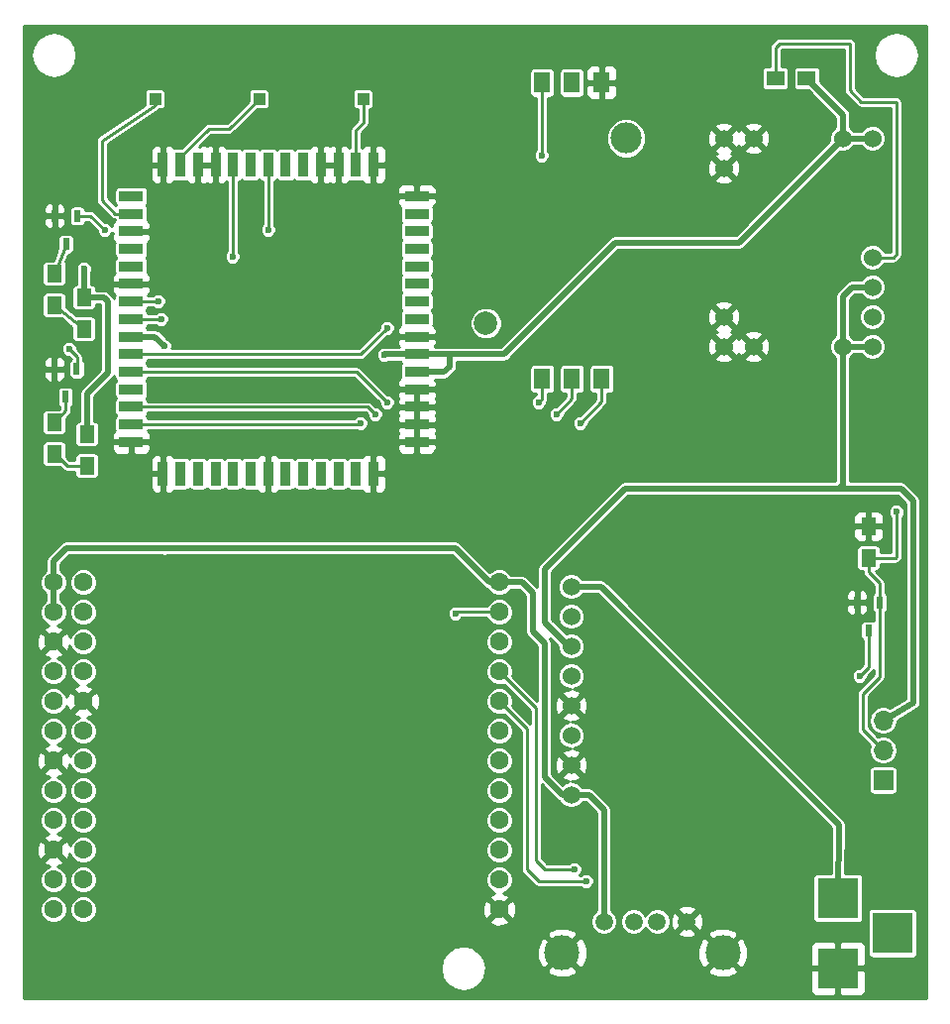
<source format=gtl>
G04 #@! TF.FileFunction,Copper,L1,Top,Signal*
%FSLAX46Y46*%
G04 Gerber Fmt 4.6, Leading zero omitted, Abs format (unit mm)*
G04 Created by KiCad (PCBNEW 4.0.7) date *
%MOMM*%
%LPD*%
G01*
G04 APERTURE LIST*
%ADD10C,0.100000*%
%ADD11C,1.600000*%
%ADD12R,1.300000X1.500000*%
%ADD13R,1.400000X1.800000*%
%ADD14C,2.000000*%
%ADD15C,2.650000*%
%ADD16C,1.500000*%
%ADD17C,3.000000*%
%ADD18R,1.050000X2.200000*%
%ADD19R,1.000000X1.000000*%
%ADD20R,3.500000X3.500000*%
%ADD21R,0.600000X1.000000*%
%ADD22R,1.500000X1.300000*%
%ADD23R,2.100000X0.900000*%
%ADD24R,0.900000X2.100000*%
%ADD25R,1.700000X1.700000*%
%ADD26O,1.700000X1.700000*%
%ADD27C,0.600000*%
%ADD28C,1.524000*%
%ADD29C,0.250000*%
%ADD30C,0.500000*%
%ADD31C,0.254000*%
G04 APERTURE END LIST*
D10*
D11*
X111950000Y-105030000D03*
X114490000Y-105030000D03*
X111950000Y-107570000D03*
X114490000Y-107570000D03*
X111950000Y-110110000D03*
X111950000Y-112650000D03*
X111950000Y-115190000D03*
X111950000Y-117730000D03*
X111950000Y-120270000D03*
X111950000Y-122810000D03*
X111950000Y-125350000D03*
X111950000Y-127890000D03*
X111950000Y-130430000D03*
X111950000Y-132970000D03*
X114490000Y-110110000D03*
X114490000Y-112650000D03*
X114490000Y-115190000D03*
X114490000Y-117730000D03*
X114490000Y-120270000D03*
X114490000Y-122810000D03*
X114490000Y-125350000D03*
X114490000Y-127890000D03*
X114490000Y-130430000D03*
X114490000Y-132970000D03*
X150050000Y-105030000D03*
X150050000Y-107570000D03*
X150050000Y-110110000D03*
X150050000Y-112650000D03*
X150050000Y-115190000D03*
X150050000Y-117730000D03*
X150050000Y-120270000D03*
X150050000Y-122810000D03*
X150050000Y-125350000D03*
X150050000Y-127890000D03*
X150050000Y-130430000D03*
X150050000Y-132970000D03*
D12*
X112014000Y-78660000D03*
X112014000Y-81360000D03*
X112014000Y-91360000D03*
X112014000Y-94060000D03*
D13*
X158810000Y-87650000D03*
X156270000Y-87650000D03*
X153730000Y-87650000D03*
X158810000Y-62350000D03*
X156270000Y-62350000D03*
X153730000Y-62350000D03*
D14*
X148910000Y-82900000D03*
D15*
X160910000Y-67100000D03*
D16*
X166110000Y-134000000D03*
X163570000Y-134000000D03*
X161540000Y-134000000D03*
X159000000Y-134000000D03*
D17*
X169160000Y-136670000D03*
X155440000Y-136670000D03*
D18*
X119175000Y-62230000D03*
X122125000Y-62230000D03*
D19*
X120650000Y-60730000D03*
X120650000Y-63730000D03*
D18*
X136955000Y-62230000D03*
X139905000Y-62230000D03*
D19*
X138430000Y-60730000D03*
X138430000Y-63730000D03*
D18*
X128065000Y-62230000D03*
X131015000Y-62230000D03*
D19*
X129540000Y-60730000D03*
X129540000Y-63730000D03*
D20*
X179000000Y-132000000D03*
X179000000Y-138000000D03*
X183700000Y-135000000D03*
D21*
X113985000Y-73730000D03*
X112075000Y-73730000D03*
X113030000Y-76130000D03*
X113955000Y-86800000D03*
X112045000Y-86800000D03*
X113000000Y-89200000D03*
X182565000Y-106750000D03*
X180655000Y-106750000D03*
X181610000Y-109150000D03*
D22*
X176350000Y-62000000D03*
X173650000Y-62000000D03*
D12*
X181610000Y-100250000D03*
X181610000Y-102950000D03*
X114554000Y-83392000D03*
X114554000Y-80692000D03*
X114808000Y-95076000D03*
X114808000Y-92376000D03*
D23*
X118610000Y-72050000D03*
X118610000Y-73550000D03*
X118610000Y-75050000D03*
X118610000Y-76550000D03*
X118610000Y-78050000D03*
X118610000Y-79550000D03*
X118610000Y-81050000D03*
X118610000Y-82550000D03*
X118610000Y-84050000D03*
X118610000Y-85550000D03*
X118610000Y-87050000D03*
X118610000Y-88550000D03*
X118610000Y-90050000D03*
X118610000Y-91550000D03*
X118610000Y-93050000D03*
D24*
X121310000Y-95750000D03*
X122810000Y-95750000D03*
X124310000Y-95750000D03*
X125810000Y-95750000D03*
X127310000Y-95750000D03*
X128810000Y-95750000D03*
X130310000Y-95750000D03*
X131810000Y-95750000D03*
X133310000Y-95750000D03*
X134810000Y-95750000D03*
X136310000Y-95750000D03*
X137810000Y-95750000D03*
X139310000Y-95750000D03*
D23*
X143010000Y-93050000D03*
X143010000Y-91550000D03*
X143010000Y-90050000D03*
X143010000Y-88550000D03*
X143010000Y-87050000D03*
X143010000Y-85550000D03*
X143010000Y-84050000D03*
X143010000Y-82550000D03*
X143010000Y-81050000D03*
X143010000Y-79550000D03*
X143010000Y-78050000D03*
X143010000Y-76550000D03*
X143010000Y-75050000D03*
X143010000Y-73550000D03*
X143010000Y-72050000D03*
D24*
X139310000Y-69350000D03*
X137810000Y-69350000D03*
X136310000Y-69350000D03*
X134810000Y-69350000D03*
X133310000Y-69350000D03*
X131810000Y-69350000D03*
X130310000Y-69350000D03*
X128810000Y-69350000D03*
X127310000Y-69350000D03*
X125810000Y-69350000D03*
X124310000Y-69350000D03*
X122810000Y-69350000D03*
X121310000Y-69350000D03*
D25*
X182880000Y-121920000D03*
D26*
X182880000Y-119380000D03*
X182880000Y-116840000D03*
D27*
X136000000Y-76000000D03*
X129000000Y-82000000D03*
X116000000Y-60000000D03*
X116000000Y-63000000D03*
X113000000Y-66000000D03*
X145000000Y-60000000D03*
X145000000Y-63000000D03*
X145000000Y-66000000D03*
X134000000Y-66000000D03*
X134000000Y-63000000D03*
X134000000Y-60000000D03*
X125000000Y-63000000D03*
X125000000Y-60000000D03*
X164000000Y-60000000D03*
X164000000Y-63000000D03*
X164000000Y-66000000D03*
X155000000Y-60000000D03*
X155000000Y-66000000D03*
X170180000Y-59944000D03*
X170180000Y-62992000D03*
X165608000Y-71374000D03*
X165608000Y-81534000D03*
X125000000Y-106000000D03*
X136000000Y-106000000D03*
X125000000Y-119000000D03*
X136000000Y-119000000D03*
X125000000Y-132000000D03*
X136000000Y-132000000D03*
X168000000Y-104000000D03*
X164000000Y-120000000D03*
X155000000Y-75000000D03*
D28*
X156210000Y-123190000D03*
X156210000Y-120650000D03*
X156210000Y-118110000D03*
X156210000Y-115570000D03*
X156210000Y-113030000D03*
X156210000Y-110490000D03*
X156210000Y-107950000D03*
X156210000Y-105410000D03*
X169270000Y-84890000D03*
X171810000Y-84890000D03*
X179430000Y-84890000D03*
X181970000Y-84890000D03*
X181970000Y-82350000D03*
X181970000Y-79810000D03*
X181970000Y-77270000D03*
X181970000Y-67110000D03*
X179430000Y-67110000D03*
X171810000Y-67110000D03*
X169270000Y-67110000D03*
X169270000Y-69650000D03*
X169270000Y-82350000D03*
D27*
X138176000Y-91440000D03*
X156972000Y-91440000D03*
X139446000Y-90678000D03*
X154940000Y-90678000D03*
X140462000Y-89662000D03*
X153416000Y-89662000D03*
X153670000Y-68580000D03*
X140462000Y-83312000D03*
X156464000Y-129540000D03*
X157480000Y-130556000D03*
X121412000Y-102108000D03*
X121412000Y-84836000D03*
X130302000Y-74930000D03*
X116332000Y-74930000D03*
X127254000Y-77216000D03*
X113284000Y-85090000D03*
X184000000Y-99000000D03*
X180848000Y-113030000D03*
X140208000Y-85598000D03*
X114554000Y-78232000D03*
X120904000Y-81026000D03*
X121158000Y-82550000D03*
X146304000Y-107696000D03*
D29*
X113030000Y-76130000D02*
X112014000Y-78660000D01*
X112014000Y-81360000D02*
X114554000Y-83392000D01*
X113000000Y-89200000D02*
X113000000Y-90374000D01*
X113000000Y-90374000D02*
X112014000Y-91360000D01*
X112014000Y-94060000D02*
X112094000Y-94060000D01*
X112094000Y-94060000D02*
X113110000Y-95076000D01*
X113110000Y-95076000D02*
X114808000Y-95076000D01*
X158810000Y-87650000D02*
X158810000Y-89602000D01*
X138066000Y-91550000D02*
X118610000Y-91550000D01*
X138176000Y-91440000D02*
X138066000Y-91550000D01*
X158810000Y-89602000D02*
X156972000Y-91440000D01*
X156270000Y-87650000D02*
X156270000Y-89348000D01*
X138818000Y-90050000D02*
X118610000Y-90050000D01*
X139446000Y-90678000D02*
X138818000Y-90050000D01*
X156270000Y-89348000D02*
X154940000Y-90678000D01*
X153730000Y-87650000D02*
X153730000Y-89348000D01*
X137850000Y-87050000D02*
X118610000Y-87050000D01*
X140462000Y-89662000D02*
X137850000Y-87050000D01*
X153730000Y-89348000D02*
X153416000Y-89662000D01*
X118610000Y-85550000D02*
X138224000Y-85550000D01*
X153670000Y-68580000D02*
X153730000Y-62350000D01*
X138224000Y-85550000D02*
X140462000Y-83312000D01*
X153162000Y-115762000D02*
X150050000Y-112650000D01*
X153162000Y-128778000D02*
X153162000Y-115762000D01*
X153924000Y-129540000D02*
X153162000Y-128778000D01*
X156464000Y-129540000D02*
X153924000Y-129540000D01*
X152400000Y-117540000D02*
X150050000Y-115190000D01*
X152400000Y-129540000D02*
X152400000Y-117540000D01*
X153416000Y-130556000D02*
X152400000Y-129540000D01*
X157480000Y-130556000D02*
X153416000Y-130556000D01*
D30*
X118610000Y-84050000D02*
X120626000Y-84050000D01*
X120626000Y-84050000D02*
X121412000Y-84836000D01*
X111950000Y-105030000D02*
X111950000Y-107570000D01*
X150050000Y-105030000D02*
X149226000Y-105030000D01*
X111950000Y-103188000D02*
X111950000Y-105030000D01*
X113030000Y-102108000D02*
X111950000Y-103188000D01*
X146304000Y-102108000D02*
X121412000Y-102108000D01*
X121412000Y-102108000D02*
X113030000Y-102108000D01*
X149226000Y-105030000D02*
X146304000Y-102108000D01*
X156210000Y-123190000D02*
X155448000Y-123190000D01*
X155448000Y-123190000D02*
X153924000Y-121666000D01*
X152020000Y-105030000D02*
X150050000Y-105030000D01*
X152908000Y-105918000D02*
X152020000Y-105030000D01*
X152908000Y-109220000D02*
X152908000Y-105918000D01*
X153924000Y-110236000D02*
X152908000Y-109220000D01*
X153924000Y-121666000D02*
X153924000Y-110236000D01*
X156210000Y-123190000D02*
X157734000Y-123190000D01*
X159000000Y-124456000D02*
X159000000Y-134000000D01*
X157734000Y-123190000D02*
X159000000Y-124456000D01*
D29*
X120650000Y-63730000D02*
X120650000Y-64262000D01*
X117238000Y-73550000D02*
X118610000Y-73550000D01*
X116078000Y-72390000D02*
X117238000Y-73550000D01*
X116078000Y-67310000D02*
X116078000Y-72390000D01*
X120650000Y-64262000D02*
X116078000Y-67310000D01*
X137810000Y-69350000D02*
X137810000Y-66406000D01*
X138430000Y-65786000D02*
X138430000Y-63730000D01*
X137810000Y-66406000D02*
X138430000Y-65786000D01*
X122810000Y-69350000D02*
X122810000Y-68706000D01*
X122810000Y-68706000D02*
X125222000Y-66294000D01*
X125222000Y-66294000D02*
X126976000Y-66294000D01*
X126976000Y-66294000D02*
X129540000Y-63730000D01*
X113985000Y-73730000D02*
X115132000Y-73730000D01*
X130310000Y-74922000D02*
X130310000Y-69350000D01*
X130302000Y-74930000D02*
X130310000Y-74922000D01*
X115132000Y-73730000D02*
X116332000Y-74930000D01*
X113985000Y-86770000D02*
X113985000Y-85922000D01*
X127310000Y-77160000D02*
X127310000Y-69350000D01*
X127254000Y-77216000D02*
X127310000Y-77160000D01*
X113985000Y-85791000D02*
X113284000Y-85090000D01*
X113985000Y-85922000D02*
X113985000Y-85791000D01*
X113985000Y-86770000D02*
X113955000Y-86800000D01*
X181610000Y-102950000D02*
X183950000Y-102950000D01*
X184000000Y-102900000D02*
X184000000Y-99000000D01*
X183950000Y-102950000D02*
X184000000Y-102900000D01*
X181610000Y-102950000D02*
X181610000Y-104140000D01*
X182565000Y-105095000D02*
X182565000Y-106750000D01*
X181610000Y-104140000D02*
X182565000Y-105095000D01*
X182565000Y-106750000D02*
X182565000Y-113091000D01*
X181102000Y-117602000D02*
X182880000Y-119380000D01*
X181102000Y-114554000D02*
X181102000Y-117602000D01*
X182565000Y-113091000D02*
X181102000Y-114554000D01*
X181610000Y-109150000D02*
X181610000Y-112268000D01*
X181610000Y-112268000D02*
X180848000Y-113030000D01*
D30*
X179430000Y-67110000D02*
X179430000Y-65080000D01*
X179430000Y-65080000D02*
X176350000Y-62000000D01*
X145796000Y-85550000D02*
X150450000Y-85550000D01*
X170540000Y-76000000D02*
X179430000Y-67110000D01*
X160000000Y-76000000D02*
X170540000Y-76000000D01*
X150450000Y-85550000D02*
X160000000Y-76000000D01*
X114554000Y-80692000D02*
X114554000Y-78232000D01*
X140256000Y-85550000D02*
X143010000Y-85550000D01*
X140208000Y-85598000D02*
X140256000Y-85550000D01*
X114554000Y-80692000D02*
X116252000Y-80692000D01*
X114808000Y-88900000D02*
X116586000Y-87122000D01*
X114808000Y-88900000D02*
X114808000Y-92376000D01*
X116586000Y-81026000D02*
X116586000Y-87122000D01*
X116252000Y-80692000D02*
X116586000Y-81026000D01*
X145796000Y-85550000D02*
X145796000Y-86614000D01*
X145360000Y-87050000D02*
X143010000Y-87050000D01*
X145796000Y-86614000D02*
X145360000Y-87050000D01*
X145796000Y-85550000D02*
X143010000Y-85550000D01*
X179430000Y-67110000D02*
X181970000Y-67110000D01*
D29*
X173650000Y-62000000D02*
X173650000Y-59350000D01*
X173650000Y-59350000D02*
X174000000Y-59000000D01*
X174000000Y-59000000D02*
X180000000Y-59000000D01*
X180000000Y-59000000D02*
X180000000Y-63000000D01*
X180000000Y-63000000D02*
X181000000Y-64000000D01*
X181000000Y-64000000D02*
X184000000Y-64000000D01*
X184000000Y-64000000D02*
X184000000Y-77000000D01*
X184000000Y-77000000D02*
X183730000Y-77270000D01*
X183730000Y-77270000D02*
X181970000Y-77270000D01*
D30*
X181970000Y-79810000D02*
X180190000Y-79810000D01*
X179430000Y-80570000D02*
X179430000Y-84890000D01*
X180190000Y-79810000D02*
X179430000Y-80570000D01*
X179430000Y-84890000D02*
X179430000Y-96668000D01*
X179430000Y-96668000D02*
X179070000Y-97028000D01*
X156210000Y-110490000D02*
X155956000Y-110490000D01*
X155956000Y-110490000D02*
X153924000Y-108458000D01*
X160782000Y-97028000D02*
X179070000Y-97028000D01*
X153924000Y-103886000D02*
X160782000Y-97028000D01*
X153924000Y-108458000D02*
X153924000Y-103886000D01*
X179430000Y-84890000D02*
X181970000Y-84890000D01*
X179070000Y-97028000D02*
X184404000Y-97028000D01*
X184404000Y-97028000D02*
X185420000Y-98044000D01*
X185420000Y-98044000D02*
X185420000Y-115316000D01*
X185420000Y-115316000D02*
X182880000Y-116840000D01*
D29*
X120880000Y-81050000D02*
X118610000Y-81050000D01*
X120904000Y-81026000D02*
X120880000Y-81050000D01*
X150050000Y-107570000D02*
X146430000Y-107570000D01*
X121158000Y-82550000D02*
X118610000Y-82550000D01*
X146430000Y-107570000D02*
X146304000Y-107696000D01*
D30*
X179000000Y-132000000D02*
X179070000Y-125730000D01*
X158750000Y-105410000D02*
X156210000Y-105410000D01*
X179070000Y-125730000D02*
X158750000Y-105410000D01*
D31*
G36*
X186544000Y-140544000D02*
X109456000Y-140544000D01*
X109456000Y-138000000D01*
X145044000Y-138000000D01*
X145192892Y-138748529D01*
X145616899Y-139383101D01*
X146251471Y-139807108D01*
X147000000Y-139956000D01*
X147748529Y-139807108D01*
X148383101Y-139383101D01*
X148807108Y-138748529D01*
X148919406Y-138183970D01*
X154105635Y-138183970D01*
X154265418Y-138502739D01*
X155056187Y-138812723D01*
X155905387Y-138796497D01*
X156614582Y-138502739D01*
X156774365Y-138183970D01*
X167825635Y-138183970D01*
X167985418Y-138502739D01*
X168776187Y-138812723D01*
X169625387Y-138796497D01*
X170334582Y-138502739D01*
X170443347Y-138285750D01*
X176615000Y-138285750D01*
X176615000Y-139876309D01*
X176711673Y-140109698D01*
X176890301Y-140288327D01*
X177123690Y-140385000D01*
X178714250Y-140385000D01*
X178873000Y-140226250D01*
X178873000Y-138127000D01*
X179127000Y-138127000D01*
X179127000Y-140226250D01*
X179285750Y-140385000D01*
X180876310Y-140385000D01*
X181109699Y-140288327D01*
X181288327Y-140109698D01*
X181385000Y-139876309D01*
X181385000Y-138285750D01*
X181226250Y-138127000D01*
X179127000Y-138127000D01*
X178873000Y-138127000D01*
X176773750Y-138127000D01*
X176615000Y-138285750D01*
X170443347Y-138285750D01*
X170494365Y-138183970D01*
X169160000Y-136849605D01*
X167825635Y-138183970D01*
X156774365Y-138183970D01*
X155440000Y-136849605D01*
X154105635Y-138183970D01*
X148919406Y-138183970D01*
X148956000Y-138000000D01*
X148807108Y-137251471D01*
X148383101Y-136616899D01*
X147888155Y-136286187D01*
X153297277Y-136286187D01*
X153313503Y-137135387D01*
X153607261Y-137844582D01*
X153926030Y-138004365D01*
X155260395Y-136670000D01*
X155619605Y-136670000D01*
X156953970Y-138004365D01*
X157272739Y-137844582D01*
X157582723Y-137053813D01*
X157568056Y-136286187D01*
X167017277Y-136286187D01*
X167033503Y-137135387D01*
X167327261Y-137844582D01*
X167646030Y-138004365D01*
X168980395Y-136670000D01*
X169339605Y-136670000D01*
X170673970Y-138004365D01*
X170992739Y-137844582D01*
X171302723Y-137053813D01*
X171286497Y-136204613D01*
X171252979Y-136123691D01*
X176615000Y-136123691D01*
X176615000Y-137714250D01*
X176773750Y-137873000D01*
X178873000Y-137873000D01*
X178873000Y-135773750D01*
X179127000Y-135773750D01*
X179127000Y-137873000D01*
X181226250Y-137873000D01*
X181385000Y-137714250D01*
X181385000Y-136123691D01*
X181288327Y-135890302D01*
X181109699Y-135711673D01*
X180876310Y-135615000D01*
X179285750Y-135615000D01*
X179127000Y-135773750D01*
X178873000Y-135773750D01*
X178714250Y-135615000D01*
X177123690Y-135615000D01*
X176890301Y-135711673D01*
X176711673Y-135890302D01*
X176615000Y-136123691D01*
X171252979Y-136123691D01*
X170992739Y-135495418D01*
X170673970Y-135335635D01*
X169339605Y-136670000D01*
X168980395Y-136670000D01*
X167646030Y-135335635D01*
X167327261Y-135495418D01*
X167017277Y-136286187D01*
X157568056Y-136286187D01*
X157566497Y-136204613D01*
X157272739Y-135495418D01*
X156953970Y-135335635D01*
X155619605Y-136670000D01*
X155260395Y-136670000D01*
X153926030Y-135335635D01*
X153607261Y-135495418D01*
X153297277Y-136286187D01*
X147888155Y-136286187D01*
X147748529Y-136192892D01*
X147000000Y-136044000D01*
X146251471Y-136192892D01*
X145616899Y-136616899D01*
X145192892Y-137251471D01*
X145044000Y-138000000D01*
X109456000Y-138000000D01*
X109456000Y-135156030D01*
X154105635Y-135156030D01*
X155440000Y-136490395D01*
X156774365Y-135156030D01*
X156614582Y-134837261D01*
X155823813Y-134527277D01*
X154974613Y-134543503D01*
X154265418Y-134837261D01*
X154105635Y-135156030D01*
X109456000Y-135156030D01*
X109456000Y-133203885D01*
X110768796Y-133203885D01*
X110948213Y-133638109D01*
X111280144Y-133970619D01*
X111714054Y-134150794D01*
X112183885Y-134151204D01*
X112618109Y-133971787D01*
X112950619Y-133639856D01*
X113130794Y-133205946D01*
X113130795Y-133203885D01*
X113308796Y-133203885D01*
X113488213Y-133638109D01*
X113820144Y-133970619D01*
X114254054Y-134150794D01*
X114723885Y-134151204D01*
X115143689Y-133977745D01*
X149221861Y-133977745D01*
X149295995Y-134223864D01*
X149833223Y-134416965D01*
X150403454Y-134389778D01*
X150804005Y-134223864D01*
X150878139Y-133977745D01*
X150050000Y-133149605D01*
X149221861Y-133977745D01*
X115143689Y-133977745D01*
X115158109Y-133971787D01*
X115490619Y-133639856D01*
X115670794Y-133205946D01*
X115671189Y-132753223D01*
X148603035Y-132753223D01*
X148630222Y-133323454D01*
X148796136Y-133724005D01*
X149042255Y-133798139D01*
X149870395Y-132970000D01*
X150229605Y-132970000D01*
X151057745Y-133798139D01*
X151303864Y-133724005D01*
X151496965Y-133186777D01*
X151469778Y-132616546D01*
X151303864Y-132215995D01*
X151057745Y-132141861D01*
X150229605Y-132970000D01*
X149870395Y-132970000D01*
X149042255Y-132141861D01*
X148796136Y-132215995D01*
X148603035Y-132753223D01*
X115671189Y-132753223D01*
X115671204Y-132736115D01*
X115491787Y-132301891D01*
X115159856Y-131969381D01*
X114725946Y-131789206D01*
X114256115Y-131788796D01*
X113821891Y-131968213D01*
X113489381Y-132300144D01*
X113309206Y-132734054D01*
X113308796Y-133203885D01*
X113130795Y-133203885D01*
X113131204Y-132736115D01*
X112951787Y-132301891D01*
X112619856Y-131969381D01*
X112185946Y-131789206D01*
X111716115Y-131788796D01*
X111281891Y-131968213D01*
X110949381Y-132300144D01*
X110769206Y-132734054D01*
X110768796Y-133203885D01*
X109456000Y-133203885D01*
X109456000Y-130663885D01*
X110768796Y-130663885D01*
X110948213Y-131098109D01*
X111280144Y-131430619D01*
X111714054Y-131610794D01*
X112183885Y-131611204D01*
X112618109Y-131431787D01*
X112950619Y-131099856D01*
X113130794Y-130665946D01*
X113130795Y-130663885D01*
X113308796Y-130663885D01*
X113488213Y-131098109D01*
X113820144Y-131430619D01*
X114254054Y-131610794D01*
X114723885Y-131611204D01*
X115158109Y-131431787D01*
X115490619Y-131099856D01*
X115670794Y-130665946D01*
X115670795Y-130663885D01*
X148868796Y-130663885D01*
X149048213Y-131098109D01*
X149380144Y-131430619D01*
X149682346Y-131556104D01*
X149295995Y-131716136D01*
X149221861Y-131962255D01*
X150050000Y-132790395D01*
X150878139Y-131962255D01*
X150804005Y-131716136D01*
X150390042Y-131567341D01*
X150718109Y-131431787D01*
X151050619Y-131099856D01*
X151230794Y-130665946D01*
X151231204Y-130196115D01*
X151051787Y-129761891D01*
X150719856Y-129429381D01*
X150285946Y-129249206D01*
X149816115Y-129248796D01*
X149381891Y-129428213D01*
X149049381Y-129760144D01*
X148869206Y-130194054D01*
X148868796Y-130663885D01*
X115670795Y-130663885D01*
X115671204Y-130196115D01*
X115491787Y-129761891D01*
X115159856Y-129429381D01*
X114725946Y-129249206D01*
X114256115Y-129248796D01*
X113821891Y-129428213D01*
X113489381Y-129760144D01*
X113309206Y-130194054D01*
X113308796Y-130663885D01*
X113130795Y-130663885D01*
X113131204Y-130196115D01*
X112951787Y-129761891D01*
X112619856Y-129429381D01*
X112317654Y-129303896D01*
X112704005Y-129143864D01*
X112778139Y-128897745D01*
X111950000Y-128069605D01*
X111121861Y-128897745D01*
X111195995Y-129143864D01*
X111609958Y-129292659D01*
X111281891Y-129428213D01*
X110949381Y-129760144D01*
X110769206Y-130194054D01*
X110768796Y-130663885D01*
X109456000Y-130663885D01*
X109456000Y-127673223D01*
X110503035Y-127673223D01*
X110530222Y-128243454D01*
X110696136Y-128644005D01*
X110942255Y-128718139D01*
X111770395Y-127890000D01*
X112129605Y-127890000D01*
X112957745Y-128718139D01*
X113203864Y-128644005D01*
X113352659Y-128230042D01*
X113488213Y-128558109D01*
X113820144Y-128890619D01*
X114254054Y-129070794D01*
X114723885Y-129071204D01*
X115158109Y-128891787D01*
X115490619Y-128559856D01*
X115670794Y-128125946D01*
X115670795Y-128123885D01*
X148868796Y-128123885D01*
X149048213Y-128558109D01*
X149380144Y-128890619D01*
X149814054Y-129070794D01*
X150283885Y-129071204D01*
X150718109Y-128891787D01*
X151050619Y-128559856D01*
X151230794Y-128125946D01*
X151231204Y-127656115D01*
X151051787Y-127221891D01*
X150719856Y-126889381D01*
X150285946Y-126709206D01*
X149816115Y-126708796D01*
X149381891Y-126888213D01*
X149049381Y-127220144D01*
X148869206Y-127654054D01*
X148868796Y-128123885D01*
X115670795Y-128123885D01*
X115671204Y-127656115D01*
X115491787Y-127221891D01*
X115159856Y-126889381D01*
X114725946Y-126709206D01*
X114256115Y-126708796D01*
X113821891Y-126888213D01*
X113489381Y-127220144D01*
X113363896Y-127522346D01*
X113203864Y-127135995D01*
X112957745Y-127061861D01*
X112129605Y-127890000D01*
X111770395Y-127890000D01*
X110942255Y-127061861D01*
X110696136Y-127135995D01*
X110503035Y-127673223D01*
X109456000Y-127673223D01*
X109456000Y-125583885D01*
X110768796Y-125583885D01*
X110948213Y-126018109D01*
X111280144Y-126350619D01*
X111582346Y-126476104D01*
X111195995Y-126636136D01*
X111121861Y-126882255D01*
X111950000Y-127710395D01*
X112778139Y-126882255D01*
X112704005Y-126636136D01*
X112290042Y-126487341D01*
X112618109Y-126351787D01*
X112950619Y-126019856D01*
X113130794Y-125585946D01*
X113130795Y-125583885D01*
X113308796Y-125583885D01*
X113488213Y-126018109D01*
X113820144Y-126350619D01*
X114254054Y-126530794D01*
X114723885Y-126531204D01*
X115158109Y-126351787D01*
X115490619Y-126019856D01*
X115670794Y-125585946D01*
X115670795Y-125583885D01*
X148868796Y-125583885D01*
X149048213Y-126018109D01*
X149380144Y-126350619D01*
X149814054Y-126530794D01*
X150283885Y-126531204D01*
X150718109Y-126351787D01*
X151050619Y-126019856D01*
X151230794Y-125585946D01*
X151231204Y-125116115D01*
X151051787Y-124681891D01*
X150719856Y-124349381D01*
X150285946Y-124169206D01*
X149816115Y-124168796D01*
X149381891Y-124348213D01*
X149049381Y-124680144D01*
X148869206Y-125114054D01*
X148868796Y-125583885D01*
X115670795Y-125583885D01*
X115671204Y-125116115D01*
X115491787Y-124681891D01*
X115159856Y-124349381D01*
X114725946Y-124169206D01*
X114256115Y-124168796D01*
X113821891Y-124348213D01*
X113489381Y-124680144D01*
X113309206Y-125114054D01*
X113308796Y-125583885D01*
X113130795Y-125583885D01*
X113131204Y-125116115D01*
X112951787Y-124681891D01*
X112619856Y-124349381D01*
X112185946Y-124169206D01*
X111716115Y-124168796D01*
X111281891Y-124348213D01*
X110949381Y-124680144D01*
X110769206Y-125114054D01*
X110768796Y-125583885D01*
X109456000Y-125583885D01*
X109456000Y-123043885D01*
X110768796Y-123043885D01*
X110948213Y-123478109D01*
X111280144Y-123810619D01*
X111714054Y-123990794D01*
X112183885Y-123991204D01*
X112618109Y-123811787D01*
X112950619Y-123479856D01*
X113130794Y-123045946D01*
X113130795Y-123043885D01*
X113308796Y-123043885D01*
X113488213Y-123478109D01*
X113820144Y-123810619D01*
X114254054Y-123990794D01*
X114723885Y-123991204D01*
X115158109Y-123811787D01*
X115490619Y-123479856D01*
X115670794Y-123045946D01*
X115670795Y-123043885D01*
X148868796Y-123043885D01*
X149048213Y-123478109D01*
X149380144Y-123810619D01*
X149814054Y-123990794D01*
X150283885Y-123991204D01*
X150718109Y-123811787D01*
X151050619Y-123479856D01*
X151230794Y-123045946D01*
X151231204Y-122576115D01*
X151051787Y-122141891D01*
X150719856Y-121809381D01*
X150285946Y-121629206D01*
X149816115Y-121628796D01*
X149381891Y-121808213D01*
X149049381Y-122140144D01*
X148869206Y-122574054D01*
X148868796Y-123043885D01*
X115670795Y-123043885D01*
X115671204Y-122576115D01*
X115491787Y-122141891D01*
X115159856Y-121809381D01*
X114725946Y-121629206D01*
X114256115Y-121628796D01*
X113821891Y-121808213D01*
X113489381Y-122140144D01*
X113309206Y-122574054D01*
X113308796Y-123043885D01*
X113130795Y-123043885D01*
X113131204Y-122576115D01*
X112951787Y-122141891D01*
X112619856Y-121809381D01*
X112317654Y-121683896D01*
X112704005Y-121523864D01*
X112778139Y-121277745D01*
X111950000Y-120449605D01*
X111121861Y-121277745D01*
X111195995Y-121523864D01*
X111609958Y-121672659D01*
X111281891Y-121808213D01*
X110949381Y-122140144D01*
X110769206Y-122574054D01*
X110768796Y-123043885D01*
X109456000Y-123043885D01*
X109456000Y-120053223D01*
X110503035Y-120053223D01*
X110530222Y-120623454D01*
X110696136Y-121024005D01*
X110942255Y-121098139D01*
X111770395Y-120270000D01*
X112129605Y-120270000D01*
X112957745Y-121098139D01*
X113203864Y-121024005D01*
X113352659Y-120610042D01*
X113488213Y-120938109D01*
X113820144Y-121270619D01*
X114254054Y-121450794D01*
X114723885Y-121451204D01*
X115158109Y-121271787D01*
X115490619Y-120939856D01*
X115670794Y-120505946D01*
X115670795Y-120503885D01*
X148868796Y-120503885D01*
X149048213Y-120938109D01*
X149380144Y-121270619D01*
X149814054Y-121450794D01*
X150283885Y-121451204D01*
X150718109Y-121271787D01*
X151050619Y-120939856D01*
X151230794Y-120505946D01*
X151231204Y-120036115D01*
X151051787Y-119601891D01*
X150719856Y-119269381D01*
X150285946Y-119089206D01*
X149816115Y-119088796D01*
X149381891Y-119268213D01*
X149049381Y-119600144D01*
X148869206Y-120034054D01*
X148868796Y-120503885D01*
X115670795Y-120503885D01*
X115671204Y-120036115D01*
X115491787Y-119601891D01*
X115159856Y-119269381D01*
X114725946Y-119089206D01*
X114256115Y-119088796D01*
X113821891Y-119268213D01*
X113489381Y-119600144D01*
X113363896Y-119902346D01*
X113203864Y-119515995D01*
X112957745Y-119441861D01*
X112129605Y-120270000D01*
X111770395Y-120270000D01*
X110942255Y-119441861D01*
X110696136Y-119515995D01*
X110503035Y-120053223D01*
X109456000Y-120053223D01*
X109456000Y-117963885D01*
X110768796Y-117963885D01*
X110948213Y-118398109D01*
X111280144Y-118730619D01*
X111582346Y-118856104D01*
X111195995Y-119016136D01*
X111121861Y-119262255D01*
X111950000Y-120090395D01*
X112778139Y-119262255D01*
X112704005Y-119016136D01*
X112290042Y-118867341D01*
X112618109Y-118731787D01*
X112950619Y-118399856D01*
X113130794Y-117965946D01*
X113130795Y-117963885D01*
X113308796Y-117963885D01*
X113488213Y-118398109D01*
X113820144Y-118730619D01*
X114254054Y-118910794D01*
X114723885Y-118911204D01*
X115158109Y-118731787D01*
X115490619Y-118399856D01*
X115670794Y-117965946D01*
X115670795Y-117963885D01*
X148868796Y-117963885D01*
X149048213Y-118398109D01*
X149380144Y-118730619D01*
X149814054Y-118910794D01*
X150283885Y-118911204D01*
X150718109Y-118731787D01*
X151050619Y-118399856D01*
X151230794Y-117965946D01*
X151231204Y-117496115D01*
X151051787Y-117061891D01*
X150719856Y-116729381D01*
X150285946Y-116549206D01*
X149816115Y-116548796D01*
X149381891Y-116728213D01*
X149049381Y-117060144D01*
X148869206Y-117494054D01*
X148868796Y-117963885D01*
X115670795Y-117963885D01*
X115671204Y-117496115D01*
X115491787Y-117061891D01*
X115159856Y-116729381D01*
X114857654Y-116603896D01*
X115244005Y-116443864D01*
X115318139Y-116197745D01*
X114490000Y-115369605D01*
X113661861Y-116197745D01*
X113735995Y-116443864D01*
X114149958Y-116592659D01*
X113821891Y-116728213D01*
X113489381Y-117060144D01*
X113309206Y-117494054D01*
X113308796Y-117963885D01*
X113130795Y-117963885D01*
X113131204Y-117496115D01*
X112951787Y-117061891D01*
X112619856Y-116729381D01*
X112185946Y-116549206D01*
X111716115Y-116548796D01*
X111281891Y-116728213D01*
X110949381Y-117060144D01*
X110769206Y-117494054D01*
X110768796Y-117963885D01*
X109456000Y-117963885D01*
X109456000Y-115423885D01*
X110768796Y-115423885D01*
X110948213Y-115858109D01*
X111280144Y-116190619D01*
X111714054Y-116370794D01*
X112183885Y-116371204D01*
X112618109Y-116191787D01*
X112950619Y-115859856D01*
X113076104Y-115557654D01*
X113236136Y-115944005D01*
X113482255Y-116018139D01*
X114310395Y-115190000D01*
X114669605Y-115190000D01*
X115497745Y-116018139D01*
X115743864Y-115944005D01*
X115936965Y-115406777D01*
X115909778Y-114836546D01*
X115743864Y-114435995D01*
X115497745Y-114361861D01*
X114669605Y-115190000D01*
X114310395Y-115190000D01*
X113482255Y-114361861D01*
X113236136Y-114435995D01*
X113087341Y-114849958D01*
X112951787Y-114521891D01*
X112619856Y-114189381D01*
X112185946Y-114009206D01*
X111716115Y-114008796D01*
X111281891Y-114188213D01*
X110949381Y-114520144D01*
X110769206Y-114954054D01*
X110768796Y-115423885D01*
X109456000Y-115423885D01*
X109456000Y-112883885D01*
X110768796Y-112883885D01*
X110948213Y-113318109D01*
X111280144Y-113650619D01*
X111714054Y-113830794D01*
X112183885Y-113831204D01*
X112618109Y-113651787D01*
X112950619Y-113319856D01*
X113130794Y-112885946D01*
X113130795Y-112883885D01*
X113308796Y-112883885D01*
X113488213Y-113318109D01*
X113820144Y-113650619D01*
X114122346Y-113776104D01*
X113735995Y-113936136D01*
X113661861Y-114182255D01*
X114490000Y-115010395D01*
X115318139Y-114182255D01*
X115244005Y-113936136D01*
X114830042Y-113787341D01*
X115158109Y-113651787D01*
X115490619Y-113319856D01*
X115670794Y-112885946D01*
X115671204Y-112416115D01*
X115491787Y-111981891D01*
X115159856Y-111649381D01*
X114725946Y-111469206D01*
X114256115Y-111468796D01*
X113821891Y-111648213D01*
X113489381Y-111980144D01*
X113309206Y-112414054D01*
X113308796Y-112883885D01*
X113130795Y-112883885D01*
X113131204Y-112416115D01*
X112951787Y-111981891D01*
X112619856Y-111649381D01*
X112317654Y-111523896D01*
X112704005Y-111363864D01*
X112778139Y-111117745D01*
X111950000Y-110289605D01*
X111121861Y-111117745D01*
X111195995Y-111363864D01*
X111609958Y-111512659D01*
X111281891Y-111648213D01*
X110949381Y-111980144D01*
X110769206Y-112414054D01*
X110768796Y-112883885D01*
X109456000Y-112883885D01*
X109456000Y-109893223D01*
X110503035Y-109893223D01*
X110530222Y-110463454D01*
X110696136Y-110864005D01*
X110942255Y-110938139D01*
X111770395Y-110110000D01*
X112129605Y-110110000D01*
X112957745Y-110938139D01*
X113203864Y-110864005D01*
X113352659Y-110450042D01*
X113488213Y-110778109D01*
X113820144Y-111110619D01*
X114254054Y-111290794D01*
X114723885Y-111291204D01*
X115158109Y-111111787D01*
X115490619Y-110779856D01*
X115670794Y-110345946D01*
X115670795Y-110343885D01*
X148868796Y-110343885D01*
X149048213Y-110778109D01*
X149380144Y-111110619D01*
X149814054Y-111290794D01*
X150283885Y-111291204D01*
X150718109Y-111111787D01*
X151050619Y-110779856D01*
X151230794Y-110345946D01*
X151231204Y-109876115D01*
X151051787Y-109441891D01*
X150719856Y-109109381D01*
X150285946Y-108929206D01*
X149816115Y-108928796D01*
X149381891Y-109108213D01*
X149049381Y-109440144D01*
X148869206Y-109874054D01*
X148868796Y-110343885D01*
X115670795Y-110343885D01*
X115671204Y-109876115D01*
X115491787Y-109441891D01*
X115159856Y-109109381D01*
X114725946Y-108929206D01*
X114256115Y-108928796D01*
X113821891Y-109108213D01*
X113489381Y-109440144D01*
X113363896Y-109742346D01*
X113203864Y-109355995D01*
X112957745Y-109281861D01*
X112129605Y-110110000D01*
X111770395Y-110110000D01*
X110942255Y-109281861D01*
X110696136Y-109355995D01*
X110503035Y-109893223D01*
X109456000Y-109893223D01*
X109456000Y-105263885D01*
X110768796Y-105263885D01*
X110948213Y-105698109D01*
X111280144Y-106030619D01*
X111319000Y-106046753D01*
X111319000Y-106552880D01*
X111281891Y-106568213D01*
X110949381Y-106900144D01*
X110769206Y-107334054D01*
X110768796Y-107803885D01*
X110948213Y-108238109D01*
X111280144Y-108570619D01*
X111582346Y-108696104D01*
X111195995Y-108856136D01*
X111121861Y-109102255D01*
X111950000Y-109930395D01*
X112778139Y-109102255D01*
X112704005Y-108856136D01*
X112290042Y-108707341D01*
X112618109Y-108571787D01*
X112950619Y-108239856D01*
X113130794Y-107805946D01*
X113130795Y-107803885D01*
X113308796Y-107803885D01*
X113488213Y-108238109D01*
X113820144Y-108570619D01*
X114254054Y-108750794D01*
X114723885Y-108751204D01*
X115158109Y-108571787D01*
X115490619Y-108239856D01*
X115660446Y-107830865D01*
X145622882Y-107830865D01*
X145726339Y-108081252D01*
X145917741Y-108272987D01*
X146167946Y-108376882D01*
X146438865Y-108377118D01*
X146689252Y-108273661D01*
X146880987Y-108082259D01*
X146883586Y-108076000D01*
X148981231Y-108076000D01*
X149048213Y-108238109D01*
X149380144Y-108570619D01*
X149814054Y-108750794D01*
X150283885Y-108751204D01*
X150718109Y-108571787D01*
X151050619Y-108239856D01*
X151230794Y-107805946D01*
X151231204Y-107336115D01*
X151051787Y-106901891D01*
X150719856Y-106569381D01*
X150285946Y-106389206D01*
X149816115Y-106388796D01*
X149381891Y-106568213D01*
X149049381Y-106900144D01*
X148981342Y-107064000D01*
X146557774Y-107064000D01*
X146440054Y-107015118D01*
X146169135Y-107014882D01*
X145918748Y-107118339D01*
X145727013Y-107309741D01*
X145623118Y-107559946D01*
X145622882Y-107830865D01*
X115660446Y-107830865D01*
X115670794Y-107805946D01*
X115671204Y-107336115D01*
X115491787Y-106901891D01*
X115159856Y-106569381D01*
X114725946Y-106389206D01*
X114256115Y-106388796D01*
X113821891Y-106568213D01*
X113489381Y-106900144D01*
X113309206Y-107334054D01*
X113308796Y-107803885D01*
X113130795Y-107803885D01*
X113131204Y-107336115D01*
X112951787Y-106901891D01*
X112619856Y-106569381D01*
X112581000Y-106553247D01*
X112581000Y-106047120D01*
X112618109Y-106031787D01*
X112950619Y-105699856D01*
X113130794Y-105265946D01*
X113130795Y-105263885D01*
X113308796Y-105263885D01*
X113488213Y-105698109D01*
X113820144Y-106030619D01*
X114254054Y-106210794D01*
X114723885Y-106211204D01*
X115158109Y-106031787D01*
X115490619Y-105699856D01*
X115670794Y-105265946D01*
X115671204Y-104796115D01*
X115491787Y-104361891D01*
X115159856Y-104029381D01*
X114725946Y-103849206D01*
X114256115Y-103848796D01*
X113821891Y-104028213D01*
X113489381Y-104360144D01*
X113309206Y-104794054D01*
X113308796Y-105263885D01*
X113130795Y-105263885D01*
X113131204Y-104796115D01*
X112951787Y-104361891D01*
X112619856Y-104029381D01*
X112581000Y-104013247D01*
X112581000Y-103449368D01*
X113291369Y-102739000D01*
X121155818Y-102739000D01*
X121275946Y-102788882D01*
X121546865Y-102789118D01*
X121668161Y-102739000D01*
X146042632Y-102739000D01*
X148779816Y-105476184D01*
X148984527Y-105612968D01*
X149015586Y-105619146D01*
X149048213Y-105698109D01*
X149380144Y-106030619D01*
X149814054Y-106210794D01*
X150283885Y-106211204D01*
X150718109Y-106031787D01*
X151050619Y-105699856D01*
X151066753Y-105661000D01*
X151758632Y-105661000D01*
X152277000Y-106179369D01*
X152277000Y-109220000D01*
X152320789Y-109440144D01*
X152325032Y-109461473D01*
X152461816Y-109666184D01*
X153293000Y-110497368D01*
X153293000Y-115177408D01*
X151163529Y-113047937D01*
X151230794Y-112885946D01*
X151231204Y-112416115D01*
X151051787Y-111981891D01*
X150719856Y-111649381D01*
X150285946Y-111469206D01*
X149816115Y-111468796D01*
X149381891Y-111648213D01*
X149049381Y-111980144D01*
X148869206Y-112414054D01*
X148868796Y-112883885D01*
X149048213Y-113318109D01*
X149380144Y-113650619D01*
X149814054Y-113830794D01*
X150283885Y-113831204D01*
X150447859Y-113763451D01*
X152656000Y-115971592D01*
X152656000Y-117080408D01*
X151163529Y-115587937D01*
X151230794Y-115425946D01*
X151231204Y-114956115D01*
X151051787Y-114521891D01*
X150719856Y-114189381D01*
X150285946Y-114009206D01*
X149816115Y-114008796D01*
X149381891Y-114188213D01*
X149049381Y-114520144D01*
X148869206Y-114954054D01*
X148868796Y-115423885D01*
X149048213Y-115858109D01*
X149380144Y-116190619D01*
X149814054Y-116370794D01*
X150283885Y-116371204D01*
X150447859Y-116303451D01*
X151894000Y-117749592D01*
X151894000Y-129540000D01*
X151932517Y-129733638D01*
X152042204Y-129897796D01*
X153058204Y-130913796D01*
X153222362Y-131023483D01*
X153416000Y-131062000D01*
X157022877Y-131062000D01*
X157093741Y-131132987D01*
X157343946Y-131236882D01*
X157614865Y-131237118D01*
X157865252Y-131133661D01*
X158056987Y-130942259D01*
X158160882Y-130692054D01*
X158161118Y-130421135D01*
X158057661Y-130170748D01*
X157866259Y-129979013D01*
X157616054Y-129875118D01*
X157345135Y-129874882D01*
X157094748Y-129978339D01*
X157022962Y-130050000D01*
X156917031Y-130050000D01*
X157040987Y-129926259D01*
X157144882Y-129676054D01*
X157145118Y-129405135D01*
X157041661Y-129154748D01*
X156850259Y-128963013D01*
X156600054Y-128859118D01*
X156329135Y-128858882D01*
X156078748Y-128962339D01*
X156006962Y-129034000D01*
X154133592Y-129034000D01*
X153668000Y-128568408D01*
X153668000Y-122302368D01*
X155001815Y-123636184D01*
X155138599Y-123727580D01*
X155206527Y-123772968D01*
X155214832Y-123774620D01*
X155240446Y-123836612D01*
X155561697Y-124158423D01*
X155981646Y-124332801D01*
X156436359Y-124333198D01*
X156856612Y-124159554D01*
X157178423Y-123838303D01*
X157185608Y-123821000D01*
X157472632Y-123821000D01*
X158369000Y-124717369D01*
X158369000Y-133036979D01*
X158360177Y-133040625D01*
X158041744Y-133358503D01*
X157869196Y-133774043D01*
X157868804Y-134223983D01*
X158040625Y-134639823D01*
X158358503Y-134958256D01*
X158774043Y-135130804D01*
X159223983Y-135131196D01*
X159639823Y-134959375D01*
X159958256Y-134641497D01*
X160130804Y-134225957D01*
X160130805Y-134223983D01*
X160408804Y-134223983D01*
X160580625Y-134639823D01*
X160898503Y-134958256D01*
X161314043Y-135130804D01*
X161763983Y-135131196D01*
X162179823Y-134959375D01*
X162498256Y-134641497D01*
X162554926Y-134505021D01*
X162610625Y-134639823D01*
X162928503Y-134958256D01*
X163344043Y-135130804D01*
X163793983Y-135131196D01*
X164180437Y-134971517D01*
X165318088Y-134971517D01*
X165386077Y-135212460D01*
X165905171Y-135397201D01*
X166455448Y-135369230D01*
X166833923Y-135212460D01*
X166849846Y-135156030D01*
X167825635Y-135156030D01*
X169160000Y-136490395D01*
X170494365Y-135156030D01*
X170334582Y-134837261D01*
X169543813Y-134527277D01*
X168694613Y-134543503D01*
X167985418Y-134837261D01*
X167825635Y-135156030D01*
X166849846Y-135156030D01*
X166901912Y-134971517D01*
X166110000Y-134179605D01*
X165318088Y-134971517D01*
X164180437Y-134971517D01*
X164209823Y-134959375D01*
X164528256Y-134641497D01*
X164700804Y-134225957D01*
X164701179Y-133795171D01*
X164712799Y-133795171D01*
X164740770Y-134345448D01*
X164897540Y-134723923D01*
X165138483Y-134791912D01*
X165930395Y-134000000D01*
X166289605Y-134000000D01*
X167081517Y-134791912D01*
X167322460Y-134723923D01*
X167507201Y-134204829D01*
X167479230Y-133654552D01*
X167322460Y-133276077D01*
X167081517Y-133208088D01*
X166289605Y-134000000D01*
X165930395Y-134000000D01*
X165138483Y-133208088D01*
X164897540Y-133276077D01*
X164712799Y-133795171D01*
X164701179Y-133795171D01*
X164701196Y-133776017D01*
X164529375Y-133360177D01*
X164211497Y-133041744D01*
X164179562Y-133028483D01*
X165318088Y-133028483D01*
X166110000Y-133820395D01*
X166901912Y-133028483D01*
X166833923Y-132787540D01*
X166314829Y-132602799D01*
X165764552Y-132630770D01*
X165386077Y-132787540D01*
X165318088Y-133028483D01*
X164179562Y-133028483D01*
X163795957Y-132869196D01*
X163346017Y-132868804D01*
X162930177Y-133040625D01*
X162611744Y-133358503D01*
X162555074Y-133494979D01*
X162499375Y-133360177D01*
X162181497Y-133041744D01*
X161765957Y-132869196D01*
X161316017Y-132868804D01*
X160900177Y-133040625D01*
X160581744Y-133358503D01*
X160409196Y-133774043D01*
X160408804Y-134223983D01*
X160130805Y-134223983D01*
X160131196Y-133776017D01*
X159959375Y-133360177D01*
X159641497Y-133041744D01*
X159631000Y-133037385D01*
X159631000Y-124456000D01*
X159582968Y-124214527D01*
X159582968Y-124214526D01*
X159446184Y-124009815D01*
X158180184Y-122743816D01*
X157975473Y-122607032D01*
X157734000Y-122559000D01*
X157186005Y-122559000D01*
X157179554Y-122543388D01*
X156858303Y-122221577D01*
X156438354Y-122047199D01*
X156244340Y-122047030D01*
X156557368Y-122031362D01*
X156941143Y-121872397D01*
X157010608Y-121630213D01*
X156210000Y-120829605D01*
X155409392Y-121630213D01*
X155478857Y-121872397D01*
X155976258Y-122049852D01*
X155563388Y-122220446D01*
X155467018Y-122316649D01*
X154555000Y-121404632D01*
X154555000Y-120442302D01*
X154800856Y-120442302D01*
X154828638Y-120997368D01*
X154987603Y-121381143D01*
X155229787Y-121450608D01*
X156030395Y-120650000D01*
X156389605Y-120650000D01*
X157190213Y-121450608D01*
X157432397Y-121381143D01*
X157619144Y-120857698D01*
X157591362Y-120302632D01*
X157432397Y-119918857D01*
X157190213Y-119849392D01*
X156389605Y-120650000D01*
X156030395Y-120650000D01*
X155229787Y-119849392D01*
X154987603Y-119918857D01*
X154800856Y-120442302D01*
X154555000Y-120442302D01*
X154555000Y-118336359D01*
X155066802Y-118336359D01*
X155240446Y-118756612D01*
X155561697Y-119078423D01*
X155981646Y-119252801D01*
X156175660Y-119252970D01*
X155862632Y-119268638D01*
X155478857Y-119427603D01*
X155409392Y-119669787D01*
X156210000Y-120470395D01*
X157010608Y-119669787D01*
X156941143Y-119427603D01*
X156443742Y-119250148D01*
X156856612Y-119079554D01*
X157178423Y-118758303D01*
X157352801Y-118338354D01*
X157353198Y-117883641D01*
X157179554Y-117463388D01*
X156858303Y-117141577D01*
X156438354Y-116967199D01*
X156244340Y-116967030D01*
X156557368Y-116951362D01*
X156941143Y-116792397D01*
X157010608Y-116550213D01*
X156210000Y-115749605D01*
X155409392Y-116550213D01*
X155478857Y-116792397D01*
X155976258Y-116969852D01*
X155563388Y-117140446D01*
X155241577Y-117461697D01*
X155067199Y-117881646D01*
X155066802Y-118336359D01*
X154555000Y-118336359D01*
X154555000Y-115362302D01*
X154800856Y-115362302D01*
X154828638Y-115917368D01*
X154987603Y-116301143D01*
X155229787Y-116370608D01*
X156030395Y-115570000D01*
X156389605Y-115570000D01*
X157190213Y-116370608D01*
X157432397Y-116301143D01*
X157619144Y-115777698D01*
X157591362Y-115222632D01*
X157432397Y-114838857D01*
X157190213Y-114769392D01*
X156389605Y-115570000D01*
X156030395Y-115570000D01*
X155229787Y-114769392D01*
X154987603Y-114838857D01*
X154800856Y-115362302D01*
X154555000Y-115362302D01*
X154555000Y-113256359D01*
X155066802Y-113256359D01*
X155240446Y-113676612D01*
X155561697Y-113998423D01*
X155981646Y-114172801D01*
X156175660Y-114172970D01*
X155862632Y-114188638D01*
X155478857Y-114347603D01*
X155409392Y-114589787D01*
X156210000Y-115390395D01*
X157010608Y-114589787D01*
X156941143Y-114347603D01*
X156443742Y-114170148D01*
X156856612Y-113999554D01*
X157178423Y-113678303D01*
X157352801Y-113258354D01*
X157353198Y-112803641D01*
X157179554Y-112383388D01*
X156858303Y-112061577D01*
X156438354Y-111887199D01*
X155983641Y-111886802D01*
X155563388Y-112060446D01*
X155241577Y-112381697D01*
X155067199Y-112801646D01*
X155066802Y-113256359D01*
X154555000Y-113256359D01*
X154555000Y-110236000D01*
X154506968Y-109994527D01*
X154383748Y-109810116D01*
X155066997Y-110493365D01*
X155066802Y-110716359D01*
X155240446Y-111136612D01*
X155561697Y-111458423D01*
X155981646Y-111632801D01*
X156436359Y-111633198D01*
X156856612Y-111459554D01*
X157178423Y-111138303D01*
X157352801Y-110718354D01*
X157353198Y-110263641D01*
X157179554Y-109843388D01*
X156858303Y-109521577D01*
X156438354Y-109347199D01*
X155983641Y-109346802D01*
X155786590Y-109428222D01*
X154555000Y-108196632D01*
X154555000Y-108176359D01*
X155066802Y-108176359D01*
X155240446Y-108596612D01*
X155561697Y-108918423D01*
X155981646Y-109092801D01*
X156436359Y-109093198D01*
X156856612Y-108919554D01*
X157178423Y-108598303D01*
X157352801Y-108178354D01*
X157353198Y-107723641D01*
X157179554Y-107303388D01*
X156858303Y-106981577D01*
X156438354Y-106807199D01*
X155983641Y-106806802D01*
X155563388Y-106980446D01*
X155241577Y-107301697D01*
X155067199Y-107721646D01*
X155066802Y-108176359D01*
X154555000Y-108176359D01*
X154555000Y-105636359D01*
X155066802Y-105636359D01*
X155240446Y-106056612D01*
X155561697Y-106378423D01*
X155981646Y-106552801D01*
X156436359Y-106553198D01*
X156856612Y-106379554D01*
X157178423Y-106058303D01*
X157185608Y-106041000D01*
X158488632Y-106041000D01*
X178436075Y-125988444D01*
X178392835Y-129861536D01*
X177250000Y-129861536D01*
X177108810Y-129888103D01*
X176979135Y-129971546D01*
X176892141Y-130098866D01*
X176861536Y-130250000D01*
X176861536Y-133750000D01*
X176888103Y-133891190D01*
X176971546Y-134020865D01*
X177098866Y-134107859D01*
X177250000Y-134138464D01*
X180750000Y-134138464D01*
X180891190Y-134111897D01*
X181020865Y-134028454D01*
X181107859Y-133901134D01*
X181138464Y-133750000D01*
X181138464Y-133250000D01*
X181561536Y-133250000D01*
X181561536Y-136750000D01*
X181588103Y-136891190D01*
X181671546Y-137020865D01*
X181798866Y-137107859D01*
X181950000Y-137138464D01*
X185450000Y-137138464D01*
X185591190Y-137111897D01*
X185720865Y-137028454D01*
X185807859Y-136901134D01*
X185838464Y-136750000D01*
X185838464Y-133250000D01*
X185811897Y-133108810D01*
X185728454Y-132979135D01*
X185601134Y-132892141D01*
X185450000Y-132861536D01*
X181950000Y-132861536D01*
X181808810Y-132888103D01*
X181679135Y-132971546D01*
X181592141Y-133098866D01*
X181561536Y-133250000D01*
X181138464Y-133250000D01*
X181138464Y-130250000D01*
X181111897Y-130108810D01*
X181028454Y-129979135D01*
X180901134Y-129892141D01*
X180750000Y-129861536D01*
X179654914Y-129861536D01*
X179700961Y-125737044D01*
X179700300Y-125733517D01*
X179701000Y-125730000D01*
X179677658Y-125612650D01*
X179655627Y-125495050D01*
X179653668Y-125492046D01*
X179652968Y-125488527D01*
X179586461Y-125388992D01*
X179521137Y-125288825D01*
X179518179Y-125286801D01*
X179516185Y-125283816D01*
X175302369Y-121070000D01*
X181641536Y-121070000D01*
X181641536Y-122770000D01*
X181668103Y-122911190D01*
X181751546Y-123040865D01*
X181878866Y-123127859D01*
X182030000Y-123158464D01*
X183730000Y-123158464D01*
X183871190Y-123131897D01*
X184000865Y-123048454D01*
X184087859Y-122921134D01*
X184118464Y-122770000D01*
X184118464Y-121070000D01*
X184091897Y-120928810D01*
X184008454Y-120799135D01*
X183881134Y-120712141D01*
X183730000Y-120681536D01*
X182030000Y-120681536D01*
X181888810Y-120708103D01*
X181759135Y-120791546D01*
X181672141Y-120918866D01*
X181641536Y-121070000D01*
X175302369Y-121070000D01*
X167397234Y-113164865D01*
X180166882Y-113164865D01*
X180270339Y-113415252D01*
X180461741Y-113606987D01*
X180711946Y-113710882D01*
X180982865Y-113711118D01*
X181233252Y-113607661D01*
X181424987Y-113416259D01*
X181528882Y-113166054D01*
X181528970Y-113064622D01*
X181967796Y-112625796D01*
X181995055Y-112585000D01*
X182059000Y-112489300D01*
X182059000Y-112881408D01*
X180744204Y-114196204D01*
X180634517Y-114360362D01*
X180596000Y-114554000D01*
X180596000Y-117602000D01*
X180634517Y-117795638D01*
X180744204Y-117959796D01*
X181714396Y-118929988D01*
X181624883Y-119380000D01*
X181718587Y-119851083D01*
X181985435Y-120250448D01*
X182384800Y-120517296D01*
X182855883Y-120611000D01*
X182904117Y-120611000D01*
X183375200Y-120517296D01*
X183774565Y-120250448D01*
X184041413Y-119851083D01*
X184135117Y-119380000D01*
X184041413Y-118908917D01*
X183774565Y-118509552D01*
X183375200Y-118242704D01*
X182904117Y-118149000D01*
X182855883Y-118149000D01*
X182446102Y-118230510D01*
X181608000Y-117392408D01*
X181608000Y-114763592D01*
X182922796Y-113448796D01*
X183032483Y-113284638D01*
X183071000Y-113091000D01*
X183071000Y-107570193D01*
X183135865Y-107528454D01*
X183222859Y-107401134D01*
X183253464Y-107250000D01*
X183253464Y-106250000D01*
X183226897Y-106108810D01*
X183143454Y-105979135D01*
X183071000Y-105929629D01*
X183071000Y-105095000D01*
X183032483Y-104901362D01*
X182922796Y-104737204D01*
X182271830Y-104086238D01*
X182401190Y-104061897D01*
X182530865Y-103978454D01*
X182617859Y-103851134D01*
X182648464Y-103700000D01*
X182648464Y-103456000D01*
X183950000Y-103456000D01*
X184143638Y-103417483D01*
X184307796Y-103307796D01*
X184357796Y-103257796D01*
X184434074Y-103143638D01*
X184467483Y-103093638D01*
X184506000Y-102900000D01*
X184506000Y-99457123D01*
X184576987Y-99386259D01*
X184680882Y-99136054D01*
X184681118Y-98865135D01*
X184577661Y-98614748D01*
X184386259Y-98423013D01*
X184136054Y-98319118D01*
X183865135Y-98318882D01*
X183614748Y-98422339D01*
X183423013Y-98613741D01*
X183319118Y-98863946D01*
X183318882Y-99134865D01*
X183422339Y-99385252D01*
X183494000Y-99457038D01*
X183494000Y-102444000D01*
X182648464Y-102444000D01*
X182648464Y-102200000D01*
X182621897Y-102058810D01*
X182538454Y-101929135D01*
X182411134Y-101842141D01*
X182260000Y-101811536D01*
X180960000Y-101811536D01*
X180818810Y-101838103D01*
X180689135Y-101921546D01*
X180602141Y-102048866D01*
X180571536Y-102200000D01*
X180571536Y-103700000D01*
X180598103Y-103841190D01*
X180681546Y-103970865D01*
X180808866Y-104057859D01*
X180960000Y-104088464D01*
X181104000Y-104088464D01*
X181104000Y-104140000D01*
X181142517Y-104333638D01*
X181252204Y-104497796D01*
X182059000Y-105304592D01*
X182059000Y-105929807D01*
X181994135Y-105971546D01*
X181907141Y-106098866D01*
X181876536Y-106250000D01*
X181876536Y-107250000D01*
X181903103Y-107391190D01*
X181986546Y-107520865D01*
X182059000Y-107570371D01*
X182059000Y-108291709D01*
X181910000Y-108261536D01*
X181310000Y-108261536D01*
X181168810Y-108288103D01*
X181039135Y-108371546D01*
X180952141Y-108498866D01*
X180921536Y-108650000D01*
X180921536Y-109650000D01*
X180948103Y-109791190D01*
X181031546Y-109920865D01*
X181104000Y-109970371D01*
X181104000Y-112058408D01*
X180813439Y-112348969D01*
X180713135Y-112348882D01*
X180462748Y-112452339D01*
X180271013Y-112643741D01*
X180167118Y-112893946D01*
X180166882Y-113164865D01*
X167397234Y-113164865D01*
X161268119Y-107035750D01*
X179720000Y-107035750D01*
X179720000Y-107376310D01*
X179816673Y-107609699D01*
X179995302Y-107788327D01*
X180228691Y-107885000D01*
X180369250Y-107885000D01*
X180528000Y-107726250D01*
X180528000Y-106877000D01*
X180782000Y-106877000D01*
X180782000Y-107726250D01*
X180940750Y-107885000D01*
X181081309Y-107885000D01*
X181314698Y-107788327D01*
X181493327Y-107609699D01*
X181590000Y-107376310D01*
X181590000Y-107035750D01*
X181431250Y-106877000D01*
X180782000Y-106877000D01*
X180528000Y-106877000D01*
X179878750Y-106877000D01*
X179720000Y-107035750D01*
X161268119Y-107035750D01*
X160356059Y-106123690D01*
X179720000Y-106123690D01*
X179720000Y-106464250D01*
X179878750Y-106623000D01*
X180528000Y-106623000D01*
X180528000Y-105773750D01*
X180782000Y-105773750D01*
X180782000Y-106623000D01*
X181431250Y-106623000D01*
X181590000Y-106464250D01*
X181590000Y-106123690D01*
X181493327Y-105890301D01*
X181314698Y-105711673D01*
X181081309Y-105615000D01*
X180940750Y-105615000D01*
X180782000Y-105773750D01*
X180528000Y-105773750D01*
X180369250Y-105615000D01*
X180228691Y-105615000D01*
X179995302Y-105711673D01*
X179816673Y-105890301D01*
X179720000Y-106123690D01*
X160356059Y-106123690D01*
X159196184Y-104963816D01*
X158991473Y-104827032D01*
X158750000Y-104779000D01*
X157186005Y-104779000D01*
X157179554Y-104763388D01*
X156858303Y-104441577D01*
X156438354Y-104267199D01*
X155983641Y-104266802D01*
X155563388Y-104440446D01*
X155241577Y-104761697D01*
X155067199Y-105181646D01*
X155066802Y-105636359D01*
X154555000Y-105636359D01*
X154555000Y-104147368D01*
X158166618Y-100535750D01*
X180325000Y-100535750D01*
X180325000Y-101126309D01*
X180421673Y-101359698D01*
X180600301Y-101538327D01*
X180833690Y-101635000D01*
X181324250Y-101635000D01*
X181483000Y-101476250D01*
X181483000Y-100377000D01*
X181737000Y-100377000D01*
X181737000Y-101476250D01*
X181895750Y-101635000D01*
X182386310Y-101635000D01*
X182619699Y-101538327D01*
X182798327Y-101359698D01*
X182895000Y-101126309D01*
X182895000Y-100535750D01*
X182736250Y-100377000D01*
X181737000Y-100377000D01*
X181483000Y-100377000D01*
X180483750Y-100377000D01*
X180325000Y-100535750D01*
X158166618Y-100535750D01*
X159328677Y-99373691D01*
X180325000Y-99373691D01*
X180325000Y-99964250D01*
X180483750Y-100123000D01*
X181483000Y-100123000D01*
X181483000Y-99023750D01*
X181737000Y-99023750D01*
X181737000Y-100123000D01*
X182736250Y-100123000D01*
X182895000Y-99964250D01*
X182895000Y-99373691D01*
X182798327Y-99140302D01*
X182619699Y-98961673D01*
X182386310Y-98865000D01*
X181895750Y-98865000D01*
X181737000Y-99023750D01*
X181483000Y-99023750D01*
X181324250Y-98865000D01*
X180833690Y-98865000D01*
X180600301Y-98961673D01*
X180421673Y-99140302D01*
X180325000Y-99373691D01*
X159328677Y-99373691D01*
X161043369Y-97659000D01*
X184142632Y-97659000D01*
X184789000Y-98305368D01*
X184789000Y-114958734D01*
X183457452Y-115757663D01*
X183375200Y-115702704D01*
X182904117Y-115609000D01*
X182855883Y-115609000D01*
X182384800Y-115702704D01*
X181985435Y-115969552D01*
X181718587Y-116368917D01*
X181624883Y-116840000D01*
X181718587Y-117311083D01*
X181985435Y-117710448D01*
X182384800Y-117977296D01*
X182855883Y-118071000D01*
X182904117Y-118071000D01*
X183375200Y-117977296D01*
X183774565Y-117710448D01*
X184041413Y-117311083D01*
X184135117Y-116840000D01*
X184132060Y-116824630D01*
X185744647Y-115857078D01*
X185801907Y-115805133D01*
X185866184Y-115762184D01*
X185892248Y-115723177D01*
X185926996Y-115691654D01*
X185960018Y-115621752D01*
X186002968Y-115557473D01*
X186012121Y-115511460D01*
X186032160Y-115469040D01*
X186035918Y-115391822D01*
X186051000Y-115316000D01*
X186051000Y-98044000D01*
X186002968Y-97802527D01*
X185866184Y-97597816D01*
X184850184Y-96581816D01*
X184645473Y-96445032D01*
X184404000Y-96397000D01*
X180061000Y-96397000D01*
X180061000Y-85866005D01*
X180076612Y-85859554D01*
X180398423Y-85538303D01*
X180405608Y-85521000D01*
X180993995Y-85521000D01*
X181000446Y-85536612D01*
X181321697Y-85858423D01*
X181741646Y-86032801D01*
X182196359Y-86033198D01*
X182616612Y-85859554D01*
X182938423Y-85538303D01*
X183112801Y-85118354D01*
X183113198Y-84663641D01*
X182939554Y-84243388D01*
X182618303Y-83921577D01*
X182198354Y-83747199D01*
X181743641Y-83746802D01*
X181323388Y-83920446D01*
X181001577Y-84241697D01*
X180994392Y-84259000D01*
X180406005Y-84259000D01*
X180399554Y-84243388D01*
X180078303Y-83921577D01*
X180061000Y-83914392D01*
X180061000Y-82576359D01*
X180826802Y-82576359D01*
X181000446Y-82996612D01*
X181321697Y-83318423D01*
X181741646Y-83492801D01*
X182196359Y-83493198D01*
X182616612Y-83319554D01*
X182938423Y-82998303D01*
X183112801Y-82578354D01*
X183113198Y-82123641D01*
X182939554Y-81703388D01*
X182618303Y-81381577D01*
X182198354Y-81207199D01*
X181743641Y-81206802D01*
X181323388Y-81380446D01*
X181001577Y-81701697D01*
X180827199Y-82121646D01*
X180826802Y-82576359D01*
X180061000Y-82576359D01*
X180061000Y-80831368D01*
X180451369Y-80441000D01*
X180993995Y-80441000D01*
X181000446Y-80456612D01*
X181321697Y-80778423D01*
X181741646Y-80952801D01*
X182196359Y-80953198D01*
X182616612Y-80779554D01*
X182938423Y-80458303D01*
X183112801Y-80038354D01*
X183113198Y-79583641D01*
X182939554Y-79163388D01*
X182618303Y-78841577D01*
X182198354Y-78667199D01*
X181743641Y-78666802D01*
X181323388Y-78840446D01*
X181001577Y-79161697D01*
X180994392Y-79179000D01*
X180190000Y-79179000D01*
X179988589Y-79219063D01*
X179948526Y-79227032D01*
X179743815Y-79363816D01*
X178983816Y-80123816D01*
X178847032Y-80328527D01*
X178799000Y-80570000D01*
X178799000Y-83913995D01*
X178783388Y-83920446D01*
X178461577Y-84241697D01*
X178287199Y-84661646D01*
X178286802Y-85116359D01*
X178460446Y-85536612D01*
X178781697Y-85858423D01*
X178799000Y-85865608D01*
X178799000Y-96397000D01*
X160782000Y-96397000D01*
X160540527Y-96445032D01*
X160335816Y-96581815D01*
X153477816Y-103439816D01*
X153341032Y-103644527D01*
X153293000Y-103886000D01*
X153293000Y-105410631D01*
X152466184Y-104583816D01*
X152261473Y-104447032D01*
X152020000Y-104399000D01*
X151067120Y-104399000D01*
X151051787Y-104361891D01*
X150719856Y-104029381D01*
X150285946Y-103849206D01*
X149816115Y-103848796D01*
X149381891Y-104028213D01*
X149249120Y-104160752D01*
X146750184Y-101661816D01*
X146545473Y-101525032D01*
X146304000Y-101477000D01*
X121668182Y-101477000D01*
X121548054Y-101427118D01*
X121277135Y-101426882D01*
X121155839Y-101477000D01*
X113030000Y-101477000D01*
X112788527Y-101525032D01*
X112583816Y-101661815D01*
X111503816Y-102741816D01*
X111367032Y-102946527D01*
X111319000Y-103188000D01*
X111319000Y-104012880D01*
X111281891Y-104028213D01*
X110949381Y-104360144D01*
X110769206Y-104794054D01*
X110768796Y-105263885D01*
X109456000Y-105263885D01*
X109456000Y-93310000D01*
X110975536Y-93310000D01*
X110975536Y-94810000D01*
X111002103Y-94951190D01*
X111085546Y-95080865D01*
X111212866Y-95167859D01*
X111364000Y-95198464D01*
X112516872Y-95198464D01*
X112752204Y-95433796D01*
X112916362Y-95543483D01*
X113110000Y-95582000D01*
X113769536Y-95582000D01*
X113769536Y-95826000D01*
X113796103Y-95967190D01*
X113879546Y-96096865D01*
X114006866Y-96183859D01*
X114158000Y-96214464D01*
X115458000Y-96214464D01*
X115599190Y-96187897D01*
X115728865Y-96104454D01*
X115775808Y-96035750D01*
X120225000Y-96035750D01*
X120225000Y-96926310D01*
X120321673Y-97159699D01*
X120500302Y-97338327D01*
X120733691Y-97435000D01*
X121024250Y-97435000D01*
X121183000Y-97276250D01*
X121183000Y-95877000D01*
X120383750Y-95877000D01*
X120225000Y-96035750D01*
X115775808Y-96035750D01*
X115815859Y-95977134D01*
X115846464Y-95826000D01*
X115846464Y-94573690D01*
X120225000Y-94573690D01*
X120225000Y-95464250D01*
X120383750Y-95623000D01*
X121183000Y-95623000D01*
X121183000Y-94223750D01*
X121437000Y-94223750D01*
X121437000Y-95623000D01*
X121457000Y-95623000D01*
X121457000Y-95877000D01*
X121437000Y-95877000D01*
X121437000Y-97276250D01*
X121595750Y-97435000D01*
X121886309Y-97435000D01*
X122119698Y-97338327D01*
X122284792Y-97173234D01*
X122360000Y-97188464D01*
X123260000Y-97188464D01*
X123401190Y-97161897D01*
X123530865Y-97078454D01*
X123559480Y-97036574D01*
X123581546Y-97070865D01*
X123708866Y-97157859D01*
X123860000Y-97188464D01*
X124760000Y-97188464D01*
X124901190Y-97161897D01*
X125030865Y-97078454D01*
X125059480Y-97036574D01*
X125081546Y-97070865D01*
X125208866Y-97157859D01*
X125360000Y-97188464D01*
X126260000Y-97188464D01*
X126401190Y-97161897D01*
X126530865Y-97078454D01*
X126559480Y-97036574D01*
X126581546Y-97070865D01*
X126708866Y-97157859D01*
X126860000Y-97188464D01*
X127760000Y-97188464D01*
X127901190Y-97161897D01*
X128030865Y-97078454D01*
X128059480Y-97036574D01*
X128081546Y-97070865D01*
X128208866Y-97157859D01*
X128360000Y-97188464D01*
X129260000Y-97188464D01*
X129336116Y-97174142D01*
X129500302Y-97338327D01*
X129733691Y-97435000D01*
X130024250Y-97435000D01*
X130183000Y-97276250D01*
X130183000Y-95877000D01*
X130163000Y-95877000D01*
X130163000Y-95623000D01*
X130183000Y-95623000D01*
X130183000Y-94223750D01*
X130437000Y-94223750D01*
X130437000Y-95623000D01*
X130457000Y-95623000D01*
X130457000Y-95877000D01*
X130437000Y-95877000D01*
X130437000Y-97276250D01*
X130595750Y-97435000D01*
X130886309Y-97435000D01*
X131119698Y-97338327D01*
X131284792Y-97173234D01*
X131360000Y-97188464D01*
X132260000Y-97188464D01*
X132401190Y-97161897D01*
X132530865Y-97078454D01*
X132559480Y-97036574D01*
X132581546Y-97070865D01*
X132708866Y-97157859D01*
X132860000Y-97188464D01*
X133760000Y-97188464D01*
X133901190Y-97161897D01*
X134030865Y-97078454D01*
X134059480Y-97036574D01*
X134081546Y-97070865D01*
X134208866Y-97157859D01*
X134360000Y-97188464D01*
X135260000Y-97188464D01*
X135401190Y-97161897D01*
X135530865Y-97078454D01*
X135559480Y-97036574D01*
X135581546Y-97070865D01*
X135708866Y-97157859D01*
X135860000Y-97188464D01*
X136760000Y-97188464D01*
X136901190Y-97161897D01*
X137030865Y-97078454D01*
X137059480Y-97036574D01*
X137081546Y-97070865D01*
X137208866Y-97157859D01*
X137360000Y-97188464D01*
X138260000Y-97188464D01*
X138336116Y-97174142D01*
X138500302Y-97338327D01*
X138733691Y-97435000D01*
X139024250Y-97435000D01*
X139183000Y-97276250D01*
X139183000Y-95877000D01*
X139437000Y-95877000D01*
X139437000Y-97276250D01*
X139595750Y-97435000D01*
X139886309Y-97435000D01*
X140119698Y-97338327D01*
X140298327Y-97159699D01*
X140395000Y-96926310D01*
X140395000Y-96035750D01*
X140236250Y-95877000D01*
X139437000Y-95877000D01*
X139183000Y-95877000D01*
X139163000Y-95877000D01*
X139163000Y-95623000D01*
X139183000Y-95623000D01*
X139183000Y-94223750D01*
X139437000Y-94223750D01*
X139437000Y-95623000D01*
X140236250Y-95623000D01*
X140395000Y-95464250D01*
X140395000Y-94573690D01*
X140298327Y-94340301D01*
X140119698Y-94161673D01*
X139886309Y-94065000D01*
X139595750Y-94065000D01*
X139437000Y-94223750D01*
X139183000Y-94223750D01*
X139024250Y-94065000D01*
X138733691Y-94065000D01*
X138500302Y-94161673D01*
X138335208Y-94326766D01*
X138260000Y-94311536D01*
X137360000Y-94311536D01*
X137218810Y-94338103D01*
X137089135Y-94421546D01*
X137060520Y-94463426D01*
X137038454Y-94429135D01*
X136911134Y-94342141D01*
X136760000Y-94311536D01*
X135860000Y-94311536D01*
X135718810Y-94338103D01*
X135589135Y-94421546D01*
X135560520Y-94463426D01*
X135538454Y-94429135D01*
X135411134Y-94342141D01*
X135260000Y-94311536D01*
X134360000Y-94311536D01*
X134218810Y-94338103D01*
X134089135Y-94421546D01*
X134060520Y-94463426D01*
X134038454Y-94429135D01*
X133911134Y-94342141D01*
X133760000Y-94311536D01*
X132860000Y-94311536D01*
X132718810Y-94338103D01*
X132589135Y-94421546D01*
X132560520Y-94463426D01*
X132538454Y-94429135D01*
X132411134Y-94342141D01*
X132260000Y-94311536D01*
X131360000Y-94311536D01*
X131283884Y-94325858D01*
X131119698Y-94161673D01*
X130886309Y-94065000D01*
X130595750Y-94065000D01*
X130437000Y-94223750D01*
X130183000Y-94223750D01*
X130024250Y-94065000D01*
X129733691Y-94065000D01*
X129500302Y-94161673D01*
X129335208Y-94326766D01*
X129260000Y-94311536D01*
X128360000Y-94311536D01*
X128218810Y-94338103D01*
X128089135Y-94421546D01*
X128060520Y-94463426D01*
X128038454Y-94429135D01*
X127911134Y-94342141D01*
X127760000Y-94311536D01*
X126860000Y-94311536D01*
X126718810Y-94338103D01*
X126589135Y-94421546D01*
X126560520Y-94463426D01*
X126538454Y-94429135D01*
X126411134Y-94342141D01*
X126260000Y-94311536D01*
X125360000Y-94311536D01*
X125218810Y-94338103D01*
X125089135Y-94421546D01*
X125060520Y-94463426D01*
X125038454Y-94429135D01*
X124911134Y-94342141D01*
X124760000Y-94311536D01*
X123860000Y-94311536D01*
X123718810Y-94338103D01*
X123589135Y-94421546D01*
X123560520Y-94463426D01*
X123538454Y-94429135D01*
X123411134Y-94342141D01*
X123260000Y-94311536D01*
X122360000Y-94311536D01*
X122283884Y-94325858D01*
X122119698Y-94161673D01*
X121886309Y-94065000D01*
X121595750Y-94065000D01*
X121437000Y-94223750D01*
X121183000Y-94223750D01*
X121024250Y-94065000D01*
X120733691Y-94065000D01*
X120500302Y-94161673D01*
X120321673Y-94340301D01*
X120225000Y-94573690D01*
X115846464Y-94573690D01*
X115846464Y-94326000D01*
X115819897Y-94184810D01*
X115736454Y-94055135D01*
X115609134Y-93968141D01*
X115458000Y-93937536D01*
X114158000Y-93937536D01*
X114016810Y-93964103D01*
X113887135Y-94047546D01*
X113800141Y-94174866D01*
X113769536Y-94326000D01*
X113769536Y-94570000D01*
X113319592Y-94570000D01*
X113052464Y-94302872D01*
X113052464Y-93310000D01*
X113025897Y-93168810D01*
X112942454Y-93039135D01*
X112815134Y-92952141D01*
X112664000Y-92921536D01*
X111364000Y-92921536D01*
X111222810Y-92948103D01*
X111093135Y-93031546D01*
X111006141Y-93158866D01*
X110975536Y-93310000D01*
X109456000Y-93310000D01*
X109456000Y-90610000D01*
X110975536Y-90610000D01*
X110975536Y-92110000D01*
X111002103Y-92251190D01*
X111085546Y-92380865D01*
X111212866Y-92467859D01*
X111364000Y-92498464D01*
X112664000Y-92498464D01*
X112805190Y-92471897D01*
X112934865Y-92388454D01*
X113021859Y-92261134D01*
X113052464Y-92110000D01*
X113052464Y-91037128D01*
X113357796Y-90731796D01*
X113393741Y-90678000D01*
X113467483Y-90567638D01*
X113506000Y-90374000D01*
X113506000Y-90020193D01*
X113570865Y-89978454D01*
X113657859Y-89851134D01*
X113688464Y-89700000D01*
X113688464Y-88700000D01*
X113661897Y-88558810D01*
X113578454Y-88429135D01*
X113451134Y-88342141D01*
X113300000Y-88311536D01*
X112700000Y-88311536D01*
X112558810Y-88338103D01*
X112429135Y-88421546D01*
X112342141Y-88548866D01*
X112311536Y-88700000D01*
X112311536Y-89700000D01*
X112338103Y-89841190D01*
X112421546Y-89970865D01*
X112494000Y-90020371D01*
X112494000Y-90164408D01*
X112436872Y-90221536D01*
X111364000Y-90221536D01*
X111222810Y-90248103D01*
X111093135Y-90331546D01*
X111006141Y-90458866D01*
X110975536Y-90610000D01*
X109456000Y-90610000D01*
X109456000Y-87085750D01*
X111110000Y-87085750D01*
X111110000Y-87426310D01*
X111206673Y-87659699D01*
X111385302Y-87838327D01*
X111618691Y-87935000D01*
X111759250Y-87935000D01*
X111918000Y-87776250D01*
X111918000Y-86927000D01*
X112172000Y-86927000D01*
X112172000Y-87776250D01*
X112330750Y-87935000D01*
X112471309Y-87935000D01*
X112704698Y-87838327D01*
X112883327Y-87659699D01*
X112980000Y-87426310D01*
X112980000Y-87085750D01*
X112821250Y-86927000D01*
X112172000Y-86927000D01*
X111918000Y-86927000D01*
X111268750Y-86927000D01*
X111110000Y-87085750D01*
X109456000Y-87085750D01*
X109456000Y-86173690D01*
X111110000Y-86173690D01*
X111110000Y-86514250D01*
X111268750Y-86673000D01*
X111918000Y-86673000D01*
X111918000Y-85823750D01*
X112172000Y-85823750D01*
X112172000Y-86673000D01*
X112821250Y-86673000D01*
X112980000Y-86514250D01*
X112980000Y-86173690D01*
X112883327Y-85940301D01*
X112704698Y-85761673D01*
X112471309Y-85665000D01*
X112330750Y-85665000D01*
X112172000Y-85823750D01*
X111918000Y-85823750D01*
X111759250Y-85665000D01*
X111618691Y-85665000D01*
X111385302Y-85761673D01*
X111206673Y-85940301D01*
X111110000Y-86173690D01*
X109456000Y-86173690D01*
X109456000Y-85224865D01*
X112602882Y-85224865D01*
X112706339Y-85475252D01*
X112897741Y-85666987D01*
X113147946Y-85770882D01*
X113249378Y-85770970D01*
X113454607Y-85976199D01*
X113384135Y-86021546D01*
X113297141Y-86148866D01*
X113266536Y-86300000D01*
X113266536Y-87300000D01*
X113293103Y-87441190D01*
X113376546Y-87570865D01*
X113503866Y-87657859D01*
X113655000Y-87688464D01*
X114255000Y-87688464D01*
X114396190Y-87661897D01*
X114525865Y-87578454D01*
X114612859Y-87451134D01*
X114643464Y-87300000D01*
X114643464Y-86300000D01*
X114616897Y-86158810D01*
X114533454Y-86029135D01*
X114491000Y-86000127D01*
X114491000Y-85791000D01*
X114452483Y-85597362D01*
X114342796Y-85433204D01*
X113965031Y-85055439D01*
X113965118Y-84955135D01*
X113861661Y-84704748D01*
X113670259Y-84513013D01*
X113420054Y-84409118D01*
X113149135Y-84408882D01*
X112898748Y-84512339D01*
X112707013Y-84703741D01*
X112603118Y-84953946D01*
X112602882Y-85224865D01*
X109456000Y-85224865D01*
X109456000Y-80610000D01*
X110975536Y-80610000D01*
X110975536Y-82110000D01*
X111002103Y-82251190D01*
X111085546Y-82380865D01*
X111212866Y-82467859D01*
X111364000Y-82498464D01*
X112627084Y-82498464D01*
X113515536Y-83209226D01*
X113515536Y-84142000D01*
X113542103Y-84283190D01*
X113625546Y-84412865D01*
X113752866Y-84499859D01*
X113904000Y-84530464D01*
X115204000Y-84530464D01*
X115345190Y-84503897D01*
X115474865Y-84420454D01*
X115561859Y-84293134D01*
X115592464Y-84142000D01*
X115592464Y-82642000D01*
X115565897Y-82500810D01*
X115482454Y-82371135D01*
X115355134Y-82284141D01*
X115204000Y-82253536D01*
X113940916Y-82253536D01*
X113052464Y-81542774D01*
X113052464Y-80610000D01*
X113025897Y-80468810D01*
X112942454Y-80339135D01*
X112815134Y-80252141D01*
X112664000Y-80221536D01*
X111364000Y-80221536D01*
X111222810Y-80248103D01*
X111093135Y-80331546D01*
X111006141Y-80458866D01*
X110975536Y-80610000D01*
X109456000Y-80610000D01*
X109456000Y-79942000D01*
X113515536Y-79942000D01*
X113515536Y-81442000D01*
X113542103Y-81583190D01*
X113625546Y-81712865D01*
X113752866Y-81799859D01*
X113904000Y-81830464D01*
X115204000Y-81830464D01*
X115345190Y-81803897D01*
X115474865Y-81720454D01*
X115561859Y-81593134D01*
X115592464Y-81442000D01*
X115592464Y-81323000D01*
X115955000Y-81323000D01*
X115955000Y-86860631D01*
X114361816Y-88453816D01*
X114225032Y-88658527D01*
X114177000Y-88900000D01*
X114177000Y-91237536D01*
X114158000Y-91237536D01*
X114016810Y-91264103D01*
X113887135Y-91347546D01*
X113800141Y-91474866D01*
X113769536Y-91626000D01*
X113769536Y-93126000D01*
X113796103Y-93267190D01*
X113879546Y-93396865D01*
X114006866Y-93483859D01*
X114158000Y-93514464D01*
X115458000Y-93514464D01*
X115599190Y-93487897D01*
X115728865Y-93404454D01*
X115775808Y-93335750D01*
X116925000Y-93335750D01*
X116925000Y-93626309D01*
X117021673Y-93859698D01*
X117200301Y-94038327D01*
X117433690Y-94135000D01*
X118324250Y-94135000D01*
X118483000Y-93976250D01*
X118483000Y-93177000D01*
X118737000Y-93177000D01*
X118737000Y-93976250D01*
X118895750Y-94135000D01*
X119786310Y-94135000D01*
X120019699Y-94038327D01*
X120198327Y-93859698D01*
X120295000Y-93626309D01*
X120295000Y-93335750D01*
X141325000Y-93335750D01*
X141325000Y-93626309D01*
X141421673Y-93859698D01*
X141600301Y-94038327D01*
X141833690Y-94135000D01*
X142724250Y-94135000D01*
X142883000Y-93976250D01*
X142883000Y-93177000D01*
X143137000Y-93177000D01*
X143137000Y-93976250D01*
X143295750Y-94135000D01*
X144186310Y-94135000D01*
X144419699Y-94038327D01*
X144598327Y-93859698D01*
X144695000Y-93626309D01*
X144695000Y-93335750D01*
X144536250Y-93177000D01*
X143137000Y-93177000D01*
X142883000Y-93177000D01*
X141483750Y-93177000D01*
X141325000Y-93335750D01*
X120295000Y-93335750D01*
X120136250Y-93177000D01*
X118737000Y-93177000D01*
X118483000Y-93177000D01*
X117083750Y-93177000D01*
X116925000Y-93335750D01*
X115775808Y-93335750D01*
X115815859Y-93277134D01*
X115846464Y-93126000D01*
X115846464Y-91626000D01*
X115819897Y-91484810D01*
X115736454Y-91355135D01*
X115609134Y-91268141D01*
X115458000Y-91237536D01*
X115439000Y-91237536D01*
X115439000Y-89161368D01*
X117032185Y-87568184D01*
X117168968Y-87363473D01*
X117171536Y-87350563D01*
X117171536Y-87500000D01*
X117198103Y-87641190D01*
X117281546Y-87770865D01*
X117323426Y-87799480D01*
X117289135Y-87821546D01*
X117202141Y-87948866D01*
X117171536Y-88100000D01*
X117171536Y-89000000D01*
X117198103Y-89141190D01*
X117281546Y-89270865D01*
X117323426Y-89299480D01*
X117289135Y-89321546D01*
X117202141Y-89448866D01*
X117171536Y-89600000D01*
X117171536Y-90500000D01*
X117198103Y-90641190D01*
X117281546Y-90770865D01*
X117323426Y-90799480D01*
X117289135Y-90821546D01*
X117202141Y-90948866D01*
X117171536Y-91100000D01*
X117171536Y-92000000D01*
X117185858Y-92076116D01*
X117021673Y-92240302D01*
X116925000Y-92473691D01*
X116925000Y-92764250D01*
X117083750Y-92923000D01*
X118483000Y-92923000D01*
X118483000Y-92903000D01*
X118737000Y-92903000D01*
X118737000Y-92923000D01*
X120136250Y-92923000D01*
X120295000Y-92764250D01*
X120295000Y-92473691D01*
X120198327Y-92240302D01*
X120033234Y-92075208D01*
X120037124Y-92056000D01*
X137883694Y-92056000D01*
X138039946Y-92120882D01*
X138310865Y-92121118D01*
X138561252Y-92017661D01*
X138743479Y-91835750D01*
X141325000Y-91835750D01*
X141325000Y-92126309D01*
X141396945Y-92300000D01*
X141325000Y-92473691D01*
X141325000Y-92764250D01*
X141483750Y-92923000D01*
X142883000Y-92923000D01*
X142883000Y-91677000D01*
X143137000Y-91677000D01*
X143137000Y-92923000D01*
X144536250Y-92923000D01*
X144695000Y-92764250D01*
X144695000Y-92473691D01*
X144623055Y-92300000D01*
X144695000Y-92126309D01*
X144695000Y-91835750D01*
X144536250Y-91677000D01*
X143137000Y-91677000D01*
X142883000Y-91677000D01*
X141483750Y-91677000D01*
X141325000Y-91835750D01*
X138743479Y-91835750D01*
X138752987Y-91826259D01*
X138856882Y-91576054D01*
X138856883Y-91574865D01*
X156290882Y-91574865D01*
X156394339Y-91825252D01*
X156585741Y-92016987D01*
X156835946Y-92120882D01*
X157106865Y-92121118D01*
X157357252Y-92017661D01*
X157548987Y-91826259D01*
X157652882Y-91576054D01*
X157652970Y-91474622D01*
X159167796Y-89959796D01*
X159237392Y-89855638D01*
X159277483Y-89795638D01*
X159316000Y-89602000D01*
X159316000Y-88938464D01*
X159510000Y-88938464D01*
X159651190Y-88911897D01*
X159780865Y-88828454D01*
X159867859Y-88701134D01*
X159898464Y-88550000D01*
X159898464Y-86750000D01*
X159871897Y-86608810D01*
X159788454Y-86479135D01*
X159661134Y-86392141D01*
X159510000Y-86361536D01*
X158110000Y-86361536D01*
X157968810Y-86388103D01*
X157839135Y-86471546D01*
X157752141Y-86598866D01*
X157721536Y-86750000D01*
X157721536Y-88550000D01*
X157748103Y-88691190D01*
X157831546Y-88820865D01*
X157958866Y-88907859D01*
X158110000Y-88938464D01*
X158304000Y-88938464D01*
X158304000Y-89392408D01*
X156937439Y-90758969D01*
X156837135Y-90758882D01*
X156586748Y-90862339D01*
X156395013Y-91053741D01*
X156291118Y-91303946D01*
X156290882Y-91574865D01*
X138856883Y-91574865D01*
X138857118Y-91305135D01*
X138753661Y-91054748D01*
X138562259Y-90863013D01*
X138312054Y-90759118D01*
X138041135Y-90758882D01*
X137790748Y-90862339D01*
X137608771Y-91044000D01*
X120037927Y-91044000D01*
X120021897Y-90958810D01*
X119938454Y-90829135D01*
X119896574Y-90800520D01*
X119930865Y-90778454D01*
X120017859Y-90651134D01*
X120037124Y-90556000D01*
X138608408Y-90556000D01*
X138764969Y-90712561D01*
X138764882Y-90812865D01*
X138868339Y-91063252D01*
X139059741Y-91254987D01*
X139309946Y-91358882D01*
X139580865Y-91359118D01*
X139831252Y-91255661D01*
X140022987Y-91064259D01*
X140126882Y-90814054D01*
X140127118Y-90543135D01*
X140023661Y-90292748D01*
X139832259Y-90101013D01*
X139582054Y-89997118D01*
X139480622Y-89997030D01*
X139175796Y-89692204D01*
X139011638Y-89582517D01*
X138818000Y-89544000D01*
X120037927Y-89544000D01*
X120021897Y-89458810D01*
X119938454Y-89329135D01*
X119896574Y-89300520D01*
X119930865Y-89278454D01*
X120017859Y-89151134D01*
X120048464Y-89000000D01*
X120048464Y-88100000D01*
X120021897Y-87958810D01*
X119938454Y-87829135D01*
X119896574Y-87800520D01*
X119930865Y-87778454D01*
X120017859Y-87651134D01*
X120037124Y-87556000D01*
X137640408Y-87556000D01*
X139780969Y-89696561D01*
X139780882Y-89796865D01*
X139884339Y-90047252D01*
X140075741Y-90238987D01*
X140325946Y-90342882D01*
X140596865Y-90343118D01*
X140614697Y-90335750D01*
X141325000Y-90335750D01*
X141325000Y-90626309D01*
X141396945Y-90800000D01*
X141325000Y-90973691D01*
X141325000Y-91264250D01*
X141483750Y-91423000D01*
X142883000Y-91423000D01*
X142883000Y-90177000D01*
X143137000Y-90177000D01*
X143137000Y-91423000D01*
X144536250Y-91423000D01*
X144695000Y-91264250D01*
X144695000Y-90973691D01*
X144628384Y-90812865D01*
X154258882Y-90812865D01*
X154362339Y-91063252D01*
X154553741Y-91254987D01*
X154803946Y-91358882D01*
X155074865Y-91359118D01*
X155325252Y-91255661D01*
X155516987Y-91064259D01*
X155620882Y-90814054D01*
X155620970Y-90712622D01*
X156627796Y-89705796D01*
X156737483Y-89541638D01*
X156776000Y-89348000D01*
X156776000Y-88938464D01*
X156970000Y-88938464D01*
X157111190Y-88911897D01*
X157240865Y-88828454D01*
X157327859Y-88701134D01*
X157358464Y-88550000D01*
X157358464Y-86750000D01*
X157331897Y-86608810D01*
X157248454Y-86479135D01*
X157121134Y-86392141D01*
X156970000Y-86361536D01*
X155570000Y-86361536D01*
X155428810Y-86388103D01*
X155299135Y-86471546D01*
X155212141Y-86598866D01*
X155181536Y-86750000D01*
X155181536Y-88550000D01*
X155208103Y-88691190D01*
X155291546Y-88820865D01*
X155418866Y-88907859D01*
X155570000Y-88938464D01*
X155764000Y-88938464D01*
X155764000Y-89138408D01*
X154905439Y-89996969D01*
X154805135Y-89996882D01*
X154554748Y-90100339D01*
X154363013Y-90291741D01*
X154259118Y-90541946D01*
X154258882Y-90812865D01*
X144628384Y-90812865D01*
X144623055Y-90800000D01*
X144695000Y-90626309D01*
X144695000Y-90335750D01*
X144536250Y-90177000D01*
X143137000Y-90177000D01*
X142883000Y-90177000D01*
X141483750Y-90177000D01*
X141325000Y-90335750D01*
X140614697Y-90335750D01*
X140847252Y-90239661D01*
X141038987Y-90048259D01*
X141142882Y-89798054D01*
X141143118Y-89527135D01*
X141039661Y-89276748D01*
X140848259Y-89085013D01*
X140598054Y-88981118D01*
X140496622Y-88981030D01*
X140351342Y-88835750D01*
X141325000Y-88835750D01*
X141325000Y-89126309D01*
X141396945Y-89300000D01*
X141325000Y-89473691D01*
X141325000Y-89764250D01*
X141483750Y-89923000D01*
X142883000Y-89923000D01*
X142883000Y-88677000D01*
X143137000Y-88677000D01*
X143137000Y-89923000D01*
X144536250Y-89923000D01*
X144695000Y-89764250D01*
X144695000Y-89473691D01*
X144623055Y-89300000D01*
X144695000Y-89126309D01*
X144695000Y-88835750D01*
X144536250Y-88677000D01*
X143137000Y-88677000D01*
X142883000Y-88677000D01*
X141483750Y-88677000D01*
X141325000Y-88835750D01*
X140351342Y-88835750D01*
X138207796Y-86692204D01*
X138043638Y-86582517D01*
X137850000Y-86544000D01*
X120037927Y-86544000D01*
X120021897Y-86458810D01*
X119938454Y-86329135D01*
X119896574Y-86300520D01*
X119930865Y-86278454D01*
X120017859Y-86151134D01*
X120037124Y-86056000D01*
X138224000Y-86056000D01*
X138417638Y-86017483D01*
X138581796Y-85907796D01*
X138756727Y-85732865D01*
X139526882Y-85732865D01*
X139630339Y-85983252D01*
X139821741Y-86174987D01*
X140071946Y-86278882D01*
X140342865Y-86279118D01*
X140580331Y-86181000D01*
X141623720Y-86181000D01*
X141681546Y-86270865D01*
X141723426Y-86299480D01*
X141689135Y-86321546D01*
X141602141Y-86448866D01*
X141571536Y-86600000D01*
X141571536Y-87500000D01*
X141585858Y-87576116D01*
X141421673Y-87740302D01*
X141325000Y-87973691D01*
X141325000Y-88264250D01*
X141483750Y-88423000D01*
X142883000Y-88423000D01*
X142883000Y-88403000D01*
X143137000Y-88403000D01*
X143137000Y-88423000D01*
X144536250Y-88423000D01*
X144695000Y-88264250D01*
X144695000Y-87973691D01*
X144598327Y-87740302D01*
X144539025Y-87681000D01*
X145360000Y-87681000D01*
X145601473Y-87632968D01*
X145806184Y-87496184D01*
X146242184Y-87060184D01*
X146378968Y-86855474D01*
X146390002Y-86800000D01*
X146399947Y-86750000D01*
X152641536Y-86750000D01*
X152641536Y-88550000D01*
X152668103Y-88691190D01*
X152751546Y-88820865D01*
X152878866Y-88907859D01*
X153030000Y-88938464D01*
X153224000Y-88938464D01*
X153224000Y-89004490D01*
X153030748Y-89084339D01*
X152839013Y-89275741D01*
X152735118Y-89525946D01*
X152734882Y-89796865D01*
X152838339Y-90047252D01*
X153029741Y-90238987D01*
X153279946Y-90342882D01*
X153550865Y-90343118D01*
X153801252Y-90239661D01*
X153992987Y-90048259D01*
X154096882Y-89798054D01*
X154096974Y-89692060D01*
X154197483Y-89541638D01*
X154236000Y-89348000D01*
X154236000Y-88938464D01*
X154430000Y-88938464D01*
X154571190Y-88911897D01*
X154700865Y-88828454D01*
X154787859Y-88701134D01*
X154818464Y-88550000D01*
X154818464Y-86750000D01*
X154791897Y-86608810D01*
X154708454Y-86479135D01*
X154581134Y-86392141D01*
X154430000Y-86361536D01*
X153030000Y-86361536D01*
X152888810Y-86388103D01*
X152759135Y-86471546D01*
X152672141Y-86598866D01*
X152641536Y-86750000D01*
X146399947Y-86750000D01*
X146427000Y-86614000D01*
X146427000Y-86181000D01*
X150450000Y-86181000D01*
X150691473Y-86132968D01*
X150896184Y-85996184D01*
X151022155Y-85870213D01*
X168469392Y-85870213D01*
X168538857Y-86112397D01*
X169062302Y-86299144D01*
X169617368Y-86271362D01*
X170001143Y-86112397D01*
X170070608Y-85870213D01*
X171009392Y-85870213D01*
X171078857Y-86112397D01*
X171602302Y-86299144D01*
X172157368Y-86271362D01*
X172541143Y-86112397D01*
X172610608Y-85870213D01*
X171810000Y-85069605D01*
X171009392Y-85870213D01*
X170070608Y-85870213D01*
X169270000Y-85069605D01*
X168469392Y-85870213D01*
X151022155Y-85870213D01*
X152210066Y-84682302D01*
X167860856Y-84682302D01*
X167888638Y-85237368D01*
X168047603Y-85621143D01*
X168289787Y-85690608D01*
X169090395Y-84890000D01*
X169449605Y-84890000D01*
X170250213Y-85690608D01*
X170492397Y-85621143D01*
X170536453Y-85497656D01*
X170587603Y-85621143D01*
X170829787Y-85690608D01*
X171630395Y-84890000D01*
X171989605Y-84890000D01*
X172790213Y-85690608D01*
X173032397Y-85621143D01*
X173219144Y-85097698D01*
X173191362Y-84542632D01*
X173032397Y-84158857D01*
X172790213Y-84089392D01*
X171989605Y-84890000D01*
X171630395Y-84890000D01*
X170829787Y-84089392D01*
X170587603Y-84158857D01*
X170543547Y-84282344D01*
X170492397Y-84158857D01*
X170250213Y-84089392D01*
X169449605Y-84890000D01*
X169090395Y-84890000D01*
X168289787Y-84089392D01*
X168047603Y-84158857D01*
X167860856Y-84682302D01*
X152210066Y-84682302D01*
X153562155Y-83330213D01*
X168469392Y-83330213D01*
X168538857Y-83572397D01*
X168662344Y-83616453D01*
X168538857Y-83667603D01*
X168469392Y-83909787D01*
X169270000Y-84710395D01*
X170070608Y-83909787D01*
X171009392Y-83909787D01*
X171810000Y-84710395D01*
X172610608Y-83909787D01*
X172541143Y-83667603D01*
X172017698Y-83480856D01*
X171462632Y-83508638D01*
X171078857Y-83667603D01*
X171009392Y-83909787D01*
X170070608Y-83909787D01*
X170001143Y-83667603D01*
X169877656Y-83623547D01*
X170001143Y-83572397D01*
X170070608Y-83330213D01*
X169270000Y-82529605D01*
X168469392Y-83330213D01*
X153562155Y-83330213D01*
X154750066Y-82142302D01*
X167860856Y-82142302D01*
X167888638Y-82697368D01*
X168047603Y-83081143D01*
X168289787Y-83150608D01*
X169090395Y-82350000D01*
X169449605Y-82350000D01*
X170250213Y-83150608D01*
X170492397Y-83081143D01*
X170679144Y-82557698D01*
X170651362Y-82002632D01*
X170492397Y-81618857D01*
X170250213Y-81549392D01*
X169449605Y-82350000D01*
X169090395Y-82350000D01*
X168289787Y-81549392D01*
X168047603Y-81618857D01*
X167860856Y-82142302D01*
X154750066Y-82142302D01*
X155522581Y-81369787D01*
X168469392Y-81369787D01*
X169270000Y-82170395D01*
X170070608Y-81369787D01*
X170001143Y-81127603D01*
X169477698Y-80940856D01*
X168922632Y-80968638D01*
X168538857Y-81127603D01*
X168469392Y-81369787D01*
X155522581Y-81369787D01*
X160261369Y-76631000D01*
X170540000Y-76631000D01*
X170781473Y-76582968D01*
X170986184Y-76446184D01*
X179186046Y-68246323D01*
X179201646Y-68252801D01*
X179656359Y-68253198D01*
X180076612Y-68079554D01*
X180398423Y-67758303D01*
X180405608Y-67741000D01*
X180993995Y-67741000D01*
X181000446Y-67756612D01*
X181321697Y-68078423D01*
X181741646Y-68252801D01*
X182196359Y-68253198D01*
X182616612Y-68079554D01*
X182938423Y-67758303D01*
X183112801Y-67338354D01*
X183113198Y-66883641D01*
X182939554Y-66463388D01*
X182618303Y-66141577D01*
X182198354Y-65967199D01*
X181743641Y-65966802D01*
X181323388Y-66140446D01*
X181001577Y-66461697D01*
X180994392Y-66479000D01*
X180406005Y-66479000D01*
X180399554Y-66463388D01*
X180078303Y-66141577D01*
X180061000Y-66134392D01*
X180061000Y-65080000D01*
X180012968Y-64838527D01*
X179876185Y-64633816D01*
X177488464Y-62246096D01*
X177488464Y-61350000D01*
X177461897Y-61208810D01*
X177378454Y-61079135D01*
X177251134Y-60992141D01*
X177100000Y-60961536D01*
X175600000Y-60961536D01*
X175458810Y-60988103D01*
X175329135Y-61071546D01*
X175242141Y-61198866D01*
X175211536Y-61350000D01*
X175211536Y-62650000D01*
X175238103Y-62791190D01*
X175321546Y-62920865D01*
X175448866Y-63007859D01*
X175600000Y-63038464D01*
X176496096Y-63038464D01*
X178799000Y-65341369D01*
X178799000Y-66133995D01*
X178783388Y-66140446D01*
X178461577Y-66461697D01*
X178287199Y-66881646D01*
X178286802Y-67336359D01*
X178293957Y-67353675D01*
X170278632Y-75369000D01*
X160000000Y-75369000D01*
X159758527Y-75417032D01*
X159553816Y-75553815D01*
X150188632Y-84919000D01*
X144539025Y-84919000D01*
X144598327Y-84859698D01*
X144695000Y-84626309D01*
X144695000Y-84335750D01*
X144536250Y-84177000D01*
X143137000Y-84177000D01*
X143137000Y-84197000D01*
X142883000Y-84197000D01*
X142883000Y-84177000D01*
X141483750Y-84177000D01*
X141325000Y-84335750D01*
X141325000Y-84626309D01*
X141421673Y-84859698D01*
X141480975Y-84919000D01*
X140348586Y-84919000D01*
X140344054Y-84917118D01*
X140073135Y-84916882D01*
X139822748Y-85020339D01*
X139631013Y-85211741D01*
X139527118Y-85461946D01*
X139526882Y-85732865D01*
X138756727Y-85732865D01*
X140496561Y-83993031D01*
X140596865Y-83993118D01*
X140847252Y-83889661D01*
X141038987Y-83698259D01*
X141142882Y-83448054D01*
X141143118Y-83177135D01*
X141039661Y-82926748D01*
X140848259Y-82735013D01*
X140598054Y-82631118D01*
X140327135Y-82630882D01*
X140076748Y-82734339D01*
X139885013Y-82925741D01*
X139781118Y-83175946D01*
X139781030Y-83277378D01*
X138014408Y-85044000D01*
X122063007Y-85044000D01*
X122092882Y-84972054D01*
X122093118Y-84701135D01*
X121989661Y-84450748D01*
X121798259Y-84259013D01*
X121677050Y-84208682D01*
X121072184Y-83603816D01*
X120867473Y-83467032D01*
X120626000Y-83419000D01*
X119996280Y-83419000D01*
X119938454Y-83329135D01*
X119896574Y-83300520D01*
X119930865Y-83278454D01*
X120017859Y-83151134D01*
X120037124Y-83056000D01*
X120700877Y-83056000D01*
X120771741Y-83126987D01*
X121021946Y-83230882D01*
X121292865Y-83231118D01*
X121543252Y-83127661D01*
X121734987Y-82936259D01*
X121838882Y-82686054D01*
X121839118Y-82415135D01*
X121735661Y-82164748D01*
X121544259Y-81973013D01*
X121294054Y-81869118D01*
X121023135Y-81868882D01*
X120772748Y-81972339D01*
X120700962Y-82044000D01*
X120037927Y-82044000D01*
X120021897Y-81958810D01*
X119938454Y-81829135D01*
X119896574Y-81800520D01*
X119930865Y-81778454D01*
X120017859Y-81651134D01*
X120037124Y-81556000D01*
X120470836Y-81556000D01*
X120517741Y-81602987D01*
X120767946Y-81706882D01*
X121038865Y-81707118D01*
X121289252Y-81603661D01*
X121480987Y-81412259D01*
X121584882Y-81162054D01*
X121585118Y-80891135D01*
X121481661Y-80640748D01*
X121290259Y-80449013D01*
X121040054Y-80345118D01*
X120769135Y-80344882D01*
X120518748Y-80448339D01*
X120422921Y-80544000D01*
X120037927Y-80544000D01*
X120034142Y-80523884D01*
X120198327Y-80359698D01*
X120295000Y-80126309D01*
X120295000Y-79835750D01*
X120136250Y-79677000D01*
X118737000Y-79677000D01*
X118737000Y-79697000D01*
X118483000Y-79697000D01*
X118483000Y-79677000D01*
X117083750Y-79677000D01*
X116925000Y-79835750D01*
X116925000Y-80126309D01*
X117021673Y-80359698D01*
X117186766Y-80524792D01*
X117171536Y-80600000D01*
X117171536Y-80797437D01*
X117168968Y-80784527D01*
X117168968Y-80784526D01*
X117032184Y-80579815D01*
X116698184Y-80245816D01*
X116493473Y-80109032D01*
X116252000Y-80061000D01*
X115592464Y-80061000D01*
X115592464Y-79942000D01*
X115565897Y-79800810D01*
X115482454Y-79671135D01*
X115355134Y-79584141D01*
X115204000Y-79553536D01*
X115185000Y-79553536D01*
X115185000Y-78488182D01*
X115234882Y-78368054D01*
X115235118Y-78097135D01*
X115131661Y-77846748D01*
X114940259Y-77655013D01*
X114690054Y-77551118D01*
X114419135Y-77550882D01*
X114168748Y-77654339D01*
X113977013Y-77845741D01*
X113873118Y-78095946D01*
X113872882Y-78366865D01*
X113923000Y-78488161D01*
X113923000Y-79553536D01*
X113904000Y-79553536D01*
X113762810Y-79580103D01*
X113633135Y-79663546D01*
X113546141Y-79790866D01*
X113515536Y-79942000D01*
X109456000Y-79942000D01*
X109456000Y-77910000D01*
X110975536Y-77910000D01*
X110975536Y-79410000D01*
X111002103Y-79551190D01*
X111085546Y-79680865D01*
X111212866Y-79767859D01*
X111364000Y-79798464D01*
X112664000Y-79798464D01*
X112805190Y-79771897D01*
X112934865Y-79688454D01*
X113021859Y-79561134D01*
X113052464Y-79410000D01*
X113052464Y-77910000D01*
X113025897Y-77768810D01*
X112958945Y-77664763D01*
X113218486Y-77018464D01*
X113330000Y-77018464D01*
X113471190Y-76991897D01*
X113600865Y-76908454D01*
X113687859Y-76781134D01*
X113718464Y-76630000D01*
X113718464Y-75630000D01*
X113691897Y-75488810D01*
X113608454Y-75359135D01*
X113481134Y-75272141D01*
X113330000Y-75241536D01*
X112730000Y-75241536D01*
X112588810Y-75268103D01*
X112459135Y-75351546D01*
X112372141Y-75478866D01*
X112341536Y-75630000D01*
X112341536Y-76486560D01*
X111925909Y-77521536D01*
X111364000Y-77521536D01*
X111222810Y-77548103D01*
X111093135Y-77631546D01*
X111006141Y-77758866D01*
X110975536Y-77910000D01*
X109456000Y-77910000D01*
X109456000Y-74015750D01*
X111140000Y-74015750D01*
X111140000Y-74356310D01*
X111236673Y-74589699D01*
X111415302Y-74768327D01*
X111648691Y-74865000D01*
X111789250Y-74865000D01*
X111948000Y-74706250D01*
X111948000Y-73857000D01*
X112202000Y-73857000D01*
X112202000Y-74706250D01*
X112360750Y-74865000D01*
X112501309Y-74865000D01*
X112734698Y-74768327D01*
X112913327Y-74589699D01*
X113010000Y-74356310D01*
X113010000Y-74015750D01*
X112851250Y-73857000D01*
X112202000Y-73857000D01*
X111948000Y-73857000D01*
X111298750Y-73857000D01*
X111140000Y-74015750D01*
X109456000Y-74015750D01*
X109456000Y-73103690D01*
X111140000Y-73103690D01*
X111140000Y-73444250D01*
X111298750Y-73603000D01*
X111948000Y-73603000D01*
X111948000Y-72753750D01*
X112202000Y-72753750D01*
X112202000Y-73603000D01*
X112851250Y-73603000D01*
X113010000Y-73444250D01*
X113010000Y-73230000D01*
X113296536Y-73230000D01*
X113296536Y-74230000D01*
X113323103Y-74371190D01*
X113406546Y-74500865D01*
X113533866Y-74587859D01*
X113685000Y-74618464D01*
X114285000Y-74618464D01*
X114426190Y-74591897D01*
X114555865Y-74508454D01*
X114642859Y-74381134D01*
X114672249Y-74236000D01*
X114922408Y-74236000D01*
X115650969Y-74964561D01*
X115650882Y-75064865D01*
X115754339Y-75315252D01*
X115945741Y-75506987D01*
X116195946Y-75610882D01*
X116466865Y-75611118D01*
X116717252Y-75507661D01*
X116908987Y-75316259D01*
X116966812Y-75177002D01*
X117083748Y-75177002D01*
X116925000Y-75335750D01*
X116925000Y-75626309D01*
X117021673Y-75859698D01*
X117186766Y-76024792D01*
X117171536Y-76100000D01*
X117171536Y-77000000D01*
X117198103Y-77141190D01*
X117281546Y-77270865D01*
X117323426Y-77299480D01*
X117289135Y-77321546D01*
X117202141Y-77448866D01*
X117171536Y-77600000D01*
X117171536Y-78500000D01*
X117185858Y-78576116D01*
X117021673Y-78740302D01*
X116925000Y-78973691D01*
X116925000Y-79264250D01*
X117083750Y-79423000D01*
X118483000Y-79423000D01*
X118483000Y-79403000D01*
X118737000Y-79403000D01*
X118737000Y-79423000D01*
X120136250Y-79423000D01*
X120295000Y-79264250D01*
X120295000Y-78973691D01*
X120198327Y-78740302D01*
X120033234Y-78575208D01*
X120048464Y-78500000D01*
X120048464Y-77600000D01*
X120021897Y-77458810D01*
X119938454Y-77329135D01*
X119896574Y-77300520D01*
X119930865Y-77278454D01*
X120017859Y-77151134D01*
X120048464Y-77000000D01*
X120048464Y-76100000D01*
X120034142Y-76023884D01*
X120198327Y-75859698D01*
X120295000Y-75626309D01*
X120295000Y-75335750D01*
X120136250Y-75177000D01*
X118737000Y-75177000D01*
X118737000Y-75197000D01*
X118483000Y-75197000D01*
X118483000Y-75177000D01*
X118463000Y-75177000D01*
X118463000Y-74923000D01*
X118483000Y-74923000D01*
X118483000Y-74903000D01*
X118737000Y-74903000D01*
X118737000Y-74923000D01*
X120136250Y-74923000D01*
X120295000Y-74764250D01*
X120295000Y-74473691D01*
X120198327Y-74240302D01*
X120033234Y-74075208D01*
X120048464Y-74000000D01*
X120048464Y-73100000D01*
X120021897Y-72958810D01*
X119938454Y-72829135D01*
X119896574Y-72800520D01*
X119930865Y-72778454D01*
X120017859Y-72651134D01*
X120048464Y-72500000D01*
X120048464Y-71600000D01*
X120021897Y-71458810D01*
X119938454Y-71329135D01*
X119811134Y-71242141D01*
X119660000Y-71211536D01*
X117560000Y-71211536D01*
X117418810Y-71238103D01*
X117289135Y-71321546D01*
X117202141Y-71448866D01*
X117171536Y-71600000D01*
X117171536Y-72500000D01*
X117198103Y-72641190D01*
X117281546Y-72770865D01*
X117323426Y-72799480D01*
X117289135Y-72821546D01*
X117263157Y-72859565D01*
X116584000Y-72180408D01*
X116584000Y-69635750D01*
X120225000Y-69635750D01*
X120225000Y-70526310D01*
X120321673Y-70759699D01*
X120500302Y-70938327D01*
X120733691Y-71035000D01*
X121024250Y-71035000D01*
X121183000Y-70876250D01*
X121183000Y-69477000D01*
X120383750Y-69477000D01*
X120225000Y-69635750D01*
X116584000Y-69635750D01*
X116584000Y-68173690D01*
X120225000Y-68173690D01*
X120225000Y-69064250D01*
X120383750Y-69223000D01*
X121183000Y-69223000D01*
X121183000Y-67823750D01*
X121437000Y-67823750D01*
X121437000Y-69223000D01*
X121457000Y-69223000D01*
X121457000Y-69477000D01*
X121437000Y-69477000D01*
X121437000Y-70876250D01*
X121595750Y-71035000D01*
X121886309Y-71035000D01*
X122119698Y-70938327D01*
X122284792Y-70773234D01*
X122360000Y-70788464D01*
X123260000Y-70788464D01*
X123336116Y-70774142D01*
X123500302Y-70938327D01*
X123733691Y-71035000D01*
X124024250Y-71035000D01*
X124183000Y-70876250D01*
X124183000Y-69477000D01*
X124437000Y-69477000D01*
X124437000Y-70876250D01*
X124595750Y-71035000D01*
X124886309Y-71035000D01*
X125060000Y-70963055D01*
X125233691Y-71035000D01*
X125524250Y-71035000D01*
X125683000Y-70876250D01*
X125683000Y-69477000D01*
X124437000Y-69477000D01*
X124183000Y-69477000D01*
X124163000Y-69477000D01*
X124163000Y-69223000D01*
X124183000Y-69223000D01*
X124183000Y-69203000D01*
X124437000Y-69203000D01*
X124437000Y-69223000D01*
X125683000Y-69223000D01*
X125683000Y-67823750D01*
X125937000Y-67823750D01*
X125937000Y-69223000D01*
X125957000Y-69223000D01*
X125957000Y-69477000D01*
X125937000Y-69477000D01*
X125937000Y-70876250D01*
X126095750Y-71035000D01*
X126386309Y-71035000D01*
X126619698Y-70938327D01*
X126784792Y-70773234D01*
X126804000Y-70777124D01*
X126804000Y-76702975D01*
X126677013Y-76829741D01*
X126573118Y-77079946D01*
X126572882Y-77350865D01*
X126676339Y-77601252D01*
X126867741Y-77792987D01*
X127117946Y-77896882D01*
X127388865Y-77897118D01*
X127639252Y-77793661D01*
X127830987Y-77602259D01*
X127934882Y-77352054D01*
X127935118Y-77081135D01*
X127831661Y-76830748D01*
X127816000Y-76815060D01*
X127816000Y-70777927D01*
X127901190Y-70761897D01*
X128030865Y-70678454D01*
X128059480Y-70636574D01*
X128081546Y-70670865D01*
X128208866Y-70757859D01*
X128360000Y-70788464D01*
X129260000Y-70788464D01*
X129401190Y-70761897D01*
X129530865Y-70678454D01*
X129559480Y-70636574D01*
X129581546Y-70670865D01*
X129708866Y-70757859D01*
X129804000Y-70777124D01*
X129804000Y-74464891D01*
X129725013Y-74543741D01*
X129621118Y-74793946D01*
X129620882Y-75064865D01*
X129724339Y-75315252D01*
X129915741Y-75506987D01*
X130165946Y-75610882D01*
X130436865Y-75611118D01*
X130687252Y-75507661D01*
X130878987Y-75316259D01*
X130982882Y-75066054D01*
X130983118Y-74795135D01*
X130879661Y-74544748D01*
X130816000Y-74480976D01*
X130816000Y-72335750D01*
X141325000Y-72335750D01*
X141325000Y-72626309D01*
X141421673Y-72859698D01*
X141586766Y-73024792D01*
X141571536Y-73100000D01*
X141571536Y-74000000D01*
X141598103Y-74141190D01*
X141681546Y-74270865D01*
X141723426Y-74299480D01*
X141689135Y-74321546D01*
X141602141Y-74448866D01*
X141571536Y-74600000D01*
X141571536Y-75500000D01*
X141598103Y-75641190D01*
X141681546Y-75770865D01*
X141723426Y-75799480D01*
X141689135Y-75821546D01*
X141602141Y-75948866D01*
X141571536Y-76100000D01*
X141571536Y-77000000D01*
X141598103Y-77141190D01*
X141681546Y-77270865D01*
X141723426Y-77299480D01*
X141689135Y-77321546D01*
X141602141Y-77448866D01*
X141571536Y-77600000D01*
X141571536Y-78500000D01*
X141598103Y-78641190D01*
X141681546Y-78770865D01*
X141723426Y-78799480D01*
X141689135Y-78821546D01*
X141602141Y-78948866D01*
X141571536Y-79100000D01*
X141571536Y-80000000D01*
X141598103Y-80141190D01*
X141681546Y-80270865D01*
X141723426Y-80299480D01*
X141689135Y-80321546D01*
X141602141Y-80448866D01*
X141571536Y-80600000D01*
X141571536Y-81500000D01*
X141598103Y-81641190D01*
X141681546Y-81770865D01*
X141723426Y-81799480D01*
X141689135Y-81821546D01*
X141602141Y-81948866D01*
X141571536Y-82100000D01*
X141571536Y-83000000D01*
X141585858Y-83076116D01*
X141421673Y-83240302D01*
X141325000Y-83473691D01*
X141325000Y-83764250D01*
X141483750Y-83923000D01*
X142883000Y-83923000D01*
X142883000Y-83903000D01*
X143137000Y-83903000D01*
X143137000Y-83923000D01*
X144536250Y-83923000D01*
X144695000Y-83764250D01*
X144695000Y-83473691D01*
X144598327Y-83240302D01*
X144531519Y-83173493D01*
X147528761Y-83173493D01*
X147738563Y-83681251D01*
X148126705Y-84070072D01*
X148634097Y-84280759D01*
X149183493Y-84281239D01*
X149691251Y-84071437D01*
X150080072Y-83683295D01*
X150290759Y-83175903D01*
X150291239Y-82626507D01*
X150081437Y-82118749D01*
X149693295Y-81729928D01*
X149185903Y-81519241D01*
X148636507Y-81518761D01*
X148128749Y-81728563D01*
X147739928Y-82116705D01*
X147529241Y-82624097D01*
X147528761Y-83173493D01*
X144531519Y-83173493D01*
X144433234Y-83075208D01*
X144448464Y-83000000D01*
X144448464Y-82100000D01*
X144421897Y-81958810D01*
X144338454Y-81829135D01*
X144296574Y-81800520D01*
X144330865Y-81778454D01*
X144417859Y-81651134D01*
X144448464Y-81500000D01*
X144448464Y-80600000D01*
X144421897Y-80458810D01*
X144338454Y-80329135D01*
X144296574Y-80300520D01*
X144330865Y-80278454D01*
X144417859Y-80151134D01*
X144448464Y-80000000D01*
X144448464Y-79100000D01*
X144421897Y-78958810D01*
X144338454Y-78829135D01*
X144296574Y-78800520D01*
X144330865Y-78778454D01*
X144417859Y-78651134D01*
X144448464Y-78500000D01*
X144448464Y-77600000D01*
X144421897Y-77458810D01*
X144338454Y-77329135D01*
X144296574Y-77300520D01*
X144330865Y-77278454D01*
X144417859Y-77151134D01*
X144448464Y-77000000D01*
X144448464Y-76100000D01*
X144421897Y-75958810D01*
X144338454Y-75829135D01*
X144296574Y-75800520D01*
X144330865Y-75778454D01*
X144417859Y-75651134D01*
X144448464Y-75500000D01*
X144448464Y-74600000D01*
X144421897Y-74458810D01*
X144338454Y-74329135D01*
X144296574Y-74300520D01*
X144330865Y-74278454D01*
X144417859Y-74151134D01*
X144448464Y-74000000D01*
X144448464Y-73100000D01*
X144434142Y-73023884D01*
X144598327Y-72859698D01*
X144695000Y-72626309D01*
X144695000Y-72335750D01*
X144536250Y-72177000D01*
X143137000Y-72177000D01*
X143137000Y-72197000D01*
X142883000Y-72197000D01*
X142883000Y-72177000D01*
X141483750Y-72177000D01*
X141325000Y-72335750D01*
X130816000Y-72335750D01*
X130816000Y-71473691D01*
X141325000Y-71473691D01*
X141325000Y-71764250D01*
X141483750Y-71923000D01*
X142883000Y-71923000D01*
X142883000Y-71123750D01*
X143137000Y-71123750D01*
X143137000Y-71923000D01*
X144536250Y-71923000D01*
X144695000Y-71764250D01*
X144695000Y-71473691D01*
X144598327Y-71240302D01*
X144419699Y-71061673D01*
X144186310Y-70965000D01*
X143295750Y-70965000D01*
X143137000Y-71123750D01*
X142883000Y-71123750D01*
X142724250Y-70965000D01*
X141833690Y-70965000D01*
X141600301Y-71061673D01*
X141421673Y-71240302D01*
X141325000Y-71473691D01*
X130816000Y-71473691D01*
X130816000Y-70777927D01*
X130901190Y-70761897D01*
X131030865Y-70678454D01*
X131059480Y-70636574D01*
X131081546Y-70670865D01*
X131208866Y-70757859D01*
X131360000Y-70788464D01*
X132260000Y-70788464D01*
X132401190Y-70761897D01*
X132530865Y-70678454D01*
X132559480Y-70636574D01*
X132581546Y-70670865D01*
X132708866Y-70757859D01*
X132860000Y-70788464D01*
X133760000Y-70788464D01*
X133836116Y-70774142D01*
X134000302Y-70938327D01*
X134233691Y-71035000D01*
X134524250Y-71035000D01*
X134683000Y-70876250D01*
X134683000Y-69477000D01*
X134937000Y-69477000D01*
X134937000Y-70876250D01*
X135095750Y-71035000D01*
X135386309Y-71035000D01*
X135560000Y-70963055D01*
X135733691Y-71035000D01*
X136024250Y-71035000D01*
X136183000Y-70876250D01*
X136183000Y-69477000D01*
X134937000Y-69477000D01*
X134683000Y-69477000D01*
X134663000Y-69477000D01*
X134663000Y-69223000D01*
X134683000Y-69223000D01*
X134683000Y-67823750D01*
X134937000Y-67823750D01*
X134937000Y-69223000D01*
X136183000Y-69223000D01*
X136183000Y-67823750D01*
X136437000Y-67823750D01*
X136437000Y-69223000D01*
X136457000Y-69223000D01*
X136457000Y-69477000D01*
X136437000Y-69477000D01*
X136437000Y-70876250D01*
X136595750Y-71035000D01*
X136886309Y-71035000D01*
X137119698Y-70938327D01*
X137284792Y-70773234D01*
X137360000Y-70788464D01*
X138260000Y-70788464D01*
X138336116Y-70774142D01*
X138500302Y-70938327D01*
X138733691Y-71035000D01*
X139024250Y-71035000D01*
X139183000Y-70876250D01*
X139183000Y-69477000D01*
X139437000Y-69477000D01*
X139437000Y-70876250D01*
X139595750Y-71035000D01*
X139886309Y-71035000D01*
X140119698Y-70938327D01*
X140298327Y-70759699D01*
X140351961Y-70630213D01*
X168469392Y-70630213D01*
X168538857Y-70872397D01*
X169062302Y-71059144D01*
X169617368Y-71031362D01*
X170001143Y-70872397D01*
X170070608Y-70630213D01*
X169270000Y-69829605D01*
X168469392Y-70630213D01*
X140351961Y-70630213D01*
X140395000Y-70526310D01*
X140395000Y-69635750D01*
X140236250Y-69477000D01*
X139437000Y-69477000D01*
X139183000Y-69477000D01*
X139163000Y-69477000D01*
X139163000Y-69442302D01*
X167860856Y-69442302D01*
X167888638Y-69997368D01*
X168047603Y-70381143D01*
X168289787Y-70450608D01*
X169090395Y-69650000D01*
X169449605Y-69650000D01*
X170250213Y-70450608D01*
X170492397Y-70381143D01*
X170679144Y-69857698D01*
X170651362Y-69302632D01*
X170492397Y-68918857D01*
X170250213Y-68849392D01*
X169449605Y-69650000D01*
X169090395Y-69650000D01*
X168289787Y-68849392D01*
X168047603Y-68918857D01*
X167860856Y-69442302D01*
X139163000Y-69442302D01*
X139163000Y-69223000D01*
X139183000Y-69223000D01*
X139183000Y-67823750D01*
X139437000Y-67823750D01*
X139437000Y-69223000D01*
X140236250Y-69223000D01*
X140395000Y-69064250D01*
X140395000Y-68173690D01*
X140298327Y-67940301D01*
X140119698Y-67761673D01*
X139886309Y-67665000D01*
X139595750Y-67665000D01*
X139437000Y-67823750D01*
X139183000Y-67823750D01*
X139024250Y-67665000D01*
X138733691Y-67665000D01*
X138500302Y-67761673D01*
X138335208Y-67926766D01*
X138316000Y-67922876D01*
X138316000Y-66615592D01*
X138787796Y-66143796D01*
X138897483Y-65979638D01*
X138936000Y-65786000D01*
X138936000Y-64617335D01*
X139071190Y-64591897D01*
X139200865Y-64508454D01*
X139287859Y-64381134D01*
X139318464Y-64230000D01*
X139318464Y-63230000D01*
X139291897Y-63088810D01*
X139208454Y-62959135D01*
X139081134Y-62872141D01*
X138930000Y-62841536D01*
X137930000Y-62841536D01*
X137788810Y-62868103D01*
X137659135Y-62951546D01*
X137572141Y-63078866D01*
X137541536Y-63230000D01*
X137541536Y-64230000D01*
X137568103Y-64371190D01*
X137651546Y-64500865D01*
X137778866Y-64587859D01*
X137924000Y-64617249D01*
X137924000Y-65576408D01*
X137452204Y-66048204D01*
X137342517Y-66212362D01*
X137304000Y-66406000D01*
X137304000Y-67922073D01*
X137283884Y-67925858D01*
X137119698Y-67761673D01*
X136886309Y-67665000D01*
X136595750Y-67665000D01*
X136437000Y-67823750D01*
X136183000Y-67823750D01*
X136024250Y-67665000D01*
X135733691Y-67665000D01*
X135560000Y-67736945D01*
X135386309Y-67665000D01*
X135095750Y-67665000D01*
X134937000Y-67823750D01*
X134683000Y-67823750D01*
X134524250Y-67665000D01*
X134233691Y-67665000D01*
X134000302Y-67761673D01*
X133835208Y-67926766D01*
X133760000Y-67911536D01*
X132860000Y-67911536D01*
X132718810Y-67938103D01*
X132589135Y-68021546D01*
X132560520Y-68063426D01*
X132538454Y-68029135D01*
X132411134Y-67942141D01*
X132260000Y-67911536D01*
X131360000Y-67911536D01*
X131218810Y-67938103D01*
X131089135Y-68021546D01*
X131060520Y-68063426D01*
X131038454Y-68029135D01*
X130911134Y-67942141D01*
X130760000Y-67911536D01*
X129860000Y-67911536D01*
X129718810Y-67938103D01*
X129589135Y-68021546D01*
X129560520Y-68063426D01*
X129538454Y-68029135D01*
X129411134Y-67942141D01*
X129260000Y-67911536D01*
X128360000Y-67911536D01*
X128218810Y-67938103D01*
X128089135Y-68021546D01*
X128060520Y-68063426D01*
X128038454Y-68029135D01*
X127911134Y-67942141D01*
X127760000Y-67911536D01*
X126860000Y-67911536D01*
X126783884Y-67925858D01*
X126619698Y-67761673D01*
X126386309Y-67665000D01*
X126095750Y-67665000D01*
X125937000Y-67823750D01*
X125683000Y-67823750D01*
X125524250Y-67665000D01*
X125233691Y-67665000D01*
X125060000Y-67736945D01*
X124886309Y-67665000D01*
X124595750Y-67665000D01*
X124437002Y-67823748D01*
X124437002Y-67794590D01*
X125431592Y-66800000D01*
X126976000Y-66800000D01*
X127169638Y-66761483D01*
X127333796Y-66651796D01*
X129367128Y-64618464D01*
X130040000Y-64618464D01*
X130181190Y-64591897D01*
X130310865Y-64508454D01*
X130397859Y-64381134D01*
X130428464Y-64230000D01*
X130428464Y-63230000D01*
X130401897Y-63088810D01*
X130318454Y-62959135D01*
X130191134Y-62872141D01*
X130040000Y-62841536D01*
X129040000Y-62841536D01*
X128898810Y-62868103D01*
X128769135Y-62951546D01*
X128682141Y-63078866D01*
X128651536Y-63230000D01*
X128651536Y-63902872D01*
X126766408Y-65788000D01*
X125222000Y-65788000D01*
X125028362Y-65826517D01*
X124864204Y-65936204D01*
X122888872Y-67911536D01*
X122360000Y-67911536D01*
X122283884Y-67925858D01*
X122119698Y-67761673D01*
X121886309Y-67665000D01*
X121595750Y-67665000D01*
X121437000Y-67823750D01*
X121183000Y-67823750D01*
X121024250Y-67665000D01*
X120733691Y-67665000D01*
X120500302Y-67761673D01*
X120321673Y-67940301D01*
X120225000Y-68173690D01*
X116584000Y-68173690D01*
X116584000Y-67580802D01*
X120930678Y-64683018D01*
X120966140Y-64647629D01*
X121007796Y-64619796D01*
X121008686Y-64618464D01*
X121150000Y-64618464D01*
X121291190Y-64591897D01*
X121420865Y-64508454D01*
X121507859Y-64381134D01*
X121538464Y-64230000D01*
X121538464Y-63230000D01*
X121511897Y-63088810D01*
X121428454Y-62959135D01*
X121301134Y-62872141D01*
X121150000Y-62841536D01*
X120150000Y-62841536D01*
X120008810Y-62868103D01*
X119879135Y-62951546D01*
X119792141Y-63078866D01*
X119761536Y-63230000D01*
X119761536Y-64230000D01*
X119764240Y-64244371D01*
X115797322Y-66888983D01*
X115761862Y-66924369D01*
X115720204Y-66952204D01*
X115692660Y-66993426D01*
X115657571Y-67028442D01*
X115638351Y-67074705D01*
X115610517Y-67116362D01*
X115600846Y-67164984D01*
X115581826Y-67210765D01*
X115581774Y-67260864D01*
X115572000Y-67310000D01*
X115572000Y-72390000D01*
X115610517Y-72583638D01*
X115720204Y-72747796D01*
X116880204Y-73907796D01*
X117044362Y-74017483D01*
X117179899Y-74044443D01*
X117185858Y-74076116D01*
X117021673Y-74240302D01*
X116925000Y-74473691D01*
X116925000Y-74581872D01*
X116909661Y-74544748D01*
X116718259Y-74353013D01*
X116468054Y-74249118D01*
X116366622Y-74249030D01*
X115489796Y-73372204D01*
X115325638Y-73262517D01*
X115132000Y-73224000D01*
X114672335Y-73224000D01*
X114646897Y-73088810D01*
X114563454Y-72959135D01*
X114436134Y-72872141D01*
X114285000Y-72841536D01*
X113685000Y-72841536D01*
X113543810Y-72868103D01*
X113414135Y-72951546D01*
X113327141Y-73078866D01*
X113296536Y-73230000D01*
X113010000Y-73230000D01*
X113010000Y-73103690D01*
X112913327Y-72870301D01*
X112734698Y-72691673D01*
X112501309Y-72595000D01*
X112360750Y-72595000D01*
X112202000Y-72753750D01*
X111948000Y-72753750D01*
X111789250Y-72595000D01*
X111648691Y-72595000D01*
X111415302Y-72691673D01*
X111236673Y-72870301D01*
X111140000Y-73103690D01*
X109456000Y-73103690D01*
X109456000Y-60000000D01*
X110044000Y-60000000D01*
X110192892Y-60748529D01*
X110616899Y-61383101D01*
X111251471Y-61807108D01*
X112000000Y-61956000D01*
X112748529Y-61807108D01*
X113282979Y-61450000D01*
X152641536Y-61450000D01*
X152641536Y-63250000D01*
X152668103Y-63391190D01*
X152751546Y-63520865D01*
X152878866Y-63607859D01*
X153030000Y-63638464D01*
X153211567Y-63638464D01*
X153168421Y-68118464D01*
X153093013Y-68193741D01*
X152989118Y-68443946D01*
X152988882Y-68714865D01*
X153092339Y-68965252D01*
X153283741Y-69156987D01*
X153533946Y-69260882D01*
X153804865Y-69261118D01*
X154055252Y-69157661D01*
X154246987Y-68966259D01*
X154350882Y-68716054D01*
X154351118Y-68445135D01*
X154247661Y-68194748D01*
X154180383Y-68127353D01*
X154187023Y-67437856D01*
X159203704Y-67437856D01*
X159462880Y-68065109D01*
X159942367Y-68545433D01*
X160569167Y-68805704D01*
X161247856Y-68806296D01*
X161875109Y-68547120D01*
X162332813Y-68090213D01*
X168469392Y-68090213D01*
X168538857Y-68332397D01*
X168662344Y-68376453D01*
X168538857Y-68427603D01*
X168469392Y-68669787D01*
X169270000Y-69470395D01*
X170070608Y-68669787D01*
X170001143Y-68427603D01*
X169877656Y-68383547D01*
X170001143Y-68332397D01*
X170070608Y-68090213D01*
X171009392Y-68090213D01*
X171078857Y-68332397D01*
X171602302Y-68519144D01*
X172157368Y-68491362D01*
X172541143Y-68332397D01*
X172610608Y-68090213D01*
X171810000Y-67289605D01*
X171009392Y-68090213D01*
X170070608Y-68090213D01*
X169270000Y-67289605D01*
X168469392Y-68090213D01*
X162332813Y-68090213D01*
X162355433Y-68067633D01*
X162615704Y-67440833D01*
X162616173Y-66902302D01*
X167860856Y-66902302D01*
X167888638Y-67457368D01*
X168047603Y-67841143D01*
X168289787Y-67910608D01*
X169090395Y-67110000D01*
X169449605Y-67110000D01*
X170250213Y-67910608D01*
X170492397Y-67841143D01*
X170536453Y-67717656D01*
X170587603Y-67841143D01*
X170829787Y-67910608D01*
X171630395Y-67110000D01*
X171989605Y-67110000D01*
X172790213Y-67910608D01*
X173032397Y-67841143D01*
X173219144Y-67317698D01*
X173191362Y-66762632D01*
X173032397Y-66378857D01*
X172790213Y-66309392D01*
X171989605Y-67110000D01*
X171630395Y-67110000D01*
X170829787Y-66309392D01*
X170587603Y-66378857D01*
X170543547Y-66502344D01*
X170492397Y-66378857D01*
X170250213Y-66309392D01*
X169449605Y-67110000D01*
X169090395Y-67110000D01*
X168289787Y-66309392D01*
X168047603Y-66378857D01*
X167860856Y-66902302D01*
X162616173Y-66902302D01*
X162616296Y-66762144D01*
X162357120Y-66134891D01*
X162352025Y-66129787D01*
X168469392Y-66129787D01*
X169270000Y-66930395D01*
X170070608Y-66129787D01*
X171009392Y-66129787D01*
X171810000Y-66930395D01*
X172610608Y-66129787D01*
X172541143Y-65887603D01*
X172017698Y-65700856D01*
X171462632Y-65728638D01*
X171078857Y-65887603D01*
X171009392Y-66129787D01*
X170070608Y-66129787D01*
X170001143Y-65887603D01*
X169477698Y-65700856D01*
X168922632Y-65728638D01*
X168538857Y-65887603D01*
X168469392Y-66129787D01*
X162352025Y-66129787D01*
X161877633Y-65654567D01*
X161250833Y-65394296D01*
X160572144Y-65393704D01*
X159944891Y-65652880D01*
X159464567Y-66132367D01*
X159204296Y-66759167D01*
X159203704Y-67437856D01*
X154187023Y-67437856D01*
X154223615Y-63638464D01*
X154430000Y-63638464D01*
X154571190Y-63611897D01*
X154700865Y-63528454D01*
X154787859Y-63401134D01*
X154818464Y-63250000D01*
X154818464Y-61450000D01*
X155181536Y-61450000D01*
X155181536Y-63250000D01*
X155208103Y-63391190D01*
X155291546Y-63520865D01*
X155418866Y-63607859D01*
X155570000Y-63638464D01*
X156970000Y-63638464D01*
X157111190Y-63611897D01*
X157240865Y-63528454D01*
X157327859Y-63401134D01*
X157358464Y-63250000D01*
X157358464Y-62635750D01*
X157475000Y-62635750D01*
X157475000Y-63376310D01*
X157571673Y-63609699D01*
X157750302Y-63788327D01*
X157983691Y-63885000D01*
X158524250Y-63885000D01*
X158683000Y-63726250D01*
X158683000Y-62477000D01*
X158937000Y-62477000D01*
X158937000Y-63726250D01*
X159095750Y-63885000D01*
X159636309Y-63885000D01*
X159869698Y-63788327D01*
X160048327Y-63609699D01*
X160145000Y-63376310D01*
X160145000Y-62635750D01*
X159986250Y-62477000D01*
X158937000Y-62477000D01*
X158683000Y-62477000D01*
X157633750Y-62477000D01*
X157475000Y-62635750D01*
X157358464Y-62635750D01*
X157358464Y-61450000D01*
X157334697Y-61323690D01*
X157475000Y-61323690D01*
X157475000Y-62064250D01*
X157633750Y-62223000D01*
X158683000Y-62223000D01*
X158683000Y-60973750D01*
X158937000Y-60973750D01*
X158937000Y-62223000D01*
X159986250Y-62223000D01*
X160145000Y-62064250D01*
X160145000Y-61350000D01*
X172511536Y-61350000D01*
X172511536Y-62650000D01*
X172538103Y-62791190D01*
X172621546Y-62920865D01*
X172748866Y-63007859D01*
X172900000Y-63038464D01*
X174400000Y-63038464D01*
X174541190Y-63011897D01*
X174670865Y-62928454D01*
X174757859Y-62801134D01*
X174788464Y-62650000D01*
X174788464Y-61350000D01*
X174761897Y-61208810D01*
X174678454Y-61079135D01*
X174551134Y-60992141D01*
X174400000Y-60961536D01*
X174156000Y-60961536D01*
X174156000Y-59559592D01*
X174209592Y-59506000D01*
X179494000Y-59506000D01*
X179494000Y-63000000D01*
X179532517Y-63193638D01*
X179642204Y-63357796D01*
X180642204Y-64357796D01*
X180806362Y-64467483D01*
X181000000Y-64506000D01*
X183494000Y-64506000D01*
X183494000Y-76764000D01*
X182997653Y-76764000D01*
X182939554Y-76623388D01*
X182618303Y-76301577D01*
X182198354Y-76127199D01*
X181743641Y-76126802D01*
X181323388Y-76300446D01*
X181001577Y-76621697D01*
X180827199Y-77041646D01*
X180826802Y-77496359D01*
X181000446Y-77916612D01*
X181321697Y-78238423D01*
X181741646Y-78412801D01*
X182196359Y-78413198D01*
X182616612Y-78239554D01*
X182938423Y-77918303D01*
X182997512Y-77776000D01*
X183730000Y-77776000D01*
X183923638Y-77737483D01*
X184087796Y-77627796D01*
X184357796Y-77357796D01*
X184376947Y-77329135D01*
X184467483Y-77193638D01*
X184506000Y-77000000D01*
X184506000Y-64000000D01*
X184467483Y-63806362D01*
X184357796Y-63642204D01*
X184193638Y-63532517D01*
X184000000Y-63494000D01*
X181209592Y-63494000D01*
X180506000Y-62790408D01*
X180506000Y-60000000D01*
X182044000Y-60000000D01*
X182192892Y-60748529D01*
X182616899Y-61383101D01*
X183251471Y-61807108D01*
X184000000Y-61956000D01*
X184748529Y-61807108D01*
X185383101Y-61383101D01*
X185807108Y-60748529D01*
X185956000Y-60000000D01*
X185807108Y-59251471D01*
X185383101Y-58616899D01*
X184748529Y-58192892D01*
X184000000Y-58044000D01*
X183251471Y-58192892D01*
X182616899Y-58616899D01*
X182192892Y-59251471D01*
X182044000Y-60000000D01*
X180506000Y-60000000D01*
X180506000Y-59000000D01*
X180467483Y-58806362D01*
X180357796Y-58642204D01*
X180193638Y-58532517D01*
X180000000Y-58494000D01*
X174000000Y-58494000D01*
X173806362Y-58532517D01*
X173680076Y-58616899D01*
X173642204Y-58642204D01*
X173292204Y-58992204D01*
X173182517Y-59156362D01*
X173144000Y-59350000D01*
X173144000Y-60961536D01*
X172900000Y-60961536D01*
X172758810Y-60988103D01*
X172629135Y-61071546D01*
X172542141Y-61198866D01*
X172511536Y-61350000D01*
X160145000Y-61350000D01*
X160145000Y-61323690D01*
X160048327Y-61090301D01*
X159869698Y-60911673D01*
X159636309Y-60815000D01*
X159095750Y-60815000D01*
X158937000Y-60973750D01*
X158683000Y-60973750D01*
X158524250Y-60815000D01*
X157983691Y-60815000D01*
X157750302Y-60911673D01*
X157571673Y-61090301D01*
X157475000Y-61323690D01*
X157334697Y-61323690D01*
X157331897Y-61308810D01*
X157248454Y-61179135D01*
X157121134Y-61092141D01*
X156970000Y-61061536D01*
X155570000Y-61061536D01*
X155428810Y-61088103D01*
X155299135Y-61171546D01*
X155212141Y-61298866D01*
X155181536Y-61450000D01*
X154818464Y-61450000D01*
X154791897Y-61308810D01*
X154708454Y-61179135D01*
X154581134Y-61092141D01*
X154430000Y-61061536D01*
X153030000Y-61061536D01*
X152888810Y-61088103D01*
X152759135Y-61171546D01*
X152672141Y-61298866D01*
X152641536Y-61450000D01*
X113282979Y-61450000D01*
X113383101Y-61383101D01*
X113807108Y-60748529D01*
X113956000Y-60000000D01*
X113807108Y-59251471D01*
X113383101Y-58616899D01*
X112748529Y-58192892D01*
X112000000Y-58044000D01*
X111251471Y-58192892D01*
X110616899Y-58616899D01*
X110192892Y-59251471D01*
X110044000Y-60000000D01*
X109456000Y-60000000D01*
X109456000Y-57456000D01*
X186544000Y-57456000D01*
X186544000Y-140544000D01*
X186544000Y-140544000D01*
G37*
X186544000Y-140544000D02*
X109456000Y-140544000D01*
X109456000Y-138000000D01*
X145044000Y-138000000D01*
X145192892Y-138748529D01*
X145616899Y-139383101D01*
X146251471Y-139807108D01*
X147000000Y-139956000D01*
X147748529Y-139807108D01*
X148383101Y-139383101D01*
X148807108Y-138748529D01*
X148919406Y-138183970D01*
X154105635Y-138183970D01*
X154265418Y-138502739D01*
X155056187Y-138812723D01*
X155905387Y-138796497D01*
X156614582Y-138502739D01*
X156774365Y-138183970D01*
X167825635Y-138183970D01*
X167985418Y-138502739D01*
X168776187Y-138812723D01*
X169625387Y-138796497D01*
X170334582Y-138502739D01*
X170443347Y-138285750D01*
X176615000Y-138285750D01*
X176615000Y-139876309D01*
X176711673Y-140109698D01*
X176890301Y-140288327D01*
X177123690Y-140385000D01*
X178714250Y-140385000D01*
X178873000Y-140226250D01*
X178873000Y-138127000D01*
X179127000Y-138127000D01*
X179127000Y-140226250D01*
X179285750Y-140385000D01*
X180876310Y-140385000D01*
X181109699Y-140288327D01*
X181288327Y-140109698D01*
X181385000Y-139876309D01*
X181385000Y-138285750D01*
X181226250Y-138127000D01*
X179127000Y-138127000D01*
X178873000Y-138127000D01*
X176773750Y-138127000D01*
X176615000Y-138285750D01*
X170443347Y-138285750D01*
X170494365Y-138183970D01*
X169160000Y-136849605D01*
X167825635Y-138183970D01*
X156774365Y-138183970D01*
X155440000Y-136849605D01*
X154105635Y-138183970D01*
X148919406Y-138183970D01*
X148956000Y-138000000D01*
X148807108Y-137251471D01*
X148383101Y-136616899D01*
X147888155Y-136286187D01*
X153297277Y-136286187D01*
X153313503Y-137135387D01*
X153607261Y-137844582D01*
X153926030Y-138004365D01*
X155260395Y-136670000D01*
X155619605Y-136670000D01*
X156953970Y-138004365D01*
X157272739Y-137844582D01*
X157582723Y-137053813D01*
X157568056Y-136286187D01*
X167017277Y-136286187D01*
X167033503Y-137135387D01*
X167327261Y-137844582D01*
X167646030Y-138004365D01*
X168980395Y-136670000D01*
X169339605Y-136670000D01*
X170673970Y-138004365D01*
X170992739Y-137844582D01*
X171302723Y-137053813D01*
X171286497Y-136204613D01*
X171252979Y-136123691D01*
X176615000Y-136123691D01*
X176615000Y-137714250D01*
X176773750Y-137873000D01*
X178873000Y-137873000D01*
X178873000Y-135773750D01*
X179127000Y-135773750D01*
X179127000Y-137873000D01*
X181226250Y-137873000D01*
X181385000Y-137714250D01*
X181385000Y-136123691D01*
X181288327Y-135890302D01*
X181109699Y-135711673D01*
X180876310Y-135615000D01*
X179285750Y-135615000D01*
X179127000Y-135773750D01*
X178873000Y-135773750D01*
X178714250Y-135615000D01*
X177123690Y-135615000D01*
X176890301Y-135711673D01*
X176711673Y-135890302D01*
X176615000Y-136123691D01*
X171252979Y-136123691D01*
X170992739Y-135495418D01*
X170673970Y-135335635D01*
X169339605Y-136670000D01*
X168980395Y-136670000D01*
X167646030Y-135335635D01*
X167327261Y-135495418D01*
X167017277Y-136286187D01*
X157568056Y-136286187D01*
X157566497Y-136204613D01*
X157272739Y-135495418D01*
X156953970Y-135335635D01*
X155619605Y-136670000D01*
X155260395Y-136670000D01*
X153926030Y-135335635D01*
X153607261Y-135495418D01*
X153297277Y-136286187D01*
X147888155Y-136286187D01*
X147748529Y-136192892D01*
X147000000Y-136044000D01*
X146251471Y-136192892D01*
X145616899Y-136616899D01*
X145192892Y-137251471D01*
X145044000Y-138000000D01*
X109456000Y-138000000D01*
X109456000Y-135156030D01*
X154105635Y-135156030D01*
X155440000Y-136490395D01*
X156774365Y-135156030D01*
X156614582Y-134837261D01*
X155823813Y-134527277D01*
X154974613Y-134543503D01*
X154265418Y-134837261D01*
X154105635Y-135156030D01*
X109456000Y-135156030D01*
X109456000Y-133203885D01*
X110768796Y-133203885D01*
X110948213Y-133638109D01*
X111280144Y-133970619D01*
X111714054Y-134150794D01*
X112183885Y-134151204D01*
X112618109Y-133971787D01*
X112950619Y-133639856D01*
X113130794Y-133205946D01*
X113130795Y-133203885D01*
X113308796Y-133203885D01*
X113488213Y-133638109D01*
X113820144Y-133970619D01*
X114254054Y-134150794D01*
X114723885Y-134151204D01*
X115143689Y-133977745D01*
X149221861Y-133977745D01*
X149295995Y-134223864D01*
X149833223Y-134416965D01*
X150403454Y-134389778D01*
X150804005Y-134223864D01*
X150878139Y-133977745D01*
X150050000Y-133149605D01*
X149221861Y-133977745D01*
X115143689Y-133977745D01*
X115158109Y-133971787D01*
X115490619Y-133639856D01*
X115670794Y-133205946D01*
X115671189Y-132753223D01*
X148603035Y-132753223D01*
X148630222Y-133323454D01*
X148796136Y-133724005D01*
X149042255Y-133798139D01*
X149870395Y-132970000D01*
X150229605Y-132970000D01*
X151057745Y-133798139D01*
X151303864Y-133724005D01*
X151496965Y-133186777D01*
X151469778Y-132616546D01*
X151303864Y-132215995D01*
X151057745Y-132141861D01*
X150229605Y-132970000D01*
X149870395Y-132970000D01*
X149042255Y-132141861D01*
X148796136Y-132215995D01*
X148603035Y-132753223D01*
X115671189Y-132753223D01*
X115671204Y-132736115D01*
X115491787Y-132301891D01*
X115159856Y-131969381D01*
X114725946Y-131789206D01*
X114256115Y-131788796D01*
X113821891Y-131968213D01*
X113489381Y-132300144D01*
X113309206Y-132734054D01*
X113308796Y-133203885D01*
X113130795Y-133203885D01*
X113131204Y-132736115D01*
X112951787Y-132301891D01*
X112619856Y-131969381D01*
X112185946Y-131789206D01*
X111716115Y-131788796D01*
X111281891Y-131968213D01*
X110949381Y-132300144D01*
X110769206Y-132734054D01*
X110768796Y-133203885D01*
X109456000Y-133203885D01*
X109456000Y-130663885D01*
X110768796Y-130663885D01*
X110948213Y-131098109D01*
X111280144Y-131430619D01*
X111714054Y-131610794D01*
X112183885Y-131611204D01*
X112618109Y-131431787D01*
X112950619Y-131099856D01*
X113130794Y-130665946D01*
X113130795Y-130663885D01*
X113308796Y-130663885D01*
X113488213Y-131098109D01*
X113820144Y-131430619D01*
X114254054Y-131610794D01*
X114723885Y-131611204D01*
X115158109Y-131431787D01*
X115490619Y-131099856D01*
X115670794Y-130665946D01*
X115670795Y-130663885D01*
X148868796Y-130663885D01*
X149048213Y-131098109D01*
X149380144Y-131430619D01*
X149682346Y-131556104D01*
X149295995Y-131716136D01*
X149221861Y-131962255D01*
X150050000Y-132790395D01*
X150878139Y-131962255D01*
X150804005Y-131716136D01*
X150390042Y-131567341D01*
X150718109Y-131431787D01*
X151050619Y-131099856D01*
X151230794Y-130665946D01*
X151231204Y-130196115D01*
X151051787Y-129761891D01*
X150719856Y-129429381D01*
X150285946Y-129249206D01*
X149816115Y-129248796D01*
X149381891Y-129428213D01*
X149049381Y-129760144D01*
X148869206Y-130194054D01*
X148868796Y-130663885D01*
X115670795Y-130663885D01*
X115671204Y-130196115D01*
X115491787Y-129761891D01*
X115159856Y-129429381D01*
X114725946Y-129249206D01*
X114256115Y-129248796D01*
X113821891Y-129428213D01*
X113489381Y-129760144D01*
X113309206Y-130194054D01*
X113308796Y-130663885D01*
X113130795Y-130663885D01*
X113131204Y-130196115D01*
X112951787Y-129761891D01*
X112619856Y-129429381D01*
X112317654Y-129303896D01*
X112704005Y-129143864D01*
X112778139Y-128897745D01*
X111950000Y-128069605D01*
X111121861Y-128897745D01*
X111195995Y-129143864D01*
X111609958Y-129292659D01*
X111281891Y-129428213D01*
X110949381Y-129760144D01*
X110769206Y-130194054D01*
X110768796Y-130663885D01*
X109456000Y-130663885D01*
X109456000Y-127673223D01*
X110503035Y-127673223D01*
X110530222Y-128243454D01*
X110696136Y-128644005D01*
X110942255Y-128718139D01*
X111770395Y-127890000D01*
X112129605Y-127890000D01*
X112957745Y-128718139D01*
X113203864Y-128644005D01*
X113352659Y-128230042D01*
X113488213Y-128558109D01*
X113820144Y-128890619D01*
X114254054Y-129070794D01*
X114723885Y-129071204D01*
X115158109Y-128891787D01*
X115490619Y-128559856D01*
X115670794Y-128125946D01*
X115670795Y-128123885D01*
X148868796Y-128123885D01*
X149048213Y-128558109D01*
X149380144Y-128890619D01*
X149814054Y-129070794D01*
X150283885Y-129071204D01*
X150718109Y-128891787D01*
X151050619Y-128559856D01*
X151230794Y-128125946D01*
X151231204Y-127656115D01*
X151051787Y-127221891D01*
X150719856Y-126889381D01*
X150285946Y-126709206D01*
X149816115Y-126708796D01*
X149381891Y-126888213D01*
X149049381Y-127220144D01*
X148869206Y-127654054D01*
X148868796Y-128123885D01*
X115670795Y-128123885D01*
X115671204Y-127656115D01*
X115491787Y-127221891D01*
X115159856Y-126889381D01*
X114725946Y-126709206D01*
X114256115Y-126708796D01*
X113821891Y-126888213D01*
X113489381Y-127220144D01*
X113363896Y-127522346D01*
X113203864Y-127135995D01*
X112957745Y-127061861D01*
X112129605Y-127890000D01*
X111770395Y-127890000D01*
X110942255Y-127061861D01*
X110696136Y-127135995D01*
X110503035Y-127673223D01*
X109456000Y-127673223D01*
X109456000Y-125583885D01*
X110768796Y-125583885D01*
X110948213Y-126018109D01*
X111280144Y-126350619D01*
X111582346Y-126476104D01*
X111195995Y-126636136D01*
X111121861Y-126882255D01*
X111950000Y-127710395D01*
X112778139Y-126882255D01*
X112704005Y-126636136D01*
X112290042Y-126487341D01*
X112618109Y-126351787D01*
X112950619Y-126019856D01*
X113130794Y-125585946D01*
X113130795Y-125583885D01*
X113308796Y-125583885D01*
X113488213Y-126018109D01*
X113820144Y-126350619D01*
X114254054Y-126530794D01*
X114723885Y-126531204D01*
X115158109Y-126351787D01*
X115490619Y-126019856D01*
X115670794Y-125585946D01*
X115670795Y-125583885D01*
X148868796Y-125583885D01*
X149048213Y-126018109D01*
X149380144Y-126350619D01*
X149814054Y-126530794D01*
X150283885Y-126531204D01*
X150718109Y-126351787D01*
X151050619Y-126019856D01*
X151230794Y-125585946D01*
X151231204Y-125116115D01*
X151051787Y-124681891D01*
X150719856Y-124349381D01*
X150285946Y-124169206D01*
X149816115Y-124168796D01*
X149381891Y-124348213D01*
X149049381Y-124680144D01*
X148869206Y-125114054D01*
X148868796Y-125583885D01*
X115670795Y-125583885D01*
X115671204Y-125116115D01*
X115491787Y-124681891D01*
X115159856Y-124349381D01*
X114725946Y-124169206D01*
X114256115Y-124168796D01*
X113821891Y-124348213D01*
X113489381Y-124680144D01*
X113309206Y-125114054D01*
X113308796Y-125583885D01*
X113130795Y-125583885D01*
X113131204Y-125116115D01*
X112951787Y-124681891D01*
X112619856Y-124349381D01*
X112185946Y-124169206D01*
X111716115Y-124168796D01*
X111281891Y-124348213D01*
X110949381Y-124680144D01*
X110769206Y-125114054D01*
X110768796Y-125583885D01*
X109456000Y-125583885D01*
X109456000Y-123043885D01*
X110768796Y-123043885D01*
X110948213Y-123478109D01*
X111280144Y-123810619D01*
X111714054Y-123990794D01*
X112183885Y-123991204D01*
X112618109Y-123811787D01*
X112950619Y-123479856D01*
X113130794Y-123045946D01*
X113130795Y-123043885D01*
X113308796Y-123043885D01*
X113488213Y-123478109D01*
X113820144Y-123810619D01*
X114254054Y-123990794D01*
X114723885Y-123991204D01*
X115158109Y-123811787D01*
X115490619Y-123479856D01*
X115670794Y-123045946D01*
X115670795Y-123043885D01*
X148868796Y-123043885D01*
X149048213Y-123478109D01*
X149380144Y-123810619D01*
X149814054Y-123990794D01*
X150283885Y-123991204D01*
X150718109Y-123811787D01*
X151050619Y-123479856D01*
X151230794Y-123045946D01*
X151231204Y-122576115D01*
X151051787Y-122141891D01*
X150719856Y-121809381D01*
X150285946Y-121629206D01*
X149816115Y-121628796D01*
X149381891Y-121808213D01*
X149049381Y-122140144D01*
X148869206Y-122574054D01*
X148868796Y-123043885D01*
X115670795Y-123043885D01*
X115671204Y-122576115D01*
X115491787Y-122141891D01*
X115159856Y-121809381D01*
X114725946Y-121629206D01*
X114256115Y-121628796D01*
X113821891Y-121808213D01*
X113489381Y-122140144D01*
X113309206Y-122574054D01*
X113308796Y-123043885D01*
X113130795Y-123043885D01*
X113131204Y-122576115D01*
X112951787Y-122141891D01*
X112619856Y-121809381D01*
X112317654Y-121683896D01*
X112704005Y-121523864D01*
X112778139Y-121277745D01*
X111950000Y-120449605D01*
X111121861Y-121277745D01*
X111195995Y-121523864D01*
X111609958Y-121672659D01*
X111281891Y-121808213D01*
X110949381Y-122140144D01*
X110769206Y-122574054D01*
X110768796Y-123043885D01*
X109456000Y-123043885D01*
X109456000Y-120053223D01*
X110503035Y-120053223D01*
X110530222Y-120623454D01*
X110696136Y-121024005D01*
X110942255Y-121098139D01*
X111770395Y-120270000D01*
X112129605Y-120270000D01*
X112957745Y-121098139D01*
X113203864Y-121024005D01*
X113352659Y-120610042D01*
X113488213Y-120938109D01*
X113820144Y-121270619D01*
X114254054Y-121450794D01*
X114723885Y-121451204D01*
X115158109Y-121271787D01*
X115490619Y-120939856D01*
X115670794Y-120505946D01*
X115670795Y-120503885D01*
X148868796Y-120503885D01*
X149048213Y-120938109D01*
X149380144Y-121270619D01*
X149814054Y-121450794D01*
X150283885Y-121451204D01*
X150718109Y-121271787D01*
X151050619Y-120939856D01*
X151230794Y-120505946D01*
X151231204Y-120036115D01*
X151051787Y-119601891D01*
X150719856Y-119269381D01*
X150285946Y-119089206D01*
X149816115Y-119088796D01*
X149381891Y-119268213D01*
X149049381Y-119600144D01*
X148869206Y-120034054D01*
X148868796Y-120503885D01*
X115670795Y-120503885D01*
X115671204Y-120036115D01*
X115491787Y-119601891D01*
X115159856Y-119269381D01*
X114725946Y-119089206D01*
X114256115Y-119088796D01*
X113821891Y-119268213D01*
X113489381Y-119600144D01*
X113363896Y-119902346D01*
X113203864Y-119515995D01*
X112957745Y-119441861D01*
X112129605Y-120270000D01*
X111770395Y-120270000D01*
X110942255Y-119441861D01*
X110696136Y-119515995D01*
X110503035Y-120053223D01*
X109456000Y-120053223D01*
X109456000Y-117963885D01*
X110768796Y-117963885D01*
X110948213Y-118398109D01*
X111280144Y-118730619D01*
X111582346Y-118856104D01*
X111195995Y-119016136D01*
X111121861Y-119262255D01*
X111950000Y-120090395D01*
X112778139Y-119262255D01*
X112704005Y-119016136D01*
X112290042Y-118867341D01*
X112618109Y-118731787D01*
X112950619Y-118399856D01*
X113130794Y-117965946D01*
X113130795Y-117963885D01*
X113308796Y-117963885D01*
X113488213Y-118398109D01*
X113820144Y-118730619D01*
X114254054Y-118910794D01*
X114723885Y-118911204D01*
X115158109Y-118731787D01*
X115490619Y-118399856D01*
X115670794Y-117965946D01*
X115670795Y-117963885D01*
X148868796Y-117963885D01*
X149048213Y-118398109D01*
X149380144Y-118730619D01*
X149814054Y-118910794D01*
X150283885Y-118911204D01*
X150718109Y-118731787D01*
X151050619Y-118399856D01*
X151230794Y-117965946D01*
X151231204Y-117496115D01*
X151051787Y-117061891D01*
X150719856Y-116729381D01*
X150285946Y-116549206D01*
X149816115Y-116548796D01*
X149381891Y-116728213D01*
X149049381Y-117060144D01*
X148869206Y-117494054D01*
X148868796Y-117963885D01*
X115670795Y-117963885D01*
X115671204Y-117496115D01*
X115491787Y-117061891D01*
X115159856Y-116729381D01*
X114857654Y-116603896D01*
X115244005Y-116443864D01*
X115318139Y-116197745D01*
X114490000Y-115369605D01*
X113661861Y-116197745D01*
X113735995Y-116443864D01*
X114149958Y-116592659D01*
X113821891Y-116728213D01*
X113489381Y-117060144D01*
X113309206Y-117494054D01*
X113308796Y-117963885D01*
X113130795Y-117963885D01*
X113131204Y-117496115D01*
X112951787Y-117061891D01*
X112619856Y-116729381D01*
X112185946Y-116549206D01*
X111716115Y-116548796D01*
X111281891Y-116728213D01*
X110949381Y-117060144D01*
X110769206Y-117494054D01*
X110768796Y-117963885D01*
X109456000Y-117963885D01*
X109456000Y-115423885D01*
X110768796Y-115423885D01*
X110948213Y-115858109D01*
X111280144Y-116190619D01*
X111714054Y-116370794D01*
X112183885Y-116371204D01*
X112618109Y-116191787D01*
X112950619Y-115859856D01*
X113076104Y-115557654D01*
X113236136Y-115944005D01*
X113482255Y-116018139D01*
X114310395Y-115190000D01*
X114669605Y-115190000D01*
X115497745Y-116018139D01*
X115743864Y-115944005D01*
X115936965Y-115406777D01*
X115909778Y-114836546D01*
X115743864Y-114435995D01*
X115497745Y-114361861D01*
X114669605Y-115190000D01*
X114310395Y-115190000D01*
X113482255Y-114361861D01*
X113236136Y-114435995D01*
X113087341Y-114849958D01*
X112951787Y-114521891D01*
X112619856Y-114189381D01*
X112185946Y-114009206D01*
X111716115Y-114008796D01*
X111281891Y-114188213D01*
X110949381Y-114520144D01*
X110769206Y-114954054D01*
X110768796Y-115423885D01*
X109456000Y-115423885D01*
X109456000Y-112883885D01*
X110768796Y-112883885D01*
X110948213Y-113318109D01*
X111280144Y-113650619D01*
X111714054Y-113830794D01*
X112183885Y-113831204D01*
X112618109Y-113651787D01*
X112950619Y-113319856D01*
X113130794Y-112885946D01*
X113130795Y-112883885D01*
X113308796Y-112883885D01*
X113488213Y-113318109D01*
X113820144Y-113650619D01*
X114122346Y-113776104D01*
X113735995Y-113936136D01*
X113661861Y-114182255D01*
X114490000Y-115010395D01*
X115318139Y-114182255D01*
X115244005Y-113936136D01*
X114830042Y-113787341D01*
X115158109Y-113651787D01*
X115490619Y-113319856D01*
X115670794Y-112885946D01*
X115671204Y-112416115D01*
X115491787Y-111981891D01*
X115159856Y-111649381D01*
X114725946Y-111469206D01*
X114256115Y-111468796D01*
X113821891Y-111648213D01*
X113489381Y-111980144D01*
X113309206Y-112414054D01*
X113308796Y-112883885D01*
X113130795Y-112883885D01*
X113131204Y-112416115D01*
X112951787Y-111981891D01*
X112619856Y-111649381D01*
X112317654Y-111523896D01*
X112704005Y-111363864D01*
X112778139Y-111117745D01*
X111950000Y-110289605D01*
X111121861Y-111117745D01*
X111195995Y-111363864D01*
X111609958Y-111512659D01*
X111281891Y-111648213D01*
X110949381Y-111980144D01*
X110769206Y-112414054D01*
X110768796Y-112883885D01*
X109456000Y-112883885D01*
X109456000Y-109893223D01*
X110503035Y-109893223D01*
X110530222Y-110463454D01*
X110696136Y-110864005D01*
X110942255Y-110938139D01*
X111770395Y-110110000D01*
X112129605Y-110110000D01*
X112957745Y-110938139D01*
X113203864Y-110864005D01*
X113352659Y-110450042D01*
X113488213Y-110778109D01*
X113820144Y-111110619D01*
X114254054Y-111290794D01*
X114723885Y-111291204D01*
X115158109Y-111111787D01*
X115490619Y-110779856D01*
X115670794Y-110345946D01*
X115670795Y-110343885D01*
X148868796Y-110343885D01*
X149048213Y-110778109D01*
X149380144Y-111110619D01*
X149814054Y-111290794D01*
X150283885Y-111291204D01*
X150718109Y-111111787D01*
X151050619Y-110779856D01*
X151230794Y-110345946D01*
X151231204Y-109876115D01*
X151051787Y-109441891D01*
X150719856Y-109109381D01*
X150285946Y-108929206D01*
X149816115Y-108928796D01*
X149381891Y-109108213D01*
X149049381Y-109440144D01*
X148869206Y-109874054D01*
X148868796Y-110343885D01*
X115670795Y-110343885D01*
X115671204Y-109876115D01*
X115491787Y-109441891D01*
X115159856Y-109109381D01*
X114725946Y-108929206D01*
X114256115Y-108928796D01*
X113821891Y-109108213D01*
X113489381Y-109440144D01*
X113363896Y-109742346D01*
X113203864Y-109355995D01*
X112957745Y-109281861D01*
X112129605Y-110110000D01*
X111770395Y-110110000D01*
X110942255Y-109281861D01*
X110696136Y-109355995D01*
X110503035Y-109893223D01*
X109456000Y-109893223D01*
X109456000Y-105263885D01*
X110768796Y-105263885D01*
X110948213Y-105698109D01*
X111280144Y-106030619D01*
X111319000Y-106046753D01*
X111319000Y-106552880D01*
X111281891Y-106568213D01*
X110949381Y-106900144D01*
X110769206Y-107334054D01*
X110768796Y-107803885D01*
X110948213Y-108238109D01*
X111280144Y-108570619D01*
X111582346Y-108696104D01*
X111195995Y-108856136D01*
X111121861Y-109102255D01*
X111950000Y-109930395D01*
X112778139Y-109102255D01*
X112704005Y-108856136D01*
X112290042Y-108707341D01*
X112618109Y-108571787D01*
X112950619Y-108239856D01*
X113130794Y-107805946D01*
X113130795Y-107803885D01*
X113308796Y-107803885D01*
X113488213Y-108238109D01*
X113820144Y-108570619D01*
X114254054Y-108750794D01*
X114723885Y-108751204D01*
X115158109Y-108571787D01*
X115490619Y-108239856D01*
X115660446Y-107830865D01*
X145622882Y-107830865D01*
X145726339Y-108081252D01*
X145917741Y-108272987D01*
X146167946Y-108376882D01*
X146438865Y-108377118D01*
X146689252Y-108273661D01*
X146880987Y-108082259D01*
X146883586Y-108076000D01*
X148981231Y-108076000D01*
X149048213Y-108238109D01*
X149380144Y-108570619D01*
X149814054Y-108750794D01*
X150283885Y-108751204D01*
X150718109Y-108571787D01*
X151050619Y-108239856D01*
X151230794Y-107805946D01*
X151231204Y-107336115D01*
X151051787Y-106901891D01*
X150719856Y-106569381D01*
X150285946Y-106389206D01*
X149816115Y-106388796D01*
X149381891Y-106568213D01*
X149049381Y-106900144D01*
X148981342Y-107064000D01*
X146557774Y-107064000D01*
X146440054Y-107015118D01*
X146169135Y-107014882D01*
X145918748Y-107118339D01*
X145727013Y-107309741D01*
X145623118Y-107559946D01*
X145622882Y-107830865D01*
X115660446Y-107830865D01*
X115670794Y-107805946D01*
X115671204Y-107336115D01*
X115491787Y-106901891D01*
X115159856Y-106569381D01*
X114725946Y-106389206D01*
X114256115Y-106388796D01*
X113821891Y-106568213D01*
X113489381Y-106900144D01*
X113309206Y-107334054D01*
X113308796Y-107803885D01*
X113130795Y-107803885D01*
X113131204Y-107336115D01*
X112951787Y-106901891D01*
X112619856Y-106569381D01*
X112581000Y-106553247D01*
X112581000Y-106047120D01*
X112618109Y-106031787D01*
X112950619Y-105699856D01*
X113130794Y-105265946D01*
X113130795Y-105263885D01*
X113308796Y-105263885D01*
X113488213Y-105698109D01*
X113820144Y-106030619D01*
X114254054Y-106210794D01*
X114723885Y-106211204D01*
X115158109Y-106031787D01*
X115490619Y-105699856D01*
X115670794Y-105265946D01*
X115671204Y-104796115D01*
X115491787Y-104361891D01*
X115159856Y-104029381D01*
X114725946Y-103849206D01*
X114256115Y-103848796D01*
X113821891Y-104028213D01*
X113489381Y-104360144D01*
X113309206Y-104794054D01*
X113308796Y-105263885D01*
X113130795Y-105263885D01*
X113131204Y-104796115D01*
X112951787Y-104361891D01*
X112619856Y-104029381D01*
X112581000Y-104013247D01*
X112581000Y-103449368D01*
X113291369Y-102739000D01*
X121155818Y-102739000D01*
X121275946Y-102788882D01*
X121546865Y-102789118D01*
X121668161Y-102739000D01*
X146042632Y-102739000D01*
X148779816Y-105476184D01*
X148984527Y-105612968D01*
X149015586Y-105619146D01*
X149048213Y-105698109D01*
X149380144Y-106030619D01*
X149814054Y-106210794D01*
X150283885Y-106211204D01*
X150718109Y-106031787D01*
X151050619Y-105699856D01*
X151066753Y-105661000D01*
X151758632Y-105661000D01*
X152277000Y-106179369D01*
X152277000Y-109220000D01*
X152320789Y-109440144D01*
X152325032Y-109461473D01*
X152461816Y-109666184D01*
X153293000Y-110497368D01*
X153293000Y-115177408D01*
X151163529Y-113047937D01*
X151230794Y-112885946D01*
X151231204Y-112416115D01*
X151051787Y-111981891D01*
X150719856Y-111649381D01*
X150285946Y-111469206D01*
X149816115Y-111468796D01*
X149381891Y-111648213D01*
X149049381Y-111980144D01*
X148869206Y-112414054D01*
X148868796Y-112883885D01*
X149048213Y-113318109D01*
X149380144Y-113650619D01*
X149814054Y-113830794D01*
X150283885Y-113831204D01*
X150447859Y-113763451D01*
X152656000Y-115971592D01*
X152656000Y-117080408D01*
X151163529Y-115587937D01*
X151230794Y-115425946D01*
X151231204Y-114956115D01*
X151051787Y-114521891D01*
X150719856Y-114189381D01*
X150285946Y-114009206D01*
X149816115Y-114008796D01*
X149381891Y-114188213D01*
X149049381Y-114520144D01*
X148869206Y-114954054D01*
X148868796Y-115423885D01*
X149048213Y-115858109D01*
X149380144Y-116190619D01*
X149814054Y-116370794D01*
X150283885Y-116371204D01*
X150447859Y-116303451D01*
X151894000Y-117749592D01*
X151894000Y-129540000D01*
X151932517Y-129733638D01*
X152042204Y-129897796D01*
X153058204Y-130913796D01*
X153222362Y-131023483D01*
X153416000Y-131062000D01*
X157022877Y-131062000D01*
X157093741Y-131132987D01*
X157343946Y-131236882D01*
X157614865Y-131237118D01*
X157865252Y-131133661D01*
X158056987Y-130942259D01*
X158160882Y-130692054D01*
X158161118Y-130421135D01*
X158057661Y-130170748D01*
X157866259Y-129979013D01*
X157616054Y-129875118D01*
X157345135Y-129874882D01*
X157094748Y-129978339D01*
X157022962Y-130050000D01*
X156917031Y-130050000D01*
X157040987Y-129926259D01*
X157144882Y-129676054D01*
X157145118Y-129405135D01*
X157041661Y-129154748D01*
X156850259Y-128963013D01*
X156600054Y-128859118D01*
X156329135Y-128858882D01*
X156078748Y-128962339D01*
X156006962Y-129034000D01*
X154133592Y-129034000D01*
X153668000Y-128568408D01*
X153668000Y-122302368D01*
X155001815Y-123636184D01*
X155138599Y-123727580D01*
X155206527Y-123772968D01*
X155214832Y-123774620D01*
X155240446Y-123836612D01*
X155561697Y-124158423D01*
X155981646Y-124332801D01*
X156436359Y-124333198D01*
X156856612Y-124159554D01*
X157178423Y-123838303D01*
X157185608Y-123821000D01*
X157472632Y-123821000D01*
X158369000Y-124717369D01*
X158369000Y-133036979D01*
X158360177Y-133040625D01*
X158041744Y-133358503D01*
X157869196Y-133774043D01*
X157868804Y-134223983D01*
X158040625Y-134639823D01*
X158358503Y-134958256D01*
X158774043Y-135130804D01*
X159223983Y-135131196D01*
X159639823Y-134959375D01*
X159958256Y-134641497D01*
X160130804Y-134225957D01*
X160130805Y-134223983D01*
X160408804Y-134223983D01*
X160580625Y-134639823D01*
X160898503Y-134958256D01*
X161314043Y-135130804D01*
X161763983Y-135131196D01*
X162179823Y-134959375D01*
X162498256Y-134641497D01*
X162554926Y-134505021D01*
X162610625Y-134639823D01*
X162928503Y-134958256D01*
X163344043Y-135130804D01*
X163793983Y-135131196D01*
X164180437Y-134971517D01*
X165318088Y-134971517D01*
X165386077Y-135212460D01*
X165905171Y-135397201D01*
X166455448Y-135369230D01*
X166833923Y-135212460D01*
X166849846Y-135156030D01*
X167825635Y-135156030D01*
X169160000Y-136490395D01*
X170494365Y-135156030D01*
X170334582Y-134837261D01*
X169543813Y-134527277D01*
X168694613Y-134543503D01*
X167985418Y-134837261D01*
X167825635Y-135156030D01*
X166849846Y-135156030D01*
X166901912Y-134971517D01*
X166110000Y-134179605D01*
X165318088Y-134971517D01*
X164180437Y-134971517D01*
X164209823Y-134959375D01*
X164528256Y-134641497D01*
X164700804Y-134225957D01*
X164701179Y-133795171D01*
X164712799Y-133795171D01*
X164740770Y-134345448D01*
X164897540Y-134723923D01*
X165138483Y-134791912D01*
X165930395Y-134000000D01*
X166289605Y-134000000D01*
X167081517Y-134791912D01*
X167322460Y-134723923D01*
X167507201Y-134204829D01*
X167479230Y-133654552D01*
X167322460Y-133276077D01*
X167081517Y-133208088D01*
X166289605Y-134000000D01*
X165930395Y-134000000D01*
X165138483Y-133208088D01*
X164897540Y-133276077D01*
X164712799Y-133795171D01*
X164701179Y-133795171D01*
X164701196Y-133776017D01*
X164529375Y-133360177D01*
X164211497Y-133041744D01*
X164179562Y-133028483D01*
X165318088Y-133028483D01*
X166110000Y-133820395D01*
X166901912Y-133028483D01*
X166833923Y-132787540D01*
X166314829Y-132602799D01*
X165764552Y-132630770D01*
X165386077Y-132787540D01*
X165318088Y-133028483D01*
X164179562Y-133028483D01*
X163795957Y-132869196D01*
X163346017Y-132868804D01*
X162930177Y-133040625D01*
X162611744Y-133358503D01*
X162555074Y-133494979D01*
X162499375Y-133360177D01*
X162181497Y-133041744D01*
X161765957Y-132869196D01*
X161316017Y-132868804D01*
X160900177Y-133040625D01*
X160581744Y-133358503D01*
X160409196Y-133774043D01*
X160408804Y-134223983D01*
X160130805Y-134223983D01*
X160131196Y-133776017D01*
X159959375Y-133360177D01*
X159641497Y-133041744D01*
X159631000Y-133037385D01*
X159631000Y-124456000D01*
X159582968Y-124214527D01*
X159582968Y-124214526D01*
X159446184Y-124009815D01*
X158180184Y-122743816D01*
X157975473Y-122607032D01*
X157734000Y-122559000D01*
X157186005Y-122559000D01*
X157179554Y-122543388D01*
X156858303Y-122221577D01*
X156438354Y-122047199D01*
X156244340Y-122047030D01*
X156557368Y-122031362D01*
X156941143Y-121872397D01*
X157010608Y-121630213D01*
X156210000Y-120829605D01*
X155409392Y-121630213D01*
X155478857Y-121872397D01*
X155976258Y-122049852D01*
X155563388Y-122220446D01*
X155467018Y-122316649D01*
X154555000Y-121404632D01*
X154555000Y-120442302D01*
X154800856Y-120442302D01*
X154828638Y-120997368D01*
X154987603Y-121381143D01*
X155229787Y-121450608D01*
X156030395Y-120650000D01*
X156389605Y-120650000D01*
X157190213Y-121450608D01*
X157432397Y-121381143D01*
X157619144Y-120857698D01*
X157591362Y-120302632D01*
X157432397Y-119918857D01*
X157190213Y-119849392D01*
X156389605Y-120650000D01*
X156030395Y-120650000D01*
X155229787Y-119849392D01*
X154987603Y-119918857D01*
X154800856Y-120442302D01*
X154555000Y-120442302D01*
X154555000Y-118336359D01*
X155066802Y-118336359D01*
X155240446Y-118756612D01*
X155561697Y-119078423D01*
X155981646Y-119252801D01*
X156175660Y-119252970D01*
X155862632Y-119268638D01*
X155478857Y-119427603D01*
X155409392Y-119669787D01*
X156210000Y-120470395D01*
X157010608Y-119669787D01*
X156941143Y-119427603D01*
X156443742Y-119250148D01*
X156856612Y-119079554D01*
X157178423Y-118758303D01*
X157352801Y-118338354D01*
X157353198Y-117883641D01*
X157179554Y-117463388D01*
X156858303Y-117141577D01*
X156438354Y-116967199D01*
X156244340Y-116967030D01*
X156557368Y-116951362D01*
X156941143Y-116792397D01*
X157010608Y-116550213D01*
X156210000Y-115749605D01*
X155409392Y-116550213D01*
X155478857Y-116792397D01*
X155976258Y-116969852D01*
X155563388Y-117140446D01*
X155241577Y-117461697D01*
X155067199Y-117881646D01*
X155066802Y-118336359D01*
X154555000Y-118336359D01*
X154555000Y-115362302D01*
X154800856Y-115362302D01*
X154828638Y-115917368D01*
X154987603Y-116301143D01*
X155229787Y-116370608D01*
X156030395Y-115570000D01*
X156389605Y-115570000D01*
X157190213Y-116370608D01*
X157432397Y-116301143D01*
X157619144Y-115777698D01*
X157591362Y-115222632D01*
X157432397Y-114838857D01*
X157190213Y-114769392D01*
X156389605Y-115570000D01*
X156030395Y-115570000D01*
X155229787Y-114769392D01*
X154987603Y-114838857D01*
X154800856Y-115362302D01*
X154555000Y-115362302D01*
X154555000Y-113256359D01*
X155066802Y-113256359D01*
X155240446Y-113676612D01*
X155561697Y-113998423D01*
X155981646Y-114172801D01*
X156175660Y-114172970D01*
X155862632Y-114188638D01*
X155478857Y-114347603D01*
X155409392Y-114589787D01*
X156210000Y-115390395D01*
X157010608Y-114589787D01*
X156941143Y-114347603D01*
X156443742Y-114170148D01*
X156856612Y-113999554D01*
X157178423Y-113678303D01*
X157352801Y-113258354D01*
X157353198Y-112803641D01*
X157179554Y-112383388D01*
X156858303Y-112061577D01*
X156438354Y-111887199D01*
X155983641Y-111886802D01*
X155563388Y-112060446D01*
X155241577Y-112381697D01*
X155067199Y-112801646D01*
X155066802Y-113256359D01*
X154555000Y-113256359D01*
X154555000Y-110236000D01*
X154506968Y-109994527D01*
X154383748Y-109810116D01*
X155066997Y-110493365D01*
X155066802Y-110716359D01*
X155240446Y-111136612D01*
X155561697Y-111458423D01*
X155981646Y-111632801D01*
X156436359Y-111633198D01*
X156856612Y-111459554D01*
X157178423Y-111138303D01*
X157352801Y-110718354D01*
X157353198Y-110263641D01*
X157179554Y-109843388D01*
X156858303Y-109521577D01*
X156438354Y-109347199D01*
X155983641Y-109346802D01*
X155786590Y-109428222D01*
X154555000Y-108196632D01*
X154555000Y-108176359D01*
X155066802Y-108176359D01*
X155240446Y-108596612D01*
X155561697Y-108918423D01*
X155981646Y-109092801D01*
X156436359Y-109093198D01*
X156856612Y-108919554D01*
X157178423Y-108598303D01*
X157352801Y-108178354D01*
X157353198Y-107723641D01*
X157179554Y-107303388D01*
X156858303Y-106981577D01*
X156438354Y-106807199D01*
X155983641Y-106806802D01*
X155563388Y-106980446D01*
X155241577Y-107301697D01*
X155067199Y-107721646D01*
X155066802Y-108176359D01*
X154555000Y-108176359D01*
X154555000Y-105636359D01*
X155066802Y-105636359D01*
X155240446Y-106056612D01*
X155561697Y-106378423D01*
X155981646Y-106552801D01*
X156436359Y-106553198D01*
X156856612Y-106379554D01*
X157178423Y-106058303D01*
X157185608Y-106041000D01*
X158488632Y-106041000D01*
X178436075Y-125988444D01*
X178392835Y-129861536D01*
X177250000Y-129861536D01*
X177108810Y-129888103D01*
X176979135Y-129971546D01*
X176892141Y-130098866D01*
X176861536Y-130250000D01*
X176861536Y-133750000D01*
X176888103Y-133891190D01*
X176971546Y-134020865D01*
X177098866Y-134107859D01*
X177250000Y-134138464D01*
X180750000Y-134138464D01*
X180891190Y-134111897D01*
X181020865Y-134028454D01*
X181107859Y-133901134D01*
X181138464Y-133750000D01*
X181138464Y-133250000D01*
X181561536Y-133250000D01*
X181561536Y-136750000D01*
X181588103Y-136891190D01*
X181671546Y-137020865D01*
X181798866Y-137107859D01*
X181950000Y-137138464D01*
X185450000Y-137138464D01*
X185591190Y-137111897D01*
X185720865Y-137028454D01*
X185807859Y-136901134D01*
X185838464Y-136750000D01*
X185838464Y-133250000D01*
X185811897Y-133108810D01*
X185728454Y-132979135D01*
X185601134Y-132892141D01*
X185450000Y-132861536D01*
X181950000Y-132861536D01*
X181808810Y-132888103D01*
X181679135Y-132971546D01*
X181592141Y-133098866D01*
X181561536Y-133250000D01*
X181138464Y-133250000D01*
X181138464Y-130250000D01*
X181111897Y-130108810D01*
X181028454Y-129979135D01*
X180901134Y-129892141D01*
X180750000Y-129861536D01*
X179654914Y-129861536D01*
X179700961Y-125737044D01*
X179700300Y-125733517D01*
X179701000Y-125730000D01*
X179677658Y-125612650D01*
X179655627Y-125495050D01*
X179653668Y-125492046D01*
X179652968Y-125488527D01*
X179586461Y-125388992D01*
X179521137Y-125288825D01*
X179518179Y-125286801D01*
X179516185Y-125283816D01*
X175302369Y-121070000D01*
X181641536Y-121070000D01*
X181641536Y-122770000D01*
X181668103Y-122911190D01*
X181751546Y-123040865D01*
X181878866Y-123127859D01*
X182030000Y-123158464D01*
X183730000Y-123158464D01*
X183871190Y-123131897D01*
X184000865Y-123048454D01*
X184087859Y-122921134D01*
X184118464Y-122770000D01*
X184118464Y-121070000D01*
X184091897Y-120928810D01*
X184008454Y-120799135D01*
X183881134Y-120712141D01*
X183730000Y-120681536D01*
X182030000Y-120681536D01*
X181888810Y-120708103D01*
X181759135Y-120791546D01*
X181672141Y-120918866D01*
X181641536Y-121070000D01*
X175302369Y-121070000D01*
X167397234Y-113164865D01*
X180166882Y-113164865D01*
X180270339Y-113415252D01*
X180461741Y-113606987D01*
X180711946Y-113710882D01*
X180982865Y-113711118D01*
X181233252Y-113607661D01*
X181424987Y-113416259D01*
X181528882Y-113166054D01*
X181528970Y-113064622D01*
X181967796Y-112625796D01*
X181995055Y-112585000D01*
X182059000Y-112489300D01*
X182059000Y-112881408D01*
X180744204Y-114196204D01*
X180634517Y-114360362D01*
X180596000Y-114554000D01*
X180596000Y-117602000D01*
X180634517Y-117795638D01*
X180744204Y-117959796D01*
X181714396Y-118929988D01*
X181624883Y-119380000D01*
X181718587Y-119851083D01*
X181985435Y-120250448D01*
X182384800Y-120517296D01*
X182855883Y-120611000D01*
X182904117Y-120611000D01*
X183375200Y-120517296D01*
X183774565Y-120250448D01*
X184041413Y-119851083D01*
X184135117Y-119380000D01*
X184041413Y-118908917D01*
X183774565Y-118509552D01*
X183375200Y-118242704D01*
X182904117Y-118149000D01*
X182855883Y-118149000D01*
X182446102Y-118230510D01*
X181608000Y-117392408D01*
X181608000Y-114763592D01*
X182922796Y-113448796D01*
X183032483Y-113284638D01*
X183071000Y-113091000D01*
X183071000Y-107570193D01*
X183135865Y-107528454D01*
X183222859Y-107401134D01*
X183253464Y-107250000D01*
X183253464Y-106250000D01*
X183226897Y-106108810D01*
X183143454Y-105979135D01*
X183071000Y-105929629D01*
X183071000Y-105095000D01*
X183032483Y-104901362D01*
X182922796Y-104737204D01*
X182271830Y-104086238D01*
X182401190Y-104061897D01*
X182530865Y-103978454D01*
X182617859Y-103851134D01*
X182648464Y-103700000D01*
X182648464Y-103456000D01*
X183950000Y-103456000D01*
X184143638Y-103417483D01*
X184307796Y-103307796D01*
X184357796Y-103257796D01*
X184434074Y-103143638D01*
X184467483Y-103093638D01*
X184506000Y-102900000D01*
X184506000Y-99457123D01*
X184576987Y-99386259D01*
X184680882Y-99136054D01*
X184681118Y-98865135D01*
X184577661Y-98614748D01*
X184386259Y-98423013D01*
X184136054Y-98319118D01*
X183865135Y-98318882D01*
X183614748Y-98422339D01*
X183423013Y-98613741D01*
X183319118Y-98863946D01*
X183318882Y-99134865D01*
X183422339Y-99385252D01*
X183494000Y-99457038D01*
X183494000Y-102444000D01*
X182648464Y-102444000D01*
X182648464Y-102200000D01*
X182621897Y-102058810D01*
X182538454Y-101929135D01*
X182411134Y-101842141D01*
X182260000Y-101811536D01*
X180960000Y-101811536D01*
X180818810Y-101838103D01*
X180689135Y-101921546D01*
X180602141Y-102048866D01*
X180571536Y-102200000D01*
X180571536Y-103700000D01*
X180598103Y-103841190D01*
X180681546Y-103970865D01*
X180808866Y-104057859D01*
X180960000Y-104088464D01*
X181104000Y-104088464D01*
X181104000Y-104140000D01*
X181142517Y-104333638D01*
X181252204Y-104497796D01*
X182059000Y-105304592D01*
X182059000Y-105929807D01*
X181994135Y-105971546D01*
X181907141Y-106098866D01*
X181876536Y-106250000D01*
X181876536Y-107250000D01*
X181903103Y-107391190D01*
X181986546Y-107520865D01*
X182059000Y-107570371D01*
X182059000Y-108291709D01*
X181910000Y-108261536D01*
X181310000Y-108261536D01*
X181168810Y-108288103D01*
X181039135Y-108371546D01*
X180952141Y-108498866D01*
X180921536Y-108650000D01*
X180921536Y-109650000D01*
X180948103Y-109791190D01*
X181031546Y-109920865D01*
X181104000Y-109970371D01*
X181104000Y-112058408D01*
X180813439Y-112348969D01*
X180713135Y-112348882D01*
X180462748Y-112452339D01*
X180271013Y-112643741D01*
X180167118Y-112893946D01*
X180166882Y-113164865D01*
X167397234Y-113164865D01*
X161268119Y-107035750D01*
X179720000Y-107035750D01*
X179720000Y-107376310D01*
X179816673Y-107609699D01*
X179995302Y-107788327D01*
X180228691Y-107885000D01*
X180369250Y-107885000D01*
X180528000Y-107726250D01*
X180528000Y-106877000D01*
X180782000Y-106877000D01*
X180782000Y-107726250D01*
X180940750Y-107885000D01*
X181081309Y-107885000D01*
X181314698Y-107788327D01*
X181493327Y-107609699D01*
X181590000Y-107376310D01*
X181590000Y-107035750D01*
X181431250Y-106877000D01*
X180782000Y-106877000D01*
X180528000Y-106877000D01*
X179878750Y-106877000D01*
X179720000Y-107035750D01*
X161268119Y-107035750D01*
X160356059Y-106123690D01*
X179720000Y-106123690D01*
X179720000Y-106464250D01*
X179878750Y-106623000D01*
X180528000Y-106623000D01*
X180528000Y-105773750D01*
X180782000Y-105773750D01*
X180782000Y-106623000D01*
X181431250Y-106623000D01*
X181590000Y-106464250D01*
X181590000Y-106123690D01*
X181493327Y-105890301D01*
X181314698Y-105711673D01*
X181081309Y-105615000D01*
X180940750Y-105615000D01*
X180782000Y-105773750D01*
X180528000Y-105773750D01*
X180369250Y-105615000D01*
X180228691Y-105615000D01*
X179995302Y-105711673D01*
X179816673Y-105890301D01*
X179720000Y-106123690D01*
X160356059Y-106123690D01*
X159196184Y-104963816D01*
X158991473Y-104827032D01*
X158750000Y-104779000D01*
X157186005Y-104779000D01*
X157179554Y-104763388D01*
X156858303Y-104441577D01*
X156438354Y-104267199D01*
X155983641Y-104266802D01*
X155563388Y-104440446D01*
X155241577Y-104761697D01*
X155067199Y-105181646D01*
X155066802Y-105636359D01*
X154555000Y-105636359D01*
X154555000Y-104147368D01*
X158166618Y-100535750D01*
X180325000Y-100535750D01*
X180325000Y-101126309D01*
X180421673Y-101359698D01*
X180600301Y-101538327D01*
X180833690Y-101635000D01*
X181324250Y-101635000D01*
X181483000Y-101476250D01*
X181483000Y-100377000D01*
X181737000Y-100377000D01*
X181737000Y-101476250D01*
X181895750Y-101635000D01*
X182386310Y-101635000D01*
X182619699Y-101538327D01*
X182798327Y-101359698D01*
X182895000Y-101126309D01*
X182895000Y-100535750D01*
X182736250Y-100377000D01*
X181737000Y-100377000D01*
X181483000Y-100377000D01*
X180483750Y-100377000D01*
X180325000Y-100535750D01*
X158166618Y-100535750D01*
X159328677Y-99373691D01*
X180325000Y-99373691D01*
X180325000Y-99964250D01*
X180483750Y-100123000D01*
X181483000Y-100123000D01*
X181483000Y-99023750D01*
X181737000Y-99023750D01*
X181737000Y-100123000D01*
X182736250Y-100123000D01*
X182895000Y-99964250D01*
X182895000Y-99373691D01*
X182798327Y-99140302D01*
X182619699Y-98961673D01*
X182386310Y-98865000D01*
X181895750Y-98865000D01*
X181737000Y-99023750D01*
X181483000Y-99023750D01*
X181324250Y-98865000D01*
X180833690Y-98865000D01*
X180600301Y-98961673D01*
X180421673Y-99140302D01*
X180325000Y-99373691D01*
X159328677Y-99373691D01*
X161043369Y-97659000D01*
X184142632Y-97659000D01*
X184789000Y-98305368D01*
X184789000Y-114958734D01*
X183457452Y-115757663D01*
X183375200Y-115702704D01*
X182904117Y-115609000D01*
X182855883Y-115609000D01*
X182384800Y-115702704D01*
X181985435Y-115969552D01*
X181718587Y-116368917D01*
X181624883Y-116840000D01*
X181718587Y-117311083D01*
X181985435Y-117710448D01*
X182384800Y-117977296D01*
X182855883Y-118071000D01*
X182904117Y-118071000D01*
X183375200Y-117977296D01*
X183774565Y-117710448D01*
X184041413Y-117311083D01*
X184135117Y-116840000D01*
X184132060Y-116824630D01*
X185744647Y-115857078D01*
X185801907Y-115805133D01*
X185866184Y-115762184D01*
X185892248Y-115723177D01*
X185926996Y-115691654D01*
X185960018Y-115621752D01*
X186002968Y-115557473D01*
X186012121Y-115511460D01*
X186032160Y-115469040D01*
X186035918Y-115391822D01*
X186051000Y-115316000D01*
X186051000Y-98044000D01*
X186002968Y-97802527D01*
X185866184Y-97597816D01*
X184850184Y-96581816D01*
X184645473Y-96445032D01*
X184404000Y-96397000D01*
X180061000Y-96397000D01*
X180061000Y-85866005D01*
X180076612Y-85859554D01*
X180398423Y-85538303D01*
X180405608Y-85521000D01*
X180993995Y-85521000D01*
X181000446Y-85536612D01*
X181321697Y-85858423D01*
X181741646Y-86032801D01*
X182196359Y-86033198D01*
X182616612Y-85859554D01*
X182938423Y-85538303D01*
X183112801Y-85118354D01*
X183113198Y-84663641D01*
X182939554Y-84243388D01*
X182618303Y-83921577D01*
X182198354Y-83747199D01*
X181743641Y-83746802D01*
X181323388Y-83920446D01*
X181001577Y-84241697D01*
X180994392Y-84259000D01*
X180406005Y-84259000D01*
X180399554Y-84243388D01*
X180078303Y-83921577D01*
X180061000Y-83914392D01*
X180061000Y-82576359D01*
X180826802Y-82576359D01*
X181000446Y-82996612D01*
X181321697Y-83318423D01*
X181741646Y-83492801D01*
X182196359Y-83493198D01*
X182616612Y-83319554D01*
X182938423Y-82998303D01*
X183112801Y-82578354D01*
X183113198Y-82123641D01*
X182939554Y-81703388D01*
X182618303Y-81381577D01*
X182198354Y-81207199D01*
X181743641Y-81206802D01*
X181323388Y-81380446D01*
X181001577Y-81701697D01*
X180827199Y-82121646D01*
X180826802Y-82576359D01*
X180061000Y-82576359D01*
X180061000Y-80831368D01*
X180451369Y-80441000D01*
X180993995Y-80441000D01*
X181000446Y-80456612D01*
X181321697Y-80778423D01*
X181741646Y-80952801D01*
X182196359Y-80953198D01*
X182616612Y-80779554D01*
X182938423Y-80458303D01*
X183112801Y-80038354D01*
X183113198Y-79583641D01*
X182939554Y-79163388D01*
X182618303Y-78841577D01*
X182198354Y-78667199D01*
X181743641Y-78666802D01*
X181323388Y-78840446D01*
X181001577Y-79161697D01*
X180994392Y-79179000D01*
X180190000Y-79179000D01*
X179988589Y-79219063D01*
X179948526Y-79227032D01*
X179743815Y-79363816D01*
X178983816Y-80123816D01*
X178847032Y-80328527D01*
X178799000Y-80570000D01*
X178799000Y-83913995D01*
X178783388Y-83920446D01*
X178461577Y-84241697D01*
X178287199Y-84661646D01*
X178286802Y-85116359D01*
X178460446Y-85536612D01*
X178781697Y-85858423D01*
X178799000Y-85865608D01*
X178799000Y-96397000D01*
X160782000Y-96397000D01*
X160540527Y-96445032D01*
X160335816Y-96581815D01*
X153477816Y-103439816D01*
X153341032Y-103644527D01*
X153293000Y-103886000D01*
X153293000Y-105410631D01*
X152466184Y-104583816D01*
X152261473Y-104447032D01*
X152020000Y-104399000D01*
X151067120Y-104399000D01*
X151051787Y-104361891D01*
X150719856Y-104029381D01*
X150285946Y-103849206D01*
X149816115Y-103848796D01*
X149381891Y-104028213D01*
X149249120Y-104160752D01*
X146750184Y-101661816D01*
X146545473Y-101525032D01*
X146304000Y-101477000D01*
X121668182Y-101477000D01*
X121548054Y-101427118D01*
X121277135Y-101426882D01*
X121155839Y-101477000D01*
X113030000Y-101477000D01*
X112788527Y-101525032D01*
X112583816Y-101661815D01*
X111503816Y-102741816D01*
X111367032Y-102946527D01*
X111319000Y-103188000D01*
X111319000Y-104012880D01*
X111281891Y-104028213D01*
X110949381Y-104360144D01*
X110769206Y-104794054D01*
X110768796Y-105263885D01*
X109456000Y-105263885D01*
X109456000Y-93310000D01*
X110975536Y-93310000D01*
X110975536Y-94810000D01*
X111002103Y-94951190D01*
X111085546Y-95080865D01*
X111212866Y-95167859D01*
X111364000Y-95198464D01*
X112516872Y-95198464D01*
X112752204Y-95433796D01*
X112916362Y-95543483D01*
X113110000Y-95582000D01*
X113769536Y-95582000D01*
X113769536Y-95826000D01*
X113796103Y-95967190D01*
X113879546Y-96096865D01*
X114006866Y-96183859D01*
X114158000Y-96214464D01*
X115458000Y-96214464D01*
X115599190Y-96187897D01*
X115728865Y-96104454D01*
X115775808Y-96035750D01*
X120225000Y-96035750D01*
X120225000Y-96926310D01*
X120321673Y-97159699D01*
X120500302Y-97338327D01*
X120733691Y-97435000D01*
X121024250Y-97435000D01*
X121183000Y-97276250D01*
X121183000Y-95877000D01*
X120383750Y-95877000D01*
X120225000Y-96035750D01*
X115775808Y-96035750D01*
X115815859Y-95977134D01*
X115846464Y-95826000D01*
X115846464Y-94573690D01*
X120225000Y-94573690D01*
X120225000Y-95464250D01*
X120383750Y-95623000D01*
X121183000Y-95623000D01*
X121183000Y-94223750D01*
X121437000Y-94223750D01*
X121437000Y-95623000D01*
X121457000Y-95623000D01*
X121457000Y-95877000D01*
X121437000Y-95877000D01*
X121437000Y-97276250D01*
X121595750Y-97435000D01*
X121886309Y-97435000D01*
X122119698Y-97338327D01*
X122284792Y-97173234D01*
X122360000Y-97188464D01*
X123260000Y-97188464D01*
X123401190Y-97161897D01*
X123530865Y-97078454D01*
X123559480Y-97036574D01*
X123581546Y-97070865D01*
X123708866Y-97157859D01*
X123860000Y-97188464D01*
X124760000Y-97188464D01*
X124901190Y-97161897D01*
X125030865Y-97078454D01*
X125059480Y-97036574D01*
X125081546Y-97070865D01*
X125208866Y-97157859D01*
X125360000Y-97188464D01*
X126260000Y-97188464D01*
X126401190Y-97161897D01*
X126530865Y-97078454D01*
X126559480Y-97036574D01*
X126581546Y-97070865D01*
X126708866Y-97157859D01*
X126860000Y-97188464D01*
X127760000Y-97188464D01*
X127901190Y-97161897D01*
X128030865Y-97078454D01*
X128059480Y-97036574D01*
X128081546Y-97070865D01*
X128208866Y-97157859D01*
X128360000Y-97188464D01*
X129260000Y-97188464D01*
X129336116Y-97174142D01*
X129500302Y-97338327D01*
X129733691Y-97435000D01*
X130024250Y-97435000D01*
X130183000Y-97276250D01*
X130183000Y-95877000D01*
X130163000Y-95877000D01*
X130163000Y-95623000D01*
X130183000Y-95623000D01*
X130183000Y-94223750D01*
X130437000Y-94223750D01*
X130437000Y-95623000D01*
X130457000Y-95623000D01*
X130457000Y-95877000D01*
X130437000Y-95877000D01*
X130437000Y-97276250D01*
X130595750Y-97435000D01*
X130886309Y-97435000D01*
X131119698Y-97338327D01*
X131284792Y-97173234D01*
X131360000Y-97188464D01*
X132260000Y-97188464D01*
X132401190Y-97161897D01*
X132530865Y-97078454D01*
X132559480Y-97036574D01*
X132581546Y-97070865D01*
X132708866Y-97157859D01*
X132860000Y-97188464D01*
X133760000Y-97188464D01*
X133901190Y-97161897D01*
X134030865Y-97078454D01*
X134059480Y-97036574D01*
X134081546Y-97070865D01*
X134208866Y-97157859D01*
X134360000Y-97188464D01*
X135260000Y-97188464D01*
X135401190Y-97161897D01*
X135530865Y-97078454D01*
X135559480Y-97036574D01*
X135581546Y-97070865D01*
X135708866Y-97157859D01*
X135860000Y-97188464D01*
X136760000Y-97188464D01*
X136901190Y-97161897D01*
X137030865Y-97078454D01*
X137059480Y-97036574D01*
X137081546Y-97070865D01*
X137208866Y-97157859D01*
X137360000Y-97188464D01*
X138260000Y-97188464D01*
X138336116Y-97174142D01*
X138500302Y-97338327D01*
X138733691Y-97435000D01*
X139024250Y-97435000D01*
X139183000Y-97276250D01*
X139183000Y-95877000D01*
X139437000Y-95877000D01*
X139437000Y-97276250D01*
X139595750Y-97435000D01*
X139886309Y-97435000D01*
X140119698Y-97338327D01*
X140298327Y-97159699D01*
X140395000Y-96926310D01*
X140395000Y-96035750D01*
X140236250Y-95877000D01*
X139437000Y-95877000D01*
X139183000Y-95877000D01*
X139163000Y-95877000D01*
X139163000Y-95623000D01*
X139183000Y-95623000D01*
X139183000Y-94223750D01*
X139437000Y-94223750D01*
X139437000Y-95623000D01*
X140236250Y-95623000D01*
X140395000Y-95464250D01*
X140395000Y-94573690D01*
X140298327Y-94340301D01*
X140119698Y-94161673D01*
X139886309Y-94065000D01*
X139595750Y-94065000D01*
X139437000Y-94223750D01*
X139183000Y-94223750D01*
X139024250Y-94065000D01*
X138733691Y-94065000D01*
X138500302Y-94161673D01*
X138335208Y-94326766D01*
X138260000Y-94311536D01*
X137360000Y-94311536D01*
X137218810Y-94338103D01*
X137089135Y-94421546D01*
X137060520Y-94463426D01*
X137038454Y-94429135D01*
X136911134Y-94342141D01*
X136760000Y-94311536D01*
X135860000Y-94311536D01*
X135718810Y-94338103D01*
X135589135Y-94421546D01*
X135560520Y-94463426D01*
X135538454Y-94429135D01*
X135411134Y-94342141D01*
X135260000Y-94311536D01*
X134360000Y-94311536D01*
X134218810Y-94338103D01*
X134089135Y-94421546D01*
X134060520Y-94463426D01*
X134038454Y-94429135D01*
X133911134Y-94342141D01*
X133760000Y-94311536D01*
X132860000Y-94311536D01*
X132718810Y-94338103D01*
X132589135Y-94421546D01*
X132560520Y-94463426D01*
X132538454Y-94429135D01*
X132411134Y-94342141D01*
X132260000Y-94311536D01*
X131360000Y-94311536D01*
X131283884Y-94325858D01*
X131119698Y-94161673D01*
X130886309Y-94065000D01*
X130595750Y-94065000D01*
X130437000Y-94223750D01*
X130183000Y-94223750D01*
X130024250Y-94065000D01*
X129733691Y-94065000D01*
X129500302Y-94161673D01*
X129335208Y-94326766D01*
X129260000Y-94311536D01*
X128360000Y-94311536D01*
X128218810Y-94338103D01*
X128089135Y-94421546D01*
X128060520Y-94463426D01*
X128038454Y-94429135D01*
X127911134Y-94342141D01*
X127760000Y-94311536D01*
X126860000Y-94311536D01*
X126718810Y-94338103D01*
X126589135Y-94421546D01*
X126560520Y-94463426D01*
X126538454Y-94429135D01*
X126411134Y-94342141D01*
X126260000Y-94311536D01*
X125360000Y-94311536D01*
X125218810Y-94338103D01*
X125089135Y-94421546D01*
X125060520Y-94463426D01*
X125038454Y-94429135D01*
X124911134Y-94342141D01*
X124760000Y-94311536D01*
X123860000Y-94311536D01*
X123718810Y-94338103D01*
X123589135Y-94421546D01*
X123560520Y-94463426D01*
X123538454Y-94429135D01*
X123411134Y-94342141D01*
X123260000Y-94311536D01*
X122360000Y-94311536D01*
X122283884Y-94325858D01*
X122119698Y-94161673D01*
X121886309Y-94065000D01*
X121595750Y-94065000D01*
X121437000Y-94223750D01*
X121183000Y-94223750D01*
X121024250Y-94065000D01*
X120733691Y-94065000D01*
X120500302Y-94161673D01*
X120321673Y-94340301D01*
X120225000Y-94573690D01*
X115846464Y-94573690D01*
X115846464Y-94326000D01*
X115819897Y-94184810D01*
X115736454Y-94055135D01*
X115609134Y-93968141D01*
X115458000Y-93937536D01*
X114158000Y-93937536D01*
X114016810Y-93964103D01*
X113887135Y-94047546D01*
X113800141Y-94174866D01*
X113769536Y-94326000D01*
X113769536Y-94570000D01*
X113319592Y-94570000D01*
X113052464Y-94302872D01*
X113052464Y-93310000D01*
X113025897Y-93168810D01*
X112942454Y-93039135D01*
X112815134Y-92952141D01*
X112664000Y-92921536D01*
X111364000Y-92921536D01*
X111222810Y-92948103D01*
X111093135Y-93031546D01*
X111006141Y-93158866D01*
X110975536Y-93310000D01*
X109456000Y-93310000D01*
X109456000Y-90610000D01*
X110975536Y-90610000D01*
X110975536Y-92110000D01*
X111002103Y-92251190D01*
X111085546Y-92380865D01*
X111212866Y-92467859D01*
X111364000Y-92498464D01*
X112664000Y-92498464D01*
X112805190Y-92471897D01*
X112934865Y-92388454D01*
X113021859Y-92261134D01*
X113052464Y-92110000D01*
X113052464Y-91037128D01*
X113357796Y-90731796D01*
X113393741Y-90678000D01*
X113467483Y-90567638D01*
X113506000Y-90374000D01*
X113506000Y-90020193D01*
X113570865Y-89978454D01*
X113657859Y-89851134D01*
X113688464Y-89700000D01*
X113688464Y-88700000D01*
X113661897Y-88558810D01*
X113578454Y-88429135D01*
X113451134Y-88342141D01*
X113300000Y-88311536D01*
X112700000Y-88311536D01*
X112558810Y-88338103D01*
X112429135Y-88421546D01*
X112342141Y-88548866D01*
X112311536Y-88700000D01*
X112311536Y-89700000D01*
X112338103Y-89841190D01*
X112421546Y-89970865D01*
X112494000Y-90020371D01*
X112494000Y-90164408D01*
X112436872Y-90221536D01*
X111364000Y-90221536D01*
X111222810Y-90248103D01*
X111093135Y-90331546D01*
X111006141Y-90458866D01*
X110975536Y-90610000D01*
X109456000Y-90610000D01*
X109456000Y-87085750D01*
X111110000Y-87085750D01*
X111110000Y-87426310D01*
X111206673Y-87659699D01*
X111385302Y-87838327D01*
X111618691Y-87935000D01*
X111759250Y-87935000D01*
X111918000Y-87776250D01*
X111918000Y-86927000D01*
X112172000Y-86927000D01*
X112172000Y-87776250D01*
X112330750Y-87935000D01*
X112471309Y-87935000D01*
X112704698Y-87838327D01*
X112883327Y-87659699D01*
X112980000Y-87426310D01*
X112980000Y-87085750D01*
X112821250Y-86927000D01*
X112172000Y-86927000D01*
X111918000Y-86927000D01*
X111268750Y-86927000D01*
X111110000Y-87085750D01*
X109456000Y-87085750D01*
X109456000Y-86173690D01*
X111110000Y-86173690D01*
X111110000Y-86514250D01*
X111268750Y-86673000D01*
X111918000Y-86673000D01*
X111918000Y-85823750D01*
X112172000Y-85823750D01*
X112172000Y-86673000D01*
X112821250Y-86673000D01*
X112980000Y-86514250D01*
X112980000Y-86173690D01*
X112883327Y-85940301D01*
X112704698Y-85761673D01*
X112471309Y-85665000D01*
X112330750Y-85665000D01*
X112172000Y-85823750D01*
X111918000Y-85823750D01*
X111759250Y-85665000D01*
X111618691Y-85665000D01*
X111385302Y-85761673D01*
X111206673Y-85940301D01*
X111110000Y-86173690D01*
X109456000Y-86173690D01*
X109456000Y-85224865D01*
X112602882Y-85224865D01*
X112706339Y-85475252D01*
X112897741Y-85666987D01*
X113147946Y-85770882D01*
X113249378Y-85770970D01*
X113454607Y-85976199D01*
X113384135Y-86021546D01*
X113297141Y-86148866D01*
X113266536Y-86300000D01*
X113266536Y-87300000D01*
X113293103Y-87441190D01*
X113376546Y-87570865D01*
X113503866Y-87657859D01*
X113655000Y-87688464D01*
X114255000Y-87688464D01*
X114396190Y-87661897D01*
X114525865Y-87578454D01*
X114612859Y-87451134D01*
X114643464Y-87300000D01*
X114643464Y-86300000D01*
X114616897Y-86158810D01*
X114533454Y-86029135D01*
X114491000Y-86000127D01*
X114491000Y-85791000D01*
X114452483Y-85597362D01*
X114342796Y-85433204D01*
X113965031Y-85055439D01*
X113965118Y-84955135D01*
X113861661Y-84704748D01*
X113670259Y-84513013D01*
X113420054Y-84409118D01*
X113149135Y-84408882D01*
X112898748Y-84512339D01*
X112707013Y-84703741D01*
X112603118Y-84953946D01*
X112602882Y-85224865D01*
X109456000Y-85224865D01*
X109456000Y-80610000D01*
X110975536Y-80610000D01*
X110975536Y-82110000D01*
X111002103Y-82251190D01*
X111085546Y-82380865D01*
X111212866Y-82467859D01*
X111364000Y-82498464D01*
X112627084Y-82498464D01*
X113515536Y-83209226D01*
X113515536Y-84142000D01*
X113542103Y-84283190D01*
X113625546Y-84412865D01*
X113752866Y-84499859D01*
X113904000Y-84530464D01*
X115204000Y-84530464D01*
X115345190Y-84503897D01*
X115474865Y-84420454D01*
X115561859Y-84293134D01*
X115592464Y-84142000D01*
X115592464Y-82642000D01*
X115565897Y-82500810D01*
X115482454Y-82371135D01*
X115355134Y-82284141D01*
X115204000Y-82253536D01*
X113940916Y-82253536D01*
X113052464Y-81542774D01*
X113052464Y-80610000D01*
X113025897Y-80468810D01*
X112942454Y-80339135D01*
X112815134Y-80252141D01*
X112664000Y-80221536D01*
X111364000Y-80221536D01*
X111222810Y-80248103D01*
X111093135Y-80331546D01*
X111006141Y-80458866D01*
X110975536Y-80610000D01*
X109456000Y-80610000D01*
X109456000Y-79942000D01*
X113515536Y-79942000D01*
X113515536Y-81442000D01*
X113542103Y-81583190D01*
X113625546Y-81712865D01*
X113752866Y-81799859D01*
X113904000Y-81830464D01*
X115204000Y-81830464D01*
X115345190Y-81803897D01*
X115474865Y-81720454D01*
X115561859Y-81593134D01*
X115592464Y-81442000D01*
X115592464Y-81323000D01*
X115955000Y-81323000D01*
X115955000Y-86860631D01*
X114361816Y-88453816D01*
X114225032Y-88658527D01*
X114177000Y-88900000D01*
X114177000Y-91237536D01*
X114158000Y-91237536D01*
X114016810Y-91264103D01*
X113887135Y-91347546D01*
X113800141Y-91474866D01*
X113769536Y-91626000D01*
X113769536Y-93126000D01*
X113796103Y-93267190D01*
X113879546Y-93396865D01*
X114006866Y-93483859D01*
X114158000Y-93514464D01*
X115458000Y-93514464D01*
X115599190Y-93487897D01*
X115728865Y-93404454D01*
X115775808Y-93335750D01*
X116925000Y-93335750D01*
X116925000Y-93626309D01*
X117021673Y-93859698D01*
X117200301Y-94038327D01*
X117433690Y-94135000D01*
X118324250Y-94135000D01*
X118483000Y-93976250D01*
X118483000Y-93177000D01*
X118737000Y-93177000D01*
X118737000Y-93976250D01*
X118895750Y-94135000D01*
X119786310Y-94135000D01*
X120019699Y-94038327D01*
X120198327Y-93859698D01*
X120295000Y-93626309D01*
X120295000Y-93335750D01*
X141325000Y-93335750D01*
X141325000Y-93626309D01*
X141421673Y-93859698D01*
X141600301Y-94038327D01*
X141833690Y-94135000D01*
X142724250Y-94135000D01*
X142883000Y-93976250D01*
X142883000Y-93177000D01*
X143137000Y-93177000D01*
X143137000Y-93976250D01*
X143295750Y-94135000D01*
X144186310Y-94135000D01*
X144419699Y-94038327D01*
X144598327Y-93859698D01*
X144695000Y-93626309D01*
X144695000Y-93335750D01*
X144536250Y-93177000D01*
X143137000Y-93177000D01*
X142883000Y-93177000D01*
X141483750Y-93177000D01*
X141325000Y-93335750D01*
X120295000Y-93335750D01*
X120136250Y-93177000D01*
X118737000Y-93177000D01*
X118483000Y-93177000D01*
X117083750Y-93177000D01*
X116925000Y-93335750D01*
X115775808Y-93335750D01*
X115815859Y-93277134D01*
X115846464Y-93126000D01*
X115846464Y-91626000D01*
X115819897Y-91484810D01*
X115736454Y-91355135D01*
X115609134Y-91268141D01*
X115458000Y-91237536D01*
X115439000Y-91237536D01*
X115439000Y-89161368D01*
X117032185Y-87568184D01*
X117168968Y-87363473D01*
X117171536Y-87350563D01*
X117171536Y-87500000D01*
X117198103Y-87641190D01*
X117281546Y-87770865D01*
X117323426Y-87799480D01*
X117289135Y-87821546D01*
X117202141Y-87948866D01*
X117171536Y-88100000D01*
X117171536Y-89000000D01*
X117198103Y-89141190D01*
X117281546Y-89270865D01*
X117323426Y-89299480D01*
X117289135Y-89321546D01*
X117202141Y-89448866D01*
X117171536Y-89600000D01*
X117171536Y-90500000D01*
X117198103Y-90641190D01*
X117281546Y-90770865D01*
X117323426Y-90799480D01*
X117289135Y-90821546D01*
X117202141Y-90948866D01*
X117171536Y-91100000D01*
X117171536Y-92000000D01*
X117185858Y-92076116D01*
X117021673Y-92240302D01*
X116925000Y-92473691D01*
X116925000Y-92764250D01*
X117083750Y-92923000D01*
X118483000Y-92923000D01*
X118483000Y-92903000D01*
X118737000Y-92903000D01*
X118737000Y-92923000D01*
X120136250Y-92923000D01*
X120295000Y-92764250D01*
X120295000Y-92473691D01*
X120198327Y-92240302D01*
X120033234Y-92075208D01*
X120037124Y-92056000D01*
X137883694Y-92056000D01*
X138039946Y-92120882D01*
X138310865Y-92121118D01*
X138561252Y-92017661D01*
X138743479Y-91835750D01*
X141325000Y-91835750D01*
X141325000Y-92126309D01*
X141396945Y-92300000D01*
X141325000Y-92473691D01*
X141325000Y-92764250D01*
X141483750Y-92923000D01*
X142883000Y-92923000D01*
X142883000Y-91677000D01*
X143137000Y-91677000D01*
X143137000Y-92923000D01*
X144536250Y-92923000D01*
X144695000Y-92764250D01*
X144695000Y-92473691D01*
X144623055Y-92300000D01*
X144695000Y-92126309D01*
X144695000Y-91835750D01*
X144536250Y-91677000D01*
X143137000Y-91677000D01*
X142883000Y-91677000D01*
X141483750Y-91677000D01*
X141325000Y-91835750D01*
X138743479Y-91835750D01*
X138752987Y-91826259D01*
X138856882Y-91576054D01*
X138856883Y-91574865D01*
X156290882Y-91574865D01*
X156394339Y-91825252D01*
X156585741Y-92016987D01*
X156835946Y-92120882D01*
X157106865Y-92121118D01*
X157357252Y-92017661D01*
X157548987Y-91826259D01*
X157652882Y-91576054D01*
X157652970Y-91474622D01*
X159167796Y-89959796D01*
X159237392Y-89855638D01*
X159277483Y-89795638D01*
X159316000Y-89602000D01*
X159316000Y-88938464D01*
X159510000Y-88938464D01*
X159651190Y-88911897D01*
X159780865Y-88828454D01*
X159867859Y-88701134D01*
X159898464Y-88550000D01*
X159898464Y-86750000D01*
X159871897Y-86608810D01*
X159788454Y-86479135D01*
X159661134Y-86392141D01*
X159510000Y-86361536D01*
X158110000Y-86361536D01*
X157968810Y-86388103D01*
X157839135Y-86471546D01*
X157752141Y-86598866D01*
X157721536Y-86750000D01*
X157721536Y-88550000D01*
X157748103Y-88691190D01*
X157831546Y-88820865D01*
X157958866Y-88907859D01*
X158110000Y-88938464D01*
X158304000Y-88938464D01*
X158304000Y-89392408D01*
X156937439Y-90758969D01*
X156837135Y-90758882D01*
X156586748Y-90862339D01*
X156395013Y-91053741D01*
X156291118Y-91303946D01*
X156290882Y-91574865D01*
X138856883Y-91574865D01*
X138857118Y-91305135D01*
X138753661Y-91054748D01*
X138562259Y-90863013D01*
X138312054Y-90759118D01*
X138041135Y-90758882D01*
X137790748Y-90862339D01*
X137608771Y-91044000D01*
X120037927Y-91044000D01*
X120021897Y-90958810D01*
X119938454Y-90829135D01*
X119896574Y-90800520D01*
X119930865Y-90778454D01*
X120017859Y-90651134D01*
X120037124Y-90556000D01*
X138608408Y-90556000D01*
X138764969Y-90712561D01*
X138764882Y-90812865D01*
X138868339Y-91063252D01*
X139059741Y-91254987D01*
X139309946Y-91358882D01*
X139580865Y-91359118D01*
X139831252Y-91255661D01*
X140022987Y-91064259D01*
X140126882Y-90814054D01*
X140127118Y-90543135D01*
X140023661Y-90292748D01*
X139832259Y-90101013D01*
X139582054Y-89997118D01*
X139480622Y-89997030D01*
X139175796Y-89692204D01*
X139011638Y-89582517D01*
X138818000Y-89544000D01*
X120037927Y-89544000D01*
X120021897Y-89458810D01*
X119938454Y-89329135D01*
X119896574Y-89300520D01*
X119930865Y-89278454D01*
X120017859Y-89151134D01*
X120048464Y-89000000D01*
X120048464Y-88100000D01*
X120021897Y-87958810D01*
X119938454Y-87829135D01*
X119896574Y-87800520D01*
X119930865Y-87778454D01*
X120017859Y-87651134D01*
X120037124Y-87556000D01*
X137640408Y-87556000D01*
X139780969Y-89696561D01*
X139780882Y-89796865D01*
X139884339Y-90047252D01*
X140075741Y-90238987D01*
X140325946Y-90342882D01*
X140596865Y-90343118D01*
X140614697Y-90335750D01*
X141325000Y-90335750D01*
X141325000Y-90626309D01*
X141396945Y-90800000D01*
X141325000Y-90973691D01*
X141325000Y-91264250D01*
X141483750Y-91423000D01*
X142883000Y-91423000D01*
X142883000Y-90177000D01*
X143137000Y-90177000D01*
X143137000Y-91423000D01*
X144536250Y-91423000D01*
X144695000Y-91264250D01*
X144695000Y-90973691D01*
X144628384Y-90812865D01*
X154258882Y-90812865D01*
X154362339Y-91063252D01*
X154553741Y-91254987D01*
X154803946Y-91358882D01*
X155074865Y-91359118D01*
X155325252Y-91255661D01*
X155516987Y-91064259D01*
X155620882Y-90814054D01*
X155620970Y-90712622D01*
X156627796Y-89705796D01*
X156737483Y-89541638D01*
X156776000Y-89348000D01*
X156776000Y-88938464D01*
X156970000Y-88938464D01*
X157111190Y-88911897D01*
X157240865Y-88828454D01*
X157327859Y-88701134D01*
X157358464Y-88550000D01*
X157358464Y-86750000D01*
X157331897Y-86608810D01*
X157248454Y-86479135D01*
X157121134Y-86392141D01*
X156970000Y-86361536D01*
X155570000Y-86361536D01*
X155428810Y-86388103D01*
X155299135Y-86471546D01*
X155212141Y-86598866D01*
X155181536Y-86750000D01*
X155181536Y-88550000D01*
X155208103Y-88691190D01*
X155291546Y-88820865D01*
X155418866Y-88907859D01*
X155570000Y-88938464D01*
X155764000Y-88938464D01*
X155764000Y-89138408D01*
X154905439Y-89996969D01*
X154805135Y-89996882D01*
X154554748Y-90100339D01*
X154363013Y-90291741D01*
X154259118Y-90541946D01*
X154258882Y-90812865D01*
X144628384Y-90812865D01*
X144623055Y-90800000D01*
X144695000Y-90626309D01*
X144695000Y-90335750D01*
X144536250Y-90177000D01*
X143137000Y-90177000D01*
X142883000Y-90177000D01*
X141483750Y-90177000D01*
X141325000Y-90335750D01*
X140614697Y-90335750D01*
X140847252Y-90239661D01*
X141038987Y-90048259D01*
X141142882Y-89798054D01*
X141143118Y-89527135D01*
X141039661Y-89276748D01*
X140848259Y-89085013D01*
X140598054Y-88981118D01*
X140496622Y-88981030D01*
X140351342Y-88835750D01*
X141325000Y-88835750D01*
X141325000Y-89126309D01*
X141396945Y-89300000D01*
X141325000Y-89473691D01*
X141325000Y-89764250D01*
X141483750Y-89923000D01*
X142883000Y-89923000D01*
X142883000Y-88677000D01*
X143137000Y-88677000D01*
X143137000Y-89923000D01*
X144536250Y-89923000D01*
X144695000Y-89764250D01*
X144695000Y-89473691D01*
X144623055Y-89300000D01*
X144695000Y-89126309D01*
X144695000Y-88835750D01*
X144536250Y-88677000D01*
X143137000Y-88677000D01*
X142883000Y-88677000D01*
X141483750Y-88677000D01*
X141325000Y-88835750D01*
X140351342Y-88835750D01*
X138207796Y-86692204D01*
X138043638Y-86582517D01*
X137850000Y-86544000D01*
X120037927Y-86544000D01*
X120021897Y-86458810D01*
X119938454Y-86329135D01*
X119896574Y-86300520D01*
X119930865Y-86278454D01*
X120017859Y-86151134D01*
X120037124Y-86056000D01*
X138224000Y-86056000D01*
X138417638Y-86017483D01*
X138581796Y-85907796D01*
X138756727Y-85732865D01*
X139526882Y-85732865D01*
X139630339Y-85983252D01*
X139821741Y-86174987D01*
X140071946Y-86278882D01*
X140342865Y-86279118D01*
X140580331Y-86181000D01*
X141623720Y-86181000D01*
X141681546Y-86270865D01*
X141723426Y-86299480D01*
X141689135Y-86321546D01*
X141602141Y-86448866D01*
X141571536Y-86600000D01*
X141571536Y-87500000D01*
X141585858Y-87576116D01*
X141421673Y-87740302D01*
X141325000Y-87973691D01*
X141325000Y-88264250D01*
X141483750Y-88423000D01*
X142883000Y-88423000D01*
X142883000Y-88403000D01*
X143137000Y-88403000D01*
X143137000Y-88423000D01*
X144536250Y-88423000D01*
X144695000Y-88264250D01*
X144695000Y-87973691D01*
X144598327Y-87740302D01*
X144539025Y-87681000D01*
X145360000Y-87681000D01*
X145601473Y-87632968D01*
X145806184Y-87496184D01*
X146242184Y-87060184D01*
X146378968Y-86855474D01*
X146390002Y-86800000D01*
X146399947Y-86750000D01*
X152641536Y-86750000D01*
X152641536Y-88550000D01*
X152668103Y-88691190D01*
X152751546Y-88820865D01*
X152878866Y-88907859D01*
X153030000Y-88938464D01*
X153224000Y-88938464D01*
X153224000Y-89004490D01*
X153030748Y-89084339D01*
X152839013Y-89275741D01*
X152735118Y-89525946D01*
X152734882Y-89796865D01*
X152838339Y-90047252D01*
X153029741Y-90238987D01*
X153279946Y-90342882D01*
X153550865Y-90343118D01*
X153801252Y-90239661D01*
X153992987Y-90048259D01*
X154096882Y-89798054D01*
X154096974Y-89692060D01*
X154197483Y-89541638D01*
X154236000Y-89348000D01*
X154236000Y-88938464D01*
X154430000Y-88938464D01*
X154571190Y-88911897D01*
X154700865Y-88828454D01*
X154787859Y-88701134D01*
X154818464Y-88550000D01*
X154818464Y-86750000D01*
X154791897Y-86608810D01*
X154708454Y-86479135D01*
X154581134Y-86392141D01*
X154430000Y-86361536D01*
X153030000Y-86361536D01*
X152888810Y-86388103D01*
X152759135Y-86471546D01*
X152672141Y-86598866D01*
X152641536Y-86750000D01*
X146399947Y-86750000D01*
X146427000Y-86614000D01*
X146427000Y-86181000D01*
X150450000Y-86181000D01*
X150691473Y-86132968D01*
X150896184Y-85996184D01*
X151022155Y-85870213D01*
X168469392Y-85870213D01*
X168538857Y-86112397D01*
X169062302Y-86299144D01*
X169617368Y-86271362D01*
X170001143Y-86112397D01*
X170070608Y-85870213D01*
X171009392Y-85870213D01*
X171078857Y-86112397D01*
X171602302Y-86299144D01*
X172157368Y-86271362D01*
X172541143Y-86112397D01*
X172610608Y-85870213D01*
X171810000Y-85069605D01*
X171009392Y-85870213D01*
X170070608Y-85870213D01*
X169270000Y-85069605D01*
X168469392Y-85870213D01*
X151022155Y-85870213D01*
X152210066Y-84682302D01*
X167860856Y-84682302D01*
X167888638Y-85237368D01*
X168047603Y-85621143D01*
X168289787Y-85690608D01*
X169090395Y-84890000D01*
X169449605Y-84890000D01*
X170250213Y-85690608D01*
X170492397Y-85621143D01*
X170536453Y-85497656D01*
X170587603Y-85621143D01*
X170829787Y-85690608D01*
X171630395Y-84890000D01*
X171989605Y-84890000D01*
X172790213Y-85690608D01*
X173032397Y-85621143D01*
X173219144Y-85097698D01*
X173191362Y-84542632D01*
X173032397Y-84158857D01*
X172790213Y-84089392D01*
X171989605Y-84890000D01*
X171630395Y-84890000D01*
X170829787Y-84089392D01*
X170587603Y-84158857D01*
X170543547Y-84282344D01*
X170492397Y-84158857D01*
X170250213Y-84089392D01*
X169449605Y-84890000D01*
X169090395Y-84890000D01*
X168289787Y-84089392D01*
X168047603Y-84158857D01*
X167860856Y-84682302D01*
X152210066Y-84682302D01*
X153562155Y-83330213D01*
X168469392Y-83330213D01*
X168538857Y-83572397D01*
X168662344Y-83616453D01*
X168538857Y-83667603D01*
X168469392Y-83909787D01*
X169270000Y-84710395D01*
X170070608Y-83909787D01*
X171009392Y-83909787D01*
X171810000Y-84710395D01*
X172610608Y-83909787D01*
X172541143Y-83667603D01*
X172017698Y-83480856D01*
X171462632Y-83508638D01*
X171078857Y-83667603D01*
X171009392Y-83909787D01*
X170070608Y-83909787D01*
X170001143Y-83667603D01*
X169877656Y-83623547D01*
X170001143Y-83572397D01*
X170070608Y-83330213D01*
X169270000Y-82529605D01*
X168469392Y-83330213D01*
X153562155Y-83330213D01*
X154750066Y-82142302D01*
X167860856Y-82142302D01*
X167888638Y-82697368D01*
X168047603Y-83081143D01*
X168289787Y-83150608D01*
X169090395Y-82350000D01*
X169449605Y-82350000D01*
X170250213Y-83150608D01*
X170492397Y-83081143D01*
X170679144Y-82557698D01*
X170651362Y-82002632D01*
X170492397Y-81618857D01*
X170250213Y-81549392D01*
X169449605Y-82350000D01*
X169090395Y-82350000D01*
X168289787Y-81549392D01*
X168047603Y-81618857D01*
X167860856Y-82142302D01*
X154750066Y-82142302D01*
X155522581Y-81369787D01*
X168469392Y-81369787D01*
X169270000Y-82170395D01*
X170070608Y-81369787D01*
X170001143Y-81127603D01*
X169477698Y-80940856D01*
X168922632Y-80968638D01*
X168538857Y-81127603D01*
X168469392Y-81369787D01*
X155522581Y-81369787D01*
X160261369Y-76631000D01*
X170540000Y-76631000D01*
X170781473Y-76582968D01*
X170986184Y-76446184D01*
X179186046Y-68246323D01*
X179201646Y-68252801D01*
X179656359Y-68253198D01*
X180076612Y-68079554D01*
X180398423Y-67758303D01*
X180405608Y-67741000D01*
X180993995Y-67741000D01*
X181000446Y-67756612D01*
X181321697Y-68078423D01*
X181741646Y-68252801D01*
X182196359Y-68253198D01*
X182616612Y-68079554D01*
X182938423Y-67758303D01*
X183112801Y-67338354D01*
X183113198Y-66883641D01*
X182939554Y-66463388D01*
X182618303Y-66141577D01*
X182198354Y-65967199D01*
X181743641Y-65966802D01*
X181323388Y-66140446D01*
X181001577Y-66461697D01*
X180994392Y-66479000D01*
X180406005Y-66479000D01*
X180399554Y-66463388D01*
X180078303Y-66141577D01*
X180061000Y-66134392D01*
X180061000Y-65080000D01*
X180012968Y-64838527D01*
X179876185Y-64633816D01*
X177488464Y-62246096D01*
X177488464Y-61350000D01*
X177461897Y-61208810D01*
X177378454Y-61079135D01*
X177251134Y-60992141D01*
X177100000Y-60961536D01*
X175600000Y-60961536D01*
X175458810Y-60988103D01*
X175329135Y-61071546D01*
X175242141Y-61198866D01*
X175211536Y-61350000D01*
X175211536Y-62650000D01*
X175238103Y-62791190D01*
X175321546Y-62920865D01*
X175448866Y-63007859D01*
X175600000Y-63038464D01*
X176496096Y-63038464D01*
X178799000Y-65341369D01*
X178799000Y-66133995D01*
X178783388Y-66140446D01*
X178461577Y-66461697D01*
X178287199Y-66881646D01*
X178286802Y-67336359D01*
X178293957Y-67353675D01*
X170278632Y-75369000D01*
X160000000Y-75369000D01*
X159758527Y-75417032D01*
X159553816Y-75553815D01*
X150188632Y-84919000D01*
X144539025Y-84919000D01*
X144598327Y-84859698D01*
X144695000Y-84626309D01*
X144695000Y-84335750D01*
X144536250Y-84177000D01*
X143137000Y-84177000D01*
X143137000Y-84197000D01*
X142883000Y-84197000D01*
X142883000Y-84177000D01*
X141483750Y-84177000D01*
X141325000Y-84335750D01*
X141325000Y-84626309D01*
X141421673Y-84859698D01*
X141480975Y-84919000D01*
X140348586Y-84919000D01*
X140344054Y-84917118D01*
X140073135Y-84916882D01*
X139822748Y-85020339D01*
X139631013Y-85211741D01*
X139527118Y-85461946D01*
X139526882Y-85732865D01*
X138756727Y-85732865D01*
X140496561Y-83993031D01*
X140596865Y-83993118D01*
X140847252Y-83889661D01*
X141038987Y-83698259D01*
X141142882Y-83448054D01*
X141143118Y-83177135D01*
X141039661Y-82926748D01*
X140848259Y-82735013D01*
X140598054Y-82631118D01*
X140327135Y-82630882D01*
X140076748Y-82734339D01*
X139885013Y-82925741D01*
X139781118Y-83175946D01*
X139781030Y-83277378D01*
X138014408Y-85044000D01*
X122063007Y-85044000D01*
X122092882Y-84972054D01*
X122093118Y-84701135D01*
X121989661Y-84450748D01*
X121798259Y-84259013D01*
X121677050Y-84208682D01*
X121072184Y-83603816D01*
X120867473Y-83467032D01*
X120626000Y-83419000D01*
X119996280Y-83419000D01*
X119938454Y-83329135D01*
X119896574Y-83300520D01*
X119930865Y-83278454D01*
X120017859Y-83151134D01*
X120037124Y-83056000D01*
X120700877Y-83056000D01*
X120771741Y-83126987D01*
X121021946Y-83230882D01*
X121292865Y-83231118D01*
X121543252Y-83127661D01*
X121734987Y-82936259D01*
X121838882Y-82686054D01*
X121839118Y-82415135D01*
X121735661Y-82164748D01*
X121544259Y-81973013D01*
X121294054Y-81869118D01*
X121023135Y-81868882D01*
X120772748Y-81972339D01*
X120700962Y-82044000D01*
X120037927Y-82044000D01*
X120021897Y-81958810D01*
X119938454Y-81829135D01*
X119896574Y-81800520D01*
X119930865Y-81778454D01*
X120017859Y-81651134D01*
X120037124Y-81556000D01*
X120470836Y-81556000D01*
X120517741Y-81602987D01*
X120767946Y-81706882D01*
X121038865Y-81707118D01*
X121289252Y-81603661D01*
X121480987Y-81412259D01*
X121584882Y-81162054D01*
X121585118Y-80891135D01*
X121481661Y-80640748D01*
X121290259Y-80449013D01*
X121040054Y-80345118D01*
X120769135Y-80344882D01*
X120518748Y-80448339D01*
X120422921Y-80544000D01*
X120037927Y-80544000D01*
X120034142Y-80523884D01*
X120198327Y-80359698D01*
X120295000Y-80126309D01*
X120295000Y-79835750D01*
X120136250Y-79677000D01*
X118737000Y-79677000D01*
X118737000Y-79697000D01*
X118483000Y-79697000D01*
X118483000Y-79677000D01*
X117083750Y-79677000D01*
X116925000Y-79835750D01*
X116925000Y-80126309D01*
X117021673Y-80359698D01*
X117186766Y-80524792D01*
X117171536Y-80600000D01*
X117171536Y-80797437D01*
X117168968Y-80784527D01*
X117168968Y-80784526D01*
X117032184Y-80579815D01*
X116698184Y-80245816D01*
X116493473Y-80109032D01*
X116252000Y-80061000D01*
X115592464Y-80061000D01*
X115592464Y-79942000D01*
X115565897Y-79800810D01*
X115482454Y-79671135D01*
X115355134Y-79584141D01*
X115204000Y-79553536D01*
X115185000Y-79553536D01*
X115185000Y-78488182D01*
X115234882Y-78368054D01*
X115235118Y-78097135D01*
X115131661Y-77846748D01*
X114940259Y-77655013D01*
X114690054Y-77551118D01*
X114419135Y-77550882D01*
X114168748Y-77654339D01*
X113977013Y-77845741D01*
X113873118Y-78095946D01*
X113872882Y-78366865D01*
X113923000Y-78488161D01*
X113923000Y-79553536D01*
X113904000Y-79553536D01*
X113762810Y-79580103D01*
X113633135Y-79663546D01*
X113546141Y-79790866D01*
X113515536Y-79942000D01*
X109456000Y-79942000D01*
X109456000Y-77910000D01*
X110975536Y-77910000D01*
X110975536Y-79410000D01*
X111002103Y-79551190D01*
X111085546Y-79680865D01*
X111212866Y-79767859D01*
X111364000Y-79798464D01*
X112664000Y-79798464D01*
X112805190Y-79771897D01*
X112934865Y-79688454D01*
X113021859Y-79561134D01*
X113052464Y-79410000D01*
X113052464Y-77910000D01*
X113025897Y-77768810D01*
X112958945Y-77664763D01*
X113218486Y-77018464D01*
X113330000Y-77018464D01*
X113471190Y-76991897D01*
X113600865Y-76908454D01*
X113687859Y-76781134D01*
X113718464Y-76630000D01*
X113718464Y-75630000D01*
X113691897Y-75488810D01*
X113608454Y-75359135D01*
X113481134Y-75272141D01*
X113330000Y-75241536D01*
X112730000Y-75241536D01*
X112588810Y-75268103D01*
X112459135Y-75351546D01*
X112372141Y-75478866D01*
X112341536Y-75630000D01*
X112341536Y-76486560D01*
X111925909Y-77521536D01*
X111364000Y-77521536D01*
X111222810Y-77548103D01*
X111093135Y-77631546D01*
X111006141Y-77758866D01*
X110975536Y-77910000D01*
X109456000Y-77910000D01*
X109456000Y-74015750D01*
X111140000Y-74015750D01*
X111140000Y-74356310D01*
X111236673Y-74589699D01*
X111415302Y-74768327D01*
X111648691Y-74865000D01*
X111789250Y-74865000D01*
X111948000Y-74706250D01*
X111948000Y-73857000D01*
X112202000Y-73857000D01*
X112202000Y-74706250D01*
X112360750Y-74865000D01*
X112501309Y-74865000D01*
X112734698Y-74768327D01*
X112913327Y-74589699D01*
X113010000Y-74356310D01*
X113010000Y-74015750D01*
X112851250Y-73857000D01*
X112202000Y-73857000D01*
X111948000Y-73857000D01*
X111298750Y-73857000D01*
X111140000Y-74015750D01*
X109456000Y-74015750D01*
X109456000Y-73103690D01*
X111140000Y-73103690D01*
X111140000Y-73444250D01*
X111298750Y-73603000D01*
X111948000Y-73603000D01*
X111948000Y-72753750D01*
X112202000Y-72753750D01*
X112202000Y-73603000D01*
X112851250Y-73603000D01*
X113010000Y-73444250D01*
X113010000Y-73230000D01*
X113296536Y-73230000D01*
X113296536Y-74230000D01*
X113323103Y-74371190D01*
X113406546Y-74500865D01*
X113533866Y-74587859D01*
X113685000Y-74618464D01*
X114285000Y-74618464D01*
X114426190Y-74591897D01*
X114555865Y-74508454D01*
X114642859Y-74381134D01*
X114672249Y-74236000D01*
X114922408Y-74236000D01*
X115650969Y-74964561D01*
X115650882Y-75064865D01*
X115754339Y-75315252D01*
X115945741Y-75506987D01*
X116195946Y-75610882D01*
X116466865Y-75611118D01*
X116717252Y-75507661D01*
X116908987Y-75316259D01*
X116966812Y-75177002D01*
X117083748Y-75177002D01*
X116925000Y-75335750D01*
X116925000Y-75626309D01*
X117021673Y-75859698D01*
X117186766Y-76024792D01*
X117171536Y-76100000D01*
X117171536Y-77000000D01*
X117198103Y-77141190D01*
X117281546Y-77270865D01*
X117323426Y-77299480D01*
X117289135Y-77321546D01*
X117202141Y-77448866D01*
X117171536Y-77600000D01*
X117171536Y-78500000D01*
X117185858Y-78576116D01*
X117021673Y-78740302D01*
X116925000Y-78973691D01*
X116925000Y-79264250D01*
X117083750Y-79423000D01*
X118483000Y-79423000D01*
X118483000Y-79403000D01*
X118737000Y-79403000D01*
X118737000Y-79423000D01*
X120136250Y-79423000D01*
X120295000Y-79264250D01*
X120295000Y-78973691D01*
X120198327Y-78740302D01*
X120033234Y-78575208D01*
X120048464Y-78500000D01*
X120048464Y-77600000D01*
X120021897Y-77458810D01*
X119938454Y-77329135D01*
X119896574Y-77300520D01*
X119930865Y-77278454D01*
X120017859Y-77151134D01*
X120048464Y-77000000D01*
X120048464Y-76100000D01*
X120034142Y-76023884D01*
X120198327Y-75859698D01*
X120295000Y-75626309D01*
X120295000Y-75335750D01*
X120136250Y-75177000D01*
X118737000Y-75177000D01*
X118737000Y-75197000D01*
X118483000Y-75197000D01*
X118483000Y-75177000D01*
X118463000Y-75177000D01*
X118463000Y-74923000D01*
X118483000Y-74923000D01*
X118483000Y-74903000D01*
X118737000Y-74903000D01*
X118737000Y-74923000D01*
X120136250Y-74923000D01*
X120295000Y-74764250D01*
X120295000Y-74473691D01*
X120198327Y-74240302D01*
X120033234Y-74075208D01*
X120048464Y-74000000D01*
X120048464Y-73100000D01*
X120021897Y-72958810D01*
X119938454Y-72829135D01*
X119896574Y-72800520D01*
X119930865Y-72778454D01*
X120017859Y-72651134D01*
X120048464Y-72500000D01*
X120048464Y-71600000D01*
X120021897Y-71458810D01*
X119938454Y-71329135D01*
X119811134Y-71242141D01*
X119660000Y-71211536D01*
X117560000Y-71211536D01*
X117418810Y-71238103D01*
X117289135Y-71321546D01*
X117202141Y-71448866D01*
X117171536Y-71600000D01*
X117171536Y-72500000D01*
X117198103Y-72641190D01*
X117281546Y-72770865D01*
X117323426Y-72799480D01*
X117289135Y-72821546D01*
X117263157Y-72859565D01*
X116584000Y-72180408D01*
X116584000Y-69635750D01*
X120225000Y-69635750D01*
X120225000Y-70526310D01*
X120321673Y-70759699D01*
X120500302Y-70938327D01*
X120733691Y-71035000D01*
X121024250Y-71035000D01*
X121183000Y-70876250D01*
X121183000Y-69477000D01*
X120383750Y-69477000D01*
X120225000Y-69635750D01*
X116584000Y-69635750D01*
X116584000Y-68173690D01*
X120225000Y-68173690D01*
X120225000Y-69064250D01*
X120383750Y-69223000D01*
X121183000Y-69223000D01*
X121183000Y-67823750D01*
X121437000Y-67823750D01*
X121437000Y-69223000D01*
X121457000Y-69223000D01*
X121457000Y-69477000D01*
X121437000Y-69477000D01*
X121437000Y-70876250D01*
X121595750Y-71035000D01*
X121886309Y-71035000D01*
X122119698Y-70938327D01*
X122284792Y-70773234D01*
X122360000Y-70788464D01*
X123260000Y-70788464D01*
X123336116Y-70774142D01*
X123500302Y-70938327D01*
X123733691Y-71035000D01*
X124024250Y-71035000D01*
X124183000Y-70876250D01*
X124183000Y-69477000D01*
X124437000Y-69477000D01*
X124437000Y-70876250D01*
X124595750Y-71035000D01*
X124886309Y-71035000D01*
X125060000Y-70963055D01*
X125233691Y-71035000D01*
X125524250Y-71035000D01*
X125683000Y-70876250D01*
X125683000Y-69477000D01*
X124437000Y-69477000D01*
X124183000Y-69477000D01*
X124163000Y-69477000D01*
X124163000Y-69223000D01*
X124183000Y-69223000D01*
X124183000Y-69203000D01*
X124437000Y-69203000D01*
X124437000Y-69223000D01*
X125683000Y-69223000D01*
X125683000Y-67823750D01*
X125937000Y-67823750D01*
X125937000Y-69223000D01*
X125957000Y-69223000D01*
X125957000Y-69477000D01*
X125937000Y-69477000D01*
X125937000Y-70876250D01*
X126095750Y-71035000D01*
X126386309Y-71035000D01*
X126619698Y-70938327D01*
X126784792Y-70773234D01*
X126804000Y-70777124D01*
X126804000Y-76702975D01*
X126677013Y-76829741D01*
X126573118Y-77079946D01*
X126572882Y-77350865D01*
X126676339Y-77601252D01*
X126867741Y-77792987D01*
X127117946Y-77896882D01*
X127388865Y-77897118D01*
X127639252Y-77793661D01*
X127830987Y-77602259D01*
X127934882Y-77352054D01*
X127935118Y-77081135D01*
X127831661Y-76830748D01*
X127816000Y-76815060D01*
X127816000Y-70777927D01*
X127901190Y-70761897D01*
X128030865Y-70678454D01*
X128059480Y-70636574D01*
X128081546Y-70670865D01*
X128208866Y-70757859D01*
X128360000Y-70788464D01*
X129260000Y-70788464D01*
X129401190Y-70761897D01*
X129530865Y-70678454D01*
X129559480Y-70636574D01*
X129581546Y-70670865D01*
X129708866Y-70757859D01*
X129804000Y-70777124D01*
X129804000Y-74464891D01*
X129725013Y-74543741D01*
X129621118Y-74793946D01*
X129620882Y-75064865D01*
X129724339Y-75315252D01*
X129915741Y-75506987D01*
X130165946Y-75610882D01*
X130436865Y-75611118D01*
X130687252Y-75507661D01*
X130878987Y-75316259D01*
X130982882Y-75066054D01*
X130983118Y-74795135D01*
X130879661Y-74544748D01*
X130816000Y-74480976D01*
X130816000Y-72335750D01*
X141325000Y-72335750D01*
X141325000Y-72626309D01*
X141421673Y-72859698D01*
X141586766Y-73024792D01*
X141571536Y-73100000D01*
X141571536Y-74000000D01*
X141598103Y-74141190D01*
X141681546Y-74270865D01*
X141723426Y-74299480D01*
X141689135Y-74321546D01*
X141602141Y-74448866D01*
X141571536Y-74600000D01*
X141571536Y-75500000D01*
X141598103Y-75641190D01*
X141681546Y-75770865D01*
X141723426Y-75799480D01*
X141689135Y-75821546D01*
X141602141Y-75948866D01*
X141571536Y-76100000D01*
X141571536Y-77000000D01*
X141598103Y-77141190D01*
X141681546Y-77270865D01*
X141723426Y-77299480D01*
X141689135Y-77321546D01*
X141602141Y-77448866D01*
X141571536Y-77600000D01*
X141571536Y-78500000D01*
X141598103Y-78641190D01*
X141681546Y-78770865D01*
X141723426Y-78799480D01*
X141689135Y-78821546D01*
X141602141Y-78948866D01*
X141571536Y-79100000D01*
X141571536Y-80000000D01*
X141598103Y-80141190D01*
X141681546Y-80270865D01*
X141723426Y-80299480D01*
X141689135Y-80321546D01*
X141602141Y-80448866D01*
X141571536Y-80600000D01*
X141571536Y-81500000D01*
X141598103Y-81641190D01*
X141681546Y-81770865D01*
X141723426Y-81799480D01*
X141689135Y-81821546D01*
X141602141Y-81948866D01*
X141571536Y-82100000D01*
X141571536Y-83000000D01*
X141585858Y-83076116D01*
X141421673Y-83240302D01*
X141325000Y-83473691D01*
X141325000Y-83764250D01*
X141483750Y-83923000D01*
X142883000Y-83923000D01*
X142883000Y-83903000D01*
X143137000Y-83903000D01*
X143137000Y-83923000D01*
X144536250Y-83923000D01*
X144695000Y-83764250D01*
X144695000Y-83473691D01*
X144598327Y-83240302D01*
X144531519Y-83173493D01*
X147528761Y-83173493D01*
X147738563Y-83681251D01*
X148126705Y-84070072D01*
X148634097Y-84280759D01*
X149183493Y-84281239D01*
X149691251Y-84071437D01*
X150080072Y-83683295D01*
X150290759Y-83175903D01*
X150291239Y-82626507D01*
X150081437Y-82118749D01*
X149693295Y-81729928D01*
X149185903Y-81519241D01*
X148636507Y-81518761D01*
X148128749Y-81728563D01*
X147739928Y-82116705D01*
X147529241Y-82624097D01*
X147528761Y-83173493D01*
X144531519Y-83173493D01*
X144433234Y-83075208D01*
X144448464Y-83000000D01*
X144448464Y-82100000D01*
X144421897Y-81958810D01*
X144338454Y-81829135D01*
X144296574Y-81800520D01*
X144330865Y-81778454D01*
X144417859Y-81651134D01*
X144448464Y-81500000D01*
X144448464Y-80600000D01*
X144421897Y-80458810D01*
X144338454Y-80329135D01*
X144296574Y-80300520D01*
X144330865Y-80278454D01*
X144417859Y-80151134D01*
X144448464Y-80000000D01*
X144448464Y-79100000D01*
X144421897Y-78958810D01*
X144338454Y-78829135D01*
X144296574Y-78800520D01*
X144330865Y-78778454D01*
X144417859Y-78651134D01*
X144448464Y-78500000D01*
X144448464Y-77600000D01*
X144421897Y-77458810D01*
X144338454Y-77329135D01*
X144296574Y-77300520D01*
X144330865Y-77278454D01*
X144417859Y-77151134D01*
X144448464Y-77000000D01*
X144448464Y-76100000D01*
X144421897Y-75958810D01*
X144338454Y-75829135D01*
X144296574Y-75800520D01*
X144330865Y-75778454D01*
X144417859Y-75651134D01*
X144448464Y-75500000D01*
X144448464Y-74600000D01*
X144421897Y-74458810D01*
X144338454Y-74329135D01*
X144296574Y-74300520D01*
X144330865Y-74278454D01*
X144417859Y-74151134D01*
X144448464Y-74000000D01*
X144448464Y-73100000D01*
X144434142Y-73023884D01*
X144598327Y-72859698D01*
X144695000Y-72626309D01*
X144695000Y-72335750D01*
X144536250Y-72177000D01*
X143137000Y-72177000D01*
X143137000Y-72197000D01*
X142883000Y-72197000D01*
X142883000Y-72177000D01*
X141483750Y-72177000D01*
X141325000Y-72335750D01*
X130816000Y-72335750D01*
X130816000Y-71473691D01*
X141325000Y-71473691D01*
X141325000Y-71764250D01*
X141483750Y-71923000D01*
X142883000Y-71923000D01*
X142883000Y-71123750D01*
X143137000Y-71123750D01*
X143137000Y-71923000D01*
X144536250Y-71923000D01*
X144695000Y-71764250D01*
X144695000Y-71473691D01*
X144598327Y-71240302D01*
X144419699Y-71061673D01*
X144186310Y-70965000D01*
X143295750Y-70965000D01*
X143137000Y-71123750D01*
X142883000Y-71123750D01*
X142724250Y-70965000D01*
X141833690Y-70965000D01*
X141600301Y-71061673D01*
X141421673Y-71240302D01*
X141325000Y-71473691D01*
X130816000Y-71473691D01*
X130816000Y-70777927D01*
X130901190Y-70761897D01*
X131030865Y-70678454D01*
X131059480Y-70636574D01*
X131081546Y-70670865D01*
X131208866Y-70757859D01*
X131360000Y-70788464D01*
X132260000Y-70788464D01*
X132401190Y-70761897D01*
X132530865Y-70678454D01*
X132559480Y-70636574D01*
X132581546Y-70670865D01*
X132708866Y-70757859D01*
X132860000Y-70788464D01*
X133760000Y-70788464D01*
X133836116Y-70774142D01*
X134000302Y-70938327D01*
X134233691Y-71035000D01*
X134524250Y-71035000D01*
X134683000Y-70876250D01*
X134683000Y-69477000D01*
X134937000Y-69477000D01*
X134937000Y-70876250D01*
X135095750Y-71035000D01*
X135386309Y-71035000D01*
X135560000Y-70963055D01*
X135733691Y-71035000D01*
X136024250Y-71035000D01*
X136183000Y-70876250D01*
X136183000Y-69477000D01*
X134937000Y-69477000D01*
X134683000Y-69477000D01*
X134663000Y-69477000D01*
X134663000Y-69223000D01*
X134683000Y-69223000D01*
X134683000Y-67823750D01*
X134937000Y-67823750D01*
X134937000Y-69223000D01*
X136183000Y-69223000D01*
X136183000Y-67823750D01*
X136437000Y-67823750D01*
X136437000Y-69223000D01*
X136457000Y-69223000D01*
X136457000Y-69477000D01*
X136437000Y-69477000D01*
X136437000Y-70876250D01*
X136595750Y-71035000D01*
X136886309Y-71035000D01*
X137119698Y-70938327D01*
X137284792Y-70773234D01*
X137360000Y-70788464D01*
X138260000Y-70788464D01*
X138336116Y-70774142D01*
X138500302Y-70938327D01*
X138733691Y-71035000D01*
X139024250Y-71035000D01*
X139183000Y-70876250D01*
X139183000Y-69477000D01*
X139437000Y-69477000D01*
X139437000Y-70876250D01*
X139595750Y-71035000D01*
X139886309Y-71035000D01*
X140119698Y-70938327D01*
X140298327Y-70759699D01*
X140351961Y-70630213D01*
X168469392Y-70630213D01*
X168538857Y-70872397D01*
X169062302Y-71059144D01*
X169617368Y-71031362D01*
X170001143Y-70872397D01*
X170070608Y-70630213D01*
X169270000Y-69829605D01*
X168469392Y-70630213D01*
X140351961Y-70630213D01*
X140395000Y-70526310D01*
X140395000Y-69635750D01*
X140236250Y-69477000D01*
X139437000Y-69477000D01*
X139183000Y-69477000D01*
X139163000Y-69477000D01*
X139163000Y-69442302D01*
X167860856Y-69442302D01*
X167888638Y-69997368D01*
X168047603Y-70381143D01*
X168289787Y-70450608D01*
X169090395Y-69650000D01*
X169449605Y-69650000D01*
X170250213Y-70450608D01*
X170492397Y-70381143D01*
X170679144Y-69857698D01*
X170651362Y-69302632D01*
X170492397Y-68918857D01*
X170250213Y-68849392D01*
X169449605Y-69650000D01*
X169090395Y-69650000D01*
X168289787Y-68849392D01*
X168047603Y-68918857D01*
X167860856Y-69442302D01*
X139163000Y-69442302D01*
X139163000Y-69223000D01*
X139183000Y-69223000D01*
X139183000Y-67823750D01*
X139437000Y-67823750D01*
X139437000Y-69223000D01*
X140236250Y-69223000D01*
X140395000Y-69064250D01*
X140395000Y-68173690D01*
X140298327Y-67940301D01*
X140119698Y-67761673D01*
X139886309Y-67665000D01*
X139595750Y-67665000D01*
X139437000Y-67823750D01*
X139183000Y-67823750D01*
X139024250Y-67665000D01*
X138733691Y-67665000D01*
X138500302Y-67761673D01*
X138335208Y-67926766D01*
X138316000Y-67922876D01*
X138316000Y-66615592D01*
X138787796Y-66143796D01*
X138897483Y-65979638D01*
X138936000Y-65786000D01*
X138936000Y-64617335D01*
X139071190Y-64591897D01*
X139200865Y-64508454D01*
X139287859Y-64381134D01*
X139318464Y-64230000D01*
X139318464Y-63230000D01*
X139291897Y-63088810D01*
X139208454Y-62959135D01*
X139081134Y-62872141D01*
X138930000Y-62841536D01*
X137930000Y-62841536D01*
X137788810Y-62868103D01*
X137659135Y-62951546D01*
X137572141Y-63078866D01*
X137541536Y-63230000D01*
X137541536Y-64230000D01*
X137568103Y-64371190D01*
X137651546Y-64500865D01*
X137778866Y-64587859D01*
X137924000Y-64617249D01*
X137924000Y-65576408D01*
X137452204Y-66048204D01*
X137342517Y-66212362D01*
X137304000Y-66406000D01*
X137304000Y-67922073D01*
X137283884Y-67925858D01*
X137119698Y-67761673D01*
X136886309Y-67665000D01*
X136595750Y-67665000D01*
X136437000Y-67823750D01*
X136183000Y-67823750D01*
X136024250Y-67665000D01*
X135733691Y-67665000D01*
X135560000Y-67736945D01*
X135386309Y-67665000D01*
X135095750Y-67665000D01*
X134937000Y-67823750D01*
X134683000Y-67823750D01*
X134524250Y-67665000D01*
X134233691Y-67665000D01*
X134000302Y-67761673D01*
X133835208Y-67926766D01*
X133760000Y-67911536D01*
X132860000Y-67911536D01*
X132718810Y-67938103D01*
X132589135Y-68021546D01*
X132560520Y-68063426D01*
X132538454Y-68029135D01*
X132411134Y-67942141D01*
X132260000Y-67911536D01*
X131360000Y-67911536D01*
X131218810Y-67938103D01*
X131089135Y
... [11670 chars truncated]
</source>
